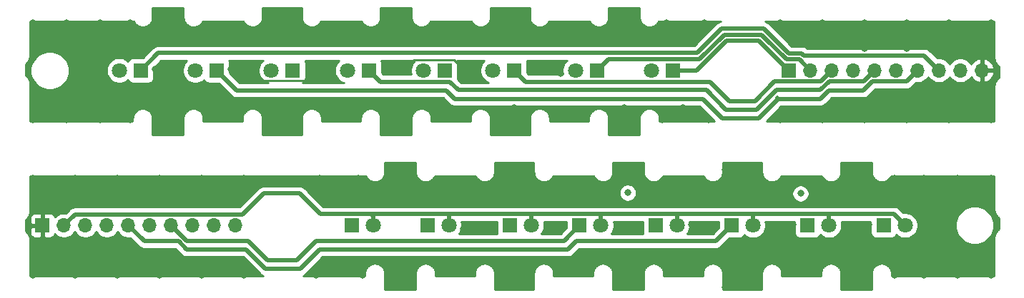
<source format=gbl>
G04 #@! TF.GenerationSoftware,KiCad,Pcbnew,(5.1.6-0-10_14)*
G04 #@! TF.CreationDate,2021-06-29T11:03:13+09:00*
G04 #@! TF.ProjectId,qPCR-panel_led_20210629,71504352-2d70-4616-9e65-6c5f6c65645f,rev?*
G04 #@! TF.SameCoordinates,Original*
G04 #@! TF.FileFunction,Copper,L2,Bot*
G04 #@! TF.FilePolarity,Positive*
%FSLAX46Y46*%
G04 Gerber Fmt 4.6, Leading zero omitted, Abs format (unit mm)*
G04 Created by KiCad (PCBNEW (5.1.6-0-10_14)) date 2021-06-29 11:03:13*
%MOMM*%
%LPD*%
G01*
G04 APERTURE LIST*
G04 #@! TA.AperFunction,ComponentPad*
%ADD10R,1.800000X1.800000*%
G04 #@! TD*
G04 #@! TA.AperFunction,ComponentPad*
%ADD11C,1.800000*%
G04 #@! TD*
G04 #@! TA.AperFunction,ComponentPad*
%ADD12R,1.700000X1.700000*%
G04 #@! TD*
G04 #@! TA.AperFunction,ComponentPad*
%ADD13O,1.700000X1.700000*%
G04 #@! TD*
G04 #@! TA.AperFunction,ViaPad*
%ADD14C,0.800000*%
G04 #@! TD*
G04 #@! TA.AperFunction,Conductor*
%ADD15C,0.250000*%
G04 #@! TD*
G04 #@! TA.AperFunction,Conductor*
%ADD16C,0.508000*%
G04 #@! TD*
G04 #@! TA.AperFunction,Conductor*
%ADD17C,0.254000*%
G04 #@! TD*
G04 APERTURE END LIST*
D10*
X182230000Y-71122000D03*
D11*
X184770000Y-71122000D03*
X175770000Y-71122000D03*
D10*
X173230000Y-71122000D03*
X164230000Y-71122000D03*
D11*
X166770000Y-71122000D03*
X157770000Y-71122000D03*
D10*
X155230000Y-71122000D03*
X146230000Y-71122000D03*
D11*
X148770000Y-71122000D03*
X140540000Y-71122000D03*
D10*
X138000000Y-71122000D03*
X128230000Y-71122000D03*
D11*
X130770000Y-71122000D03*
X121770000Y-71122000D03*
D10*
X119230000Y-71122000D03*
D12*
X82634254Y-71122000D03*
D13*
X85174254Y-71122000D03*
X87714254Y-71122000D03*
X90254254Y-71122000D03*
X92794254Y-71122000D03*
X95334254Y-71122000D03*
X97874254Y-71122000D03*
X100414254Y-71122000D03*
X102954254Y-71122000D03*
X105494254Y-71122000D03*
D10*
X94270000Y-52722000D03*
D11*
X91730000Y-52722000D03*
X100730000Y-52722000D03*
D10*
X103270000Y-52722000D03*
X112270000Y-52722000D03*
D11*
X109730000Y-52722000D03*
X118730000Y-52722000D03*
D10*
X121270000Y-52722000D03*
X130270000Y-52722000D03*
D11*
X127730000Y-52722000D03*
X135960000Y-52722000D03*
D10*
X138500000Y-52722000D03*
X148270000Y-52722000D03*
D11*
X145730000Y-52722000D03*
X154730000Y-52722000D03*
D10*
X157270000Y-52722000D03*
D12*
X171005746Y-52722000D03*
D13*
X173545746Y-52722000D03*
X176085746Y-52722000D03*
X178625746Y-52722000D03*
X181165746Y-52722000D03*
X183705746Y-52722000D03*
X186245746Y-52722000D03*
X188785746Y-52722000D03*
X191325746Y-52722000D03*
X193865746Y-52722000D03*
D14*
X151930000Y-67240000D03*
X172400000Y-67340000D03*
X81500000Y-65500000D03*
X86500000Y-65500000D03*
X91500000Y-65500000D03*
X96500000Y-65500000D03*
X101500000Y-65500000D03*
X106500000Y-65500000D03*
X104000000Y-67500000D03*
X99000000Y-67000000D03*
X94000000Y-67000000D03*
X89000000Y-67000000D03*
X86500000Y-68500000D03*
X91500000Y-68500000D03*
X96500000Y-68500000D03*
X101500000Y-68000000D03*
X81500000Y-68500000D03*
X81500000Y-73000000D03*
X81500000Y-77000000D03*
X86500000Y-73000000D03*
X86500000Y-77000000D03*
X91500000Y-77000000D03*
X96500000Y-77000000D03*
X101500000Y-77000000D03*
X106500000Y-77000000D03*
X84000000Y-75000000D03*
X89000000Y-75000000D03*
X94000000Y-75000000D03*
X99000000Y-76000000D03*
X104000000Y-76000000D03*
X90000000Y-73500000D03*
X115000000Y-77000000D03*
X120500000Y-77000000D03*
X118000000Y-75500000D03*
X126500000Y-78500000D03*
X123500000Y-78500000D03*
X125000000Y-75500000D03*
X129500000Y-76000000D03*
X133500000Y-76000000D03*
X136500000Y-78500000D03*
X140500000Y-78500000D03*
X138000000Y-75500000D03*
X143500000Y-76000000D03*
X147500000Y-76000000D03*
X150500000Y-78500000D03*
X153500000Y-78500000D03*
X152000000Y-75500000D03*
X156500000Y-76000000D03*
X160500000Y-76000000D03*
X163500000Y-78500000D03*
X167500000Y-78500000D03*
X165500000Y-75500000D03*
X170500000Y-76000000D03*
X174500000Y-76000000D03*
X177500000Y-78500000D03*
X180500000Y-78500000D03*
X179000000Y-75500000D03*
X183500000Y-77000000D03*
X195000000Y-77000000D03*
X191000000Y-77000000D03*
X187000000Y-77000000D03*
X185000000Y-74500000D03*
X189000000Y-74500000D03*
X193000000Y-74500000D03*
X187000000Y-72000000D03*
X190500000Y-72000000D03*
X189000000Y-69500000D03*
X195000000Y-65500000D03*
X191000000Y-65500000D03*
X187000000Y-65500000D03*
X183500000Y-65500000D03*
X193000000Y-68000000D03*
X185000000Y-68000000D03*
X180500000Y-64500000D03*
X177500000Y-64500000D03*
X167500000Y-64500000D03*
X163500000Y-64500000D03*
X153500000Y-64500000D03*
X150500000Y-64500000D03*
X140500000Y-64500000D03*
X136500000Y-64500000D03*
X126500000Y-64500000D03*
X123500000Y-64500000D03*
X115500000Y-65500000D03*
X120000000Y-65500000D03*
X118000000Y-67500000D03*
X125000000Y-67500000D03*
X129000000Y-66000000D03*
X134000000Y-66000000D03*
X137480000Y-67820000D03*
X143000000Y-66000000D03*
X148000000Y-66000000D03*
X156500000Y-66000000D03*
X161000000Y-66000000D03*
X170000000Y-66000000D03*
X175000000Y-66000000D03*
X178980000Y-67700000D03*
X169500000Y-71500000D03*
X174500000Y-73000000D03*
X159500000Y-71000000D03*
X162000000Y-71000000D03*
X180500000Y-71000000D03*
X178000000Y-72500000D03*
X171500000Y-71000000D03*
X153000000Y-71000000D03*
X151000000Y-71000000D03*
X144000000Y-71000000D03*
X142500000Y-71500000D03*
X136000000Y-71000000D03*
X132500000Y-71500000D03*
X124570000Y-48840000D03*
X104100000Y-48940000D03*
X195000000Y-47100000D03*
X190000000Y-47100000D03*
X185000000Y-47100000D03*
X180000000Y-47100000D03*
X175000000Y-47100000D03*
X170000000Y-47100000D03*
X172500000Y-49100000D03*
X177500000Y-48600000D03*
X182500000Y-48600000D03*
X187500000Y-48600000D03*
X190000000Y-50100000D03*
X185000000Y-50100000D03*
X180000000Y-50100000D03*
X175000000Y-49600000D03*
X195000000Y-50100000D03*
X195000000Y-54600000D03*
X195000000Y-58600000D03*
X190000000Y-54600000D03*
X190000000Y-58600000D03*
X185000000Y-58600000D03*
X180000000Y-58600000D03*
X175000000Y-58600000D03*
X170000000Y-58600000D03*
X192500000Y-56600000D03*
X187500000Y-56600000D03*
X182500000Y-56600000D03*
X177500000Y-57600000D03*
X172500000Y-57600000D03*
X186500000Y-55100000D03*
X161500000Y-58600000D03*
X156000000Y-58600000D03*
X158500000Y-57100000D03*
X150000000Y-60100000D03*
X153000000Y-60100000D03*
X151500000Y-57100000D03*
X147000000Y-57600000D03*
X143000000Y-57600000D03*
X140000000Y-60100000D03*
X136000000Y-60100000D03*
X138500000Y-57100000D03*
X133000000Y-57600000D03*
X129000000Y-57600000D03*
X126000000Y-60100000D03*
X123000000Y-60100000D03*
X124500000Y-57100000D03*
X120000000Y-57600000D03*
X116000000Y-57600000D03*
X113000000Y-60100000D03*
X109000000Y-60100000D03*
X111000000Y-57100000D03*
X106000000Y-57600000D03*
X102000000Y-57600000D03*
X99000000Y-60100000D03*
X96000000Y-60100000D03*
X97500000Y-57100000D03*
X93000000Y-58600000D03*
X81500000Y-58600000D03*
X85500000Y-58600000D03*
X89500000Y-58600000D03*
X91500000Y-56100000D03*
X87500000Y-56100000D03*
X83500000Y-56100000D03*
X89500000Y-53600000D03*
X86000000Y-53600000D03*
X87500000Y-51100000D03*
X81500000Y-47100000D03*
X85500000Y-47100000D03*
X89500000Y-47100000D03*
X93000000Y-47100000D03*
X83500000Y-49600000D03*
X91500000Y-49600000D03*
X96000000Y-46100000D03*
X99000000Y-46100000D03*
X109000000Y-46100000D03*
X113000000Y-46100000D03*
X123000000Y-46100000D03*
X126000000Y-46100000D03*
X136000000Y-46100000D03*
X140000000Y-46100000D03*
X150000000Y-46100000D03*
X153000000Y-46100000D03*
X161000000Y-47100000D03*
X156500000Y-47100000D03*
X158500000Y-49100000D03*
X151500000Y-49100000D03*
X147500000Y-47600000D03*
X142500000Y-47600000D03*
X139020000Y-49420000D03*
X133500000Y-47600000D03*
X128500000Y-47600000D03*
X120000000Y-47600000D03*
X115500000Y-47600000D03*
X106500000Y-47600000D03*
X101500000Y-47600000D03*
X97520000Y-49300000D03*
X107000000Y-53100000D03*
X102000000Y-54600000D03*
X117000000Y-52600000D03*
X114500000Y-52600000D03*
X96000000Y-52600000D03*
X98500000Y-54100000D03*
X105000000Y-52600000D03*
X123500000Y-52600000D03*
X125500000Y-52600000D03*
X132500000Y-52600000D03*
X134000000Y-53100000D03*
X140500000Y-52600000D03*
X144000000Y-53100000D03*
D15*
X107847001Y-53947001D02*
X107000000Y-53100000D01*
X113718684Y-53947001D02*
X107847001Y-53947001D01*
X114500000Y-53165685D02*
X113718684Y-53947001D01*
X114500000Y-52600000D02*
X114500000Y-53165685D01*
X126603001Y-51496999D02*
X125500000Y-52600000D01*
X131396999Y-51496999D02*
X126603001Y-51496999D01*
X132500000Y-52600000D02*
X131396999Y-51496999D01*
D16*
X183415999Y-69767999D02*
X184770000Y-71122000D01*
X106344001Y-69817999D02*
X108830000Y-67332000D01*
X86478255Y-69817999D02*
X106344001Y-69817999D01*
X113080000Y-67332000D02*
X115515999Y-69767999D01*
X108830000Y-67332000D02*
X113080000Y-67332000D01*
X85174254Y-71122000D02*
X86478255Y-69817999D01*
X175770000Y-69952000D02*
X175585999Y-69767999D01*
X175770000Y-71122000D02*
X175770000Y-69952000D01*
X175585999Y-69767999D02*
X183415999Y-69767999D01*
X166770000Y-69773998D02*
X166775999Y-69767999D01*
X166770000Y-71122000D02*
X166770000Y-69773998D01*
X166775999Y-69767999D02*
X175585999Y-69767999D01*
X157770000Y-69933998D02*
X157935999Y-69767999D01*
X157770000Y-71122000D02*
X157770000Y-69933998D01*
X157935999Y-69767999D02*
X166775999Y-69767999D01*
X140540000Y-69922000D02*
X140694001Y-69767999D01*
X140540000Y-71122000D02*
X140540000Y-69922000D01*
X130770000Y-69873998D02*
X130875999Y-69767999D01*
X130770000Y-71122000D02*
X130770000Y-69873998D01*
X130875999Y-69767999D02*
X140694001Y-69767999D01*
X121770000Y-69992000D02*
X121545999Y-69767999D01*
X121770000Y-71122000D02*
X121770000Y-69992000D01*
X121545999Y-69767999D02*
X130875999Y-69767999D01*
X115515999Y-69767999D02*
X121545999Y-69767999D01*
X148770000Y-69770000D02*
X148767999Y-69767999D01*
X148767999Y-69767999D02*
X157935999Y-69767999D01*
X148770000Y-71122000D02*
X148770000Y-69770000D01*
X140694001Y-69767999D02*
X148767999Y-69767999D01*
X144830000Y-73980000D02*
X145820000Y-72990000D01*
X109060000Y-76280000D02*
X113170000Y-76280000D01*
X99730978Y-73980000D02*
X106760000Y-73980000D01*
X113170000Y-76280000D02*
X115470000Y-73980000D01*
X98760489Y-73009511D02*
X99730978Y-73980000D01*
X115470000Y-73980000D02*
X144830000Y-73980000D01*
X106760000Y-73980000D02*
X109060000Y-76280000D01*
X162362000Y-72990000D02*
X164230000Y-71122000D01*
X94681765Y-73009511D02*
X98760489Y-73009511D01*
X145820000Y-72990000D02*
X162362000Y-72990000D01*
X92794254Y-71122000D02*
X94681765Y-73009511D01*
X144372000Y-72980000D02*
X146230000Y-71122000D01*
X115000000Y-72980000D02*
X144372000Y-72980000D01*
X112720000Y-75260000D02*
X115000000Y-72980000D01*
X106960000Y-72960000D02*
X109260000Y-75260000D01*
X99712254Y-72960000D02*
X106960000Y-72960000D01*
X109260000Y-75260000D02*
X112720000Y-75260000D01*
X97874254Y-71122000D02*
X99712254Y-72960000D01*
X160159457Y-50659989D02*
X96332011Y-50659989D01*
X163053466Y-47765980D02*
X160159457Y-50659989D01*
X168052280Y-47765980D02*
X163053466Y-47765980D01*
X172535012Y-50709989D02*
X170996287Y-50709989D01*
X170996287Y-50709989D02*
X168052280Y-47765980D01*
X96332011Y-50659989D02*
X94270000Y-52722000D01*
X172795023Y-50970000D02*
X172535012Y-50709989D01*
X187033746Y-50970000D02*
X172795023Y-50970000D01*
X188785746Y-52722000D02*
X187033746Y-50970000D01*
X169620000Y-55964555D02*
X169620000Y-55964552D01*
X160820000Y-56100000D02*
X131470000Y-56100000D01*
X175720298Y-55090000D02*
X174720298Y-56090000D01*
X169730000Y-56090000D02*
X167430000Y-58390000D01*
X105648000Y-55100000D02*
X103270000Y-52722000D01*
X163110000Y-58390000D02*
X160820000Y-56100000D01*
X174720298Y-56090000D02*
X169730000Y-56090000D01*
X180863021Y-54026001D02*
X179799022Y-55090000D01*
X130470000Y-55100000D02*
X105648000Y-55100000D01*
X131470000Y-56100000D02*
X130470000Y-55100000D01*
X179799022Y-55090000D02*
X175720298Y-55090000D01*
X186245746Y-52722000D02*
X184941745Y-54026001D01*
X184941745Y-54026001D02*
X180863021Y-54026001D01*
X167430000Y-58390000D02*
X163110000Y-58390000D01*
X122624001Y-54076001D02*
X121270000Y-52722000D01*
X131870000Y-55060000D02*
X130886001Y-54076001D01*
X167213275Y-57370000D02*
X163540000Y-57370000D01*
X130886001Y-54076001D02*
X122624001Y-54076001D01*
X175783021Y-54026001D02*
X174749022Y-55060000D01*
X163540000Y-57370000D02*
X161230000Y-55060000D01*
X169523275Y-55060000D02*
X167213275Y-57370000D01*
X179861745Y-54026001D02*
X175783021Y-54026001D01*
X161230000Y-55060000D02*
X131870000Y-55060000D01*
X174749022Y-55060000D02*
X169523275Y-55060000D01*
X181165746Y-52722000D02*
X179861745Y-54026001D01*
X138500000Y-52722000D02*
X138550000Y-52722000D01*
X161712079Y-54076001D02*
X139854001Y-54076001D01*
X163986078Y-56350000D02*
X161712079Y-54076001D01*
X167013922Y-56350000D02*
X163986078Y-56350000D01*
X169337921Y-54026001D02*
X167013922Y-56350000D01*
X174781745Y-54026001D02*
X169337921Y-54026001D01*
X139854001Y-54076001D02*
X138500000Y-52722000D01*
X176085746Y-52722000D02*
X174781745Y-54026001D01*
X170703021Y-51417999D02*
X172241745Y-51417999D01*
X172241745Y-51417999D02*
X173545746Y-52722000D01*
X148270000Y-52722000D02*
X149624001Y-51367999D01*
X160452725Y-51367999D02*
X163346733Y-48473990D01*
X167759013Y-48473990D02*
X168173756Y-48888734D01*
X168173756Y-48888734D02*
X170703021Y-51417999D01*
X163346733Y-48473990D02*
X167759013Y-48473990D01*
X149624001Y-51367999D02*
X160452725Y-51367999D01*
X157270000Y-52722000D02*
X160100000Y-52722000D01*
X160100000Y-52722000D02*
X163640000Y-49182000D01*
X167465746Y-49182000D02*
X171005746Y-52722000D01*
X163640000Y-49182000D02*
X167465746Y-49182000D01*
D17*
G36*
X126815001Y-64834287D02*
G01*
X126816699Y-64851529D01*
X126818438Y-64885850D01*
X126823252Y-64918058D01*
X126824913Y-64934923D01*
X126825813Y-64937889D01*
X126829257Y-64977232D01*
X126831082Y-64986620D01*
X126850375Y-65082277D01*
X126868530Y-65141646D01*
X126885851Y-65201258D01*
X126889465Y-65210113D01*
X126926969Y-65300201D01*
X126956302Y-65354900D01*
X126984888Y-65410042D01*
X126990153Y-65418027D01*
X127044442Y-65499114D01*
X127083863Y-65547101D01*
X127122581Y-65595598D01*
X127129296Y-65602408D01*
X127198301Y-65671407D01*
X127246275Y-65710810D01*
X127293704Y-65750887D01*
X127301614Y-65756263D01*
X127382706Y-65810543D01*
X127437425Y-65839880D01*
X127491725Y-65869976D01*
X127500529Y-65873713D01*
X127590621Y-65911210D01*
X127649996Y-65929360D01*
X127709105Y-65948335D01*
X127718466Y-65950290D01*
X127718470Y-65950291D01*
X127718474Y-65950291D01*
X127814125Y-65969574D01*
X127875888Y-65975845D01*
X127937571Y-65982979D01*
X127947130Y-65983079D01*
X127947134Y-65983079D01*
X128044718Y-65983415D01*
X128106546Y-65977567D01*
X128168403Y-65972588D01*
X128177804Y-65970829D01*
X128273593Y-65952206D01*
X128333093Y-65934466D01*
X128392834Y-65917558D01*
X128401714Y-65914006D01*
X128492062Y-65877131D01*
X128546969Y-65848179D01*
X128602298Y-65819984D01*
X128610315Y-65814777D01*
X128610318Y-65814775D01*
X128610320Y-65814773D01*
X128691782Y-65761054D01*
X128740021Y-65721987D01*
X128788814Y-65683587D01*
X128795671Y-65676919D01*
X128865150Y-65608398D01*
X128904887Y-65560700D01*
X128945294Y-65513551D01*
X128950725Y-65505678D01*
X129005571Y-65424966D01*
X129035280Y-65370468D01*
X129065760Y-65316370D01*
X129069559Y-65307592D01*
X129079300Y-65284640D01*
X133921369Y-65284640D01*
X133935613Y-65319198D01*
X133940161Y-65327611D01*
X133987172Y-65413124D01*
X134022240Y-65464339D01*
X134056608Y-65516067D01*
X134062700Y-65523429D01*
X134062702Y-65523433D01*
X134062705Y-65523436D01*
X134125430Y-65598188D01*
X134169787Y-65641625D01*
X134213532Y-65685677D01*
X134220943Y-65691722D01*
X134296993Y-65752868D01*
X134348963Y-65786876D01*
X134400416Y-65821581D01*
X134408861Y-65826072D01*
X134495340Y-65871282D01*
X134552892Y-65894534D01*
X134610134Y-65918597D01*
X134619290Y-65921361D01*
X134712902Y-65948913D01*
X134773893Y-65960548D01*
X134834709Y-65973031D01*
X134844227Y-65973965D01*
X134941410Y-65982809D01*
X135003492Y-65982375D01*
X135065573Y-65982809D01*
X135075092Y-65981876D01*
X135172140Y-65971676D01*
X135232990Y-65959185D01*
X135293942Y-65947558D01*
X135303096Y-65944795D01*
X135303102Y-65944793D01*
X135396317Y-65915938D01*
X135453533Y-65891886D01*
X135511119Y-65868620D01*
X135519564Y-65864130D01*
X135605401Y-65817717D01*
X135656867Y-65783002D01*
X135708821Y-65749004D01*
X135716232Y-65742960D01*
X135791421Y-65680758D01*
X135835162Y-65636710D01*
X135879522Y-65593271D01*
X135885618Y-65585901D01*
X135885623Y-65585896D01*
X135885627Y-65585890D01*
X135947294Y-65510280D01*
X135981632Y-65458599D01*
X136016733Y-65407334D01*
X136021282Y-65398921D01*
X136067094Y-65312760D01*
X136090758Y-65255344D01*
X136115208Y-65198301D01*
X136118036Y-65189165D01*
X136146241Y-65095747D01*
X136158303Y-65034827D01*
X136171209Y-64974110D01*
X136172209Y-64964598D01*
X136181731Y-64867481D01*
X136181731Y-64867477D01*
X136185000Y-64834287D01*
X136185000Y-63685000D01*
X140815000Y-63685000D01*
X140815001Y-64834287D01*
X140816699Y-64851529D01*
X140818438Y-64885850D01*
X140823252Y-64918058D01*
X140824913Y-64934923D01*
X140825813Y-64937889D01*
X140829257Y-64977232D01*
X140831082Y-64986620D01*
X140850375Y-65082277D01*
X140868530Y-65141646D01*
X140885851Y-65201258D01*
X140889465Y-65210113D01*
X140926969Y-65300201D01*
X140956302Y-65354900D01*
X140984888Y-65410042D01*
X140990153Y-65418027D01*
X141044442Y-65499114D01*
X141083863Y-65547101D01*
X141122581Y-65595598D01*
X141129296Y-65602408D01*
X141198301Y-65671407D01*
X141246275Y-65710810D01*
X141293704Y-65750887D01*
X141301614Y-65756263D01*
X141382706Y-65810543D01*
X141437425Y-65839880D01*
X141491725Y-65869976D01*
X141500529Y-65873713D01*
X141590621Y-65911210D01*
X141649996Y-65929360D01*
X141709105Y-65948335D01*
X141718466Y-65950290D01*
X141718470Y-65950291D01*
X141718474Y-65950291D01*
X141814125Y-65969574D01*
X141875888Y-65975845D01*
X141937571Y-65982979D01*
X141947130Y-65983079D01*
X141947134Y-65983079D01*
X142044718Y-65983415D01*
X142106546Y-65977567D01*
X142168403Y-65972588D01*
X142177804Y-65970829D01*
X142273593Y-65952206D01*
X142333093Y-65934466D01*
X142392834Y-65917558D01*
X142401714Y-65914006D01*
X142492062Y-65877131D01*
X142546969Y-65848179D01*
X142602298Y-65819984D01*
X142610315Y-65814777D01*
X142610318Y-65814775D01*
X142610320Y-65814773D01*
X142691782Y-65761054D01*
X142740021Y-65721987D01*
X142788814Y-65683587D01*
X142795671Y-65676919D01*
X142865150Y-65608398D01*
X142904887Y-65560700D01*
X142945294Y-65513551D01*
X142950725Y-65505678D01*
X143005571Y-65424966D01*
X143035280Y-65370468D01*
X143065760Y-65316370D01*
X143069559Y-65307592D01*
X143079300Y-65284640D01*
X147921369Y-65284640D01*
X147935613Y-65319198D01*
X147940161Y-65327611D01*
X147987172Y-65413124D01*
X148022240Y-65464339D01*
X148056608Y-65516067D01*
X148062700Y-65523429D01*
X148062702Y-65523433D01*
X148062705Y-65523436D01*
X148125430Y-65598188D01*
X148169787Y-65641625D01*
X148213532Y-65685677D01*
X148220943Y-65691722D01*
X148296993Y-65752868D01*
X148348963Y-65786876D01*
X148400416Y-65821581D01*
X148408861Y-65826072D01*
X148495340Y-65871282D01*
X148552892Y-65894534D01*
X148610134Y-65918597D01*
X148619290Y-65921361D01*
X148712902Y-65948913D01*
X148773893Y-65960548D01*
X148834709Y-65973031D01*
X148844227Y-65973965D01*
X148941410Y-65982809D01*
X149003492Y-65982375D01*
X149065573Y-65982809D01*
X149075092Y-65981876D01*
X149172140Y-65971676D01*
X149232990Y-65959185D01*
X149293942Y-65947558D01*
X149303096Y-65944795D01*
X149303102Y-65944793D01*
X149396317Y-65915938D01*
X149453533Y-65891886D01*
X149511119Y-65868620D01*
X149519564Y-65864130D01*
X149605401Y-65817717D01*
X149656867Y-65783002D01*
X149708821Y-65749004D01*
X149716232Y-65742960D01*
X149791421Y-65680758D01*
X149835162Y-65636710D01*
X149879522Y-65593271D01*
X149885618Y-65585901D01*
X149885623Y-65585896D01*
X149885627Y-65585890D01*
X149947294Y-65510280D01*
X149981632Y-65458599D01*
X150016733Y-65407334D01*
X150021282Y-65398921D01*
X150067094Y-65312760D01*
X150090758Y-65255344D01*
X150115208Y-65198301D01*
X150118036Y-65189165D01*
X150146241Y-65095747D01*
X150158303Y-65034827D01*
X150171209Y-64974110D01*
X150172209Y-64964598D01*
X150181731Y-64867481D01*
X150181731Y-64867477D01*
X150185000Y-64834287D01*
X150185000Y-63685000D01*
X153815000Y-63685000D01*
X153815001Y-64834287D01*
X153816699Y-64851529D01*
X153818438Y-64885850D01*
X153823252Y-64918058D01*
X153824913Y-64934923D01*
X153825813Y-64937889D01*
X153829257Y-64977232D01*
X153831082Y-64986620D01*
X153850375Y-65082277D01*
X153868530Y-65141646D01*
X153885851Y-65201258D01*
X153889465Y-65210113D01*
X153926969Y-65300201D01*
X153956302Y-65354900D01*
X153984888Y-65410042D01*
X153990153Y-65418027D01*
X154044442Y-65499114D01*
X154083863Y-65547101D01*
X154122581Y-65595598D01*
X154129296Y-65602408D01*
X154198301Y-65671407D01*
X154246275Y-65710810D01*
X154293704Y-65750887D01*
X154301614Y-65756263D01*
X154382706Y-65810543D01*
X154437425Y-65839880D01*
X154491725Y-65869976D01*
X154500529Y-65873713D01*
X154590621Y-65911210D01*
X154649996Y-65929360D01*
X154709105Y-65948335D01*
X154718466Y-65950290D01*
X154718470Y-65950291D01*
X154718474Y-65950291D01*
X154814125Y-65969574D01*
X154875888Y-65975845D01*
X154937571Y-65982979D01*
X154947130Y-65983079D01*
X154947134Y-65983079D01*
X155044718Y-65983415D01*
X155106546Y-65977567D01*
X155168403Y-65972588D01*
X155177804Y-65970829D01*
X155273593Y-65952206D01*
X155333093Y-65934466D01*
X155392834Y-65917558D01*
X155401714Y-65914006D01*
X155492062Y-65877131D01*
X155546969Y-65848179D01*
X155602298Y-65819984D01*
X155610315Y-65814777D01*
X155610318Y-65814775D01*
X155610320Y-65814773D01*
X155691782Y-65761054D01*
X155740021Y-65721987D01*
X155788814Y-65683587D01*
X155795671Y-65676919D01*
X155865150Y-65608398D01*
X155904887Y-65560700D01*
X155945294Y-65513551D01*
X155950725Y-65505678D01*
X156005571Y-65424966D01*
X156035280Y-65370468D01*
X156065760Y-65316370D01*
X156069559Y-65307592D01*
X156079300Y-65284640D01*
X160921369Y-65284640D01*
X160935613Y-65319198D01*
X160940161Y-65327611D01*
X160987172Y-65413124D01*
X161022240Y-65464339D01*
X161056608Y-65516067D01*
X161062700Y-65523429D01*
X161062702Y-65523433D01*
X161062705Y-65523436D01*
X161125430Y-65598188D01*
X161169787Y-65641625D01*
X161213532Y-65685677D01*
X161220943Y-65691722D01*
X161296993Y-65752868D01*
X161348963Y-65786876D01*
X161400416Y-65821581D01*
X161408861Y-65826072D01*
X161495340Y-65871282D01*
X161552892Y-65894534D01*
X161610134Y-65918597D01*
X161619290Y-65921361D01*
X161712902Y-65948913D01*
X161773893Y-65960548D01*
X161834709Y-65973031D01*
X161844227Y-65973965D01*
X161941410Y-65982809D01*
X162003492Y-65982375D01*
X162065573Y-65982809D01*
X162075092Y-65981876D01*
X162172140Y-65971676D01*
X162232990Y-65959185D01*
X162293942Y-65947558D01*
X162303096Y-65944795D01*
X162303102Y-65944793D01*
X162396317Y-65915938D01*
X162453533Y-65891886D01*
X162511119Y-65868620D01*
X162519564Y-65864130D01*
X162605401Y-65817717D01*
X162656867Y-65783002D01*
X162708821Y-65749004D01*
X162716232Y-65742960D01*
X162791421Y-65680758D01*
X162835162Y-65636710D01*
X162879522Y-65593271D01*
X162885618Y-65585901D01*
X162885623Y-65585896D01*
X162885627Y-65585890D01*
X162947294Y-65510280D01*
X162981632Y-65458599D01*
X163016733Y-65407334D01*
X163021282Y-65398921D01*
X163067094Y-65312760D01*
X163090758Y-65255344D01*
X163115208Y-65198301D01*
X163118036Y-65189165D01*
X163146241Y-65095747D01*
X163158303Y-65034827D01*
X163171209Y-64974110D01*
X163172209Y-64964598D01*
X163181731Y-64867481D01*
X163181731Y-64867477D01*
X163185000Y-64834287D01*
X163185000Y-63685000D01*
X167815000Y-63685000D01*
X167815001Y-64834287D01*
X167816699Y-64851529D01*
X167818438Y-64885850D01*
X167823252Y-64918058D01*
X167824913Y-64934923D01*
X167825813Y-64937889D01*
X167829257Y-64977232D01*
X167831082Y-64986620D01*
X167850375Y-65082277D01*
X167868530Y-65141646D01*
X167885851Y-65201258D01*
X167889465Y-65210113D01*
X167926969Y-65300201D01*
X167956302Y-65354900D01*
X167984888Y-65410042D01*
X167990153Y-65418027D01*
X168044442Y-65499114D01*
X168083863Y-65547101D01*
X168122581Y-65595598D01*
X168129296Y-65602408D01*
X168198301Y-65671407D01*
X168246275Y-65710810D01*
X168293704Y-65750887D01*
X168301614Y-65756263D01*
X168382706Y-65810543D01*
X168437425Y-65839880D01*
X168491725Y-65869976D01*
X168500529Y-65873713D01*
X168590621Y-65911210D01*
X168649996Y-65929360D01*
X168709105Y-65948335D01*
X168718466Y-65950290D01*
X168718470Y-65950291D01*
X168718474Y-65950291D01*
X168814125Y-65969574D01*
X168875888Y-65975845D01*
X168937571Y-65982979D01*
X168947130Y-65983079D01*
X168947134Y-65983079D01*
X169044718Y-65983415D01*
X169106546Y-65977567D01*
X169168403Y-65972588D01*
X169177804Y-65970829D01*
X169273593Y-65952206D01*
X169333093Y-65934466D01*
X169392834Y-65917558D01*
X169401714Y-65914006D01*
X169492062Y-65877131D01*
X169546969Y-65848179D01*
X169602298Y-65819984D01*
X169610315Y-65814777D01*
X169610318Y-65814775D01*
X169610320Y-65814773D01*
X169691782Y-65761054D01*
X169740021Y-65721987D01*
X169788814Y-65683587D01*
X169795671Y-65676919D01*
X169865150Y-65608398D01*
X169904887Y-65560700D01*
X169945294Y-65513551D01*
X169950725Y-65505678D01*
X170005571Y-65424966D01*
X170035280Y-65370468D01*
X170065760Y-65316370D01*
X170069559Y-65307592D01*
X170079300Y-65284640D01*
X174921369Y-65284640D01*
X174935613Y-65319198D01*
X174940161Y-65327611D01*
X174987172Y-65413124D01*
X175022240Y-65464339D01*
X175056608Y-65516067D01*
X175062700Y-65523429D01*
X175062702Y-65523433D01*
X175062705Y-65523436D01*
X175125430Y-65598188D01*
X175169787Y-65641625D01*
X175213532Y-65685677D01*
X175220943Y-65691722D01*
X175296993Y-65752868D01*
X175348963Y-65786876D01*
X175400416Y-65821581D01*
X175408861Y-65826072D01*
X175495340Y-65871282D01*
X175552892Y-65894534D01*
X175610134Y-65918597D01*
X175619290Y-65921361D01*
X175712902Y-65948913D01*
X175773893Y-65960548D01*
X175834709Y-65973031D01*
X175844227Y-65973965D01*
X175941410Y-65982809D01*
X176003492Y-65982375D01*
X176065573Y-65982809D01*
X176075092Y-65981876D01*
X176172140Y-65971676D01*
X176232990Y-65959185D01*
X176293942Y-65947558D01*
X176303096Y-65944795D01*
X176303102Y-65944793D01*
X176396317Y-65915938D01*
X176453533Y-65891886D01*
X176511119Y-65868620D01*
X176519564Y-65864130D01*
X176605401Y-65817717D01*
X176656867Y-65783002D01*
X176708821Y-65749004D01*
X176716232Y-65742960D01*
X176791421Y-65680758D01*
X176835162Y-65636710D01*
X176879522Y-65593271D01*
X176885618Y-65585901D01*
X176885623Y-65585896D01*
X176885627Y-65585890D01*
X176947294Y-65510280D01*
X176981632Y-65458599D01*
X177016733Y-65407334D01*
X177021282Y-65398921D01*
X177067094Y-65312760D01*
X177090758Y-65255344D01*
X177115208Y-65198301D01*
X177118036Y-65189165D01*
X177146241Y-65095747D01*
X177158303Y-65034827D01*
X177171209Y-64974110D01*
X177172209Y-64964598D01*
X177181731Y-64867481D01*
X177181731Y-64867477D01*
X177185000Y-64834287D01*
X177185000Y-63685000D01*
X180815000Y-63685000D01*
X180815001Y-64834287D01*
X180816699Y-64851529D01*
X180818438Y-64885850D01*
X180823252Y-64918058D01*
X180824913Y-64934923D01*
X180825813Y-64937889D01*
X180829257Y-64977232D01*
X180831082Y-64986620D01*
X180850375Y-65082277D01*
X180868530Y-65141646D01*
X180885851Y-65201258D01*
X180889465Y-65210113D01*
X180926969Y-65300201D01*
X180956302Y-65354900D01*
X180984888Y-65410042D01*
X180990153Y-65418027D01*
X181044442Y-65499114D01*
X181083863Y-65547101D01*
X181122581Y-65595598D01*
X181129296Y-65602408D01*
X181198301Y-65671407D01*
X181246275Y-65710810D01*
X181293704Y-65750887D01*
X181301614Y-65756263D01*
X181382706Y-65810543D01*
X181437425Y-65839880D01*
X181491725Y-65869976D01*
X181500529Y-65873713D01*
X181590621Y-65911210D01*
X181649996Y-65929360D01*
X181709105Y-65948335D01*
X181718466Y-65950290D01*
X181718470Y-65950291D01*
X181718474Y-65950291D01*
X181814125Y-65969574D01*
X181875888Y-65975845D01*
X181937571Y-65982979D01*
X181947130Y-65983079D01*
X181947134Y-65983079D01*
X182044718Y-65983415D01*
X182106546Y-65977567D01*
X182168403Y-65972588D01*
X182177804Y-65970829D01*
X182273593Y-65952206D01*
X182333093Y-65934466D01*
X182392834Y-65917558D01*
X182401714Y-65914006D01*
X182492062Y-65877131D01*
X182546969Y-65848179D01*
X182602298Y-65819984D01*
X182610315Y-65814777D01*
X182610318Y-65814775D01*
X182610320Y-65814773D01*
X182691782Y-65761054D01*
X182740021Y-65721987D01*
X182788814Y-65683587D01*
X182795671Y-65676919D01*
X182865150Y-65608398D01*
X182904887Y-65560700D01*
X182945294Y-65513551D01*
X182950725Y-65505678D01*
X183005571Y-65424966D01*
X183035280Y-65370468D01*
X183065760Y-65316370D01*
X183069559Y-65307592D01*
X183079300Y-65284640D01*
X195315000Y-65284640D01*
X195315001Y-69133647D01*
X195318348Y-69167628D01*
X195318348Y-69178015D01*
X195319347Y-69187527D01*
X195336751Y-69342686D01*
X195349656Y-69403397D01*
X195361718Y-69464316D01*
X195364546Y-69473452D01*
X195411756Y-69622277D01*
X195436216Y-69679345D01*
X195459872Y-69736741D01*
X195464421Y-69745154D01*
X195539638Y-69881974D01*
X195574706Y-69933190D01*
X195609073Y-69984915D01*
X195615169Y-69992284D01*
X195715529Y-70111888D01*
X195759870Y-70155310D01*
X195803634Y-70199380D01*
X195811046Y-70205425D01*
X195873000Y-70255237D01*
X195873000Y-71544550D01*
X195795708Y-71608491D01*
X195751941Y-71652565D01*
X195707602Y-71695985D01*
X195701505Y-71703354D01*
X195602825Y-71824348D01*
X195568466Y-71876063D01*
X195533393Y-71927285D01*
X195528844Y-71935698D01*
X195455544Y-72073556D01*
X195431879Y-72130971D01*
X195407427Y-72188022D01*
X195404600Y-72197154D01*
X195404600Y-72197156D01*
X195404599Y-72197158D01*
X195359472Y-72346628D01*
X195347414Y-72407524D01*
X195334505Y-72468256D01*
X195333505Y-72477768D01*
X195318269Y-72633155D01*
X195318269Y-72633164D01*
X195315000Y-72666354D01*
X195315001Y-77115360D01*
X183185000Y-77115360D01*
X183185000Y-76766713D01*
X183181682Y-76733025D01*
X183181682Y-76726538D01*
X183180682Y-76717026D01*
X183175957Y-76674899D01*
X183175088Y-76666077D01*
X183174897Y-76665446D01*
X183169805Y-76620051D01*
X183156902Y-76559348D01*
X183144838Y-76498418D01*
X183142010Y-76489281D01*
X183112504Y-76396266D01*
X183088035Y-76339177D01*
X183064387Y-76281802D01*
X183059838Y-76273388D01*
X183012828Y-76187876D01*
X182977742Y-76136634D01*
X182943391Y-76084933D01*
X182937300Y-76077571D01*
X182937298Y-76077567D01*
X182937295Y-76077564D01*
X182874570Y-76002812D01*
X182830229Y-75959391D01*
X182786468Y-75915323D01*
X182779057Y-75909278D01*
X182703007Y-75848132D01*
X182651053Y-75814134D01*
X182599584Y-75779419D01*
X182591139Y-75774928D01*
X182504660Y-75729718D01*
X182447125Y-75706473D01*
X182389866Y-75682403D01*
X182380710Y-75679639D01*
X182287098Y-75652087D01*
X182226115Y-75640454D01*
X182165292Y-75627969D01*
X182155773Y-75627035D01*
X182058591Y-75618191D01*
X181996509Y-75618625D01*
X181934427Y-75618191D01*
X181924909Y-75619124D01*
X181827860Y-75629324D01*
X181767017Y-75641813D01*
X181706058Y-75653442D01*
X181696902Y-75656206D01*
X181603683Y-75685062D01*
X181546434Y-75709128D01*
X181488881Y-75732381D01*
X181480436Y-75736871D01*
X181394598Y-75783283D01*
X181343115Y-75818010D01*
X181291179Y-75851996D01*
X181283767Y-75858040D01*
X181208579Y-75920242D01*
X181164818Y-75964309D01*
X181120478Y-76007730D01*
X181114381Y-76015099D01*
X181052706Y-76090720D01*
X181018368Y-76142401D01*
X180983267Y-76193666D01*
X180978718Y-76202079D01*
X180932906Y-76288240D01*
X180909242Y-76345656D01*
X180884792Y-76402699D01*
X180881964Y-76411835D01*
X180853759Y-76505253D01*
X180841698Y-76566165D01*
X180828791Y-76626889D01*
X180827791Y-76636401D01*
X180818269Y-76733519D01*
X180815000Y-76766714D01*
X180815001Y-78715000D01*
X177185000Y-78715000D01*
X177185000Y-76766713D01*
X177181682Y-76733025D01*
X177181682Y-76726538D01*
X177180682Y-76717026D01*
X177175957Y-76674899D01*
X177175088Y-76666077D01*
X177174897Y-76665446D01*
X177169805Y-76620051D01*
X177156902Y-76559348D01*
X177144838Y-76498418D01*
X177142010Y-76489281D01*
X177112504Y-76396266D01*
X177088035Y-76339177D01*
X177064387Y-76281802D01*
X177059838Y-76273388D01*
X177012828Y-76187876D01*
X176977742Y-76136634D01*
X176943391Y-76084933D01*
X176937300Y-76077571D01*
X176937298Y-76077567D01*
X176937295Y-76077564D01*
X176874570Y-76002812D01*
X176830229Y-75959391D01*
X176786468Y-75915323D01*
X176779057Y-75909278D01*
X176703007Y-75848132D01*
X176651053Y-75814134D01*
X176599584Y-75779419D01*
X176591139Y-75774928D01*
X176504660Y-75729718D01*
X176447125Y-75706473D01*
X176389866Y-75682403D01*
X176380710Y-75679639D01*
X176287098Y-75652087D01*
X176226115Y-75640454D01*
X176165292Y-75627969D01*
X176155773Y-75627035D01*
X176058591Y-75618191D01*
X175996509Y-75618625D01*
X175934427Y-75618191D01*
X175924909Y-75619124D01*
X175827860Y-75629324D01*
X175767017Y-75641813D01*
X175706058Y-75653442D01*
X175696902Y-75656206D01*
X175603683Y-75685062D01*
X175546434Y-75709128D01*
X175488881Y-75732381D01*
X175480436Y-75736871D01*
X175394598Y-75783283D01*
X175343115Y-75818010D01*
X175291179Y-75851996D01*
X175283767Y-75858040D01*
X175208579Y-75920242D01*
X175164818Y-75964309D01*
X175120478Y-76007730D01*
X175114381Y-76015099D01*
X175052706Y-76090720D01*
X175018368Y-76142401D01*
X174983267Y-76193666D01*
X174978718Y-76202079D01*
X174932906Y-76288240D01*
X174909242Y-76345656D01*
X174884792Y-76402699D01*
X174881964Y-76411835D01*
X174853759Y-76505253D01*
X174841698Y-76566165D01*
X174828791Y-76626889D01*
X174827791Y-76636401D01*
X174818269Y-76733519D01*
X174815000Y-76766714D01*
X174815000Y-77115360D01*
X170185000Y-77115360D01*
X170185000Y-76766713D01*
X170181682Y-76733025D01*
X170181682Y-76726538D01*
X170180682Y-76717026D01*
X170175957Y-76674899D01*
X170175088Y-76666077D01*
X170174897Y-76665446D01*
X170169805Y-76620051D01*
X170156902Y-76559348D01*
X170144838Y-76498418D01*
X170142010Y-76489281D01*
X170112504Y-76396266D01*
X170088035Y-76339177D01*
X170064387Y-76281802D01*
X170059838Y-76273388D01*
X170012828Y-76187876D01*
X169977742Y-76136634D01*
X169943391Y-76084933D01*
X169937300Y-76077571D01*
X169937298Y-76077567D01*
X169937295Y-76077564D01*
X169874570Y-76002812D01*
X169830229Y-75959391D01*
X169786468Y-75915323D01*
X169779057Y-75909278D01*
X169703007Y-75848132D01*
X169651053Y-75814134D01*
X169599584Y-75779419D01*
X169591139Y-75774928D01*
X169504660Y-75729718D01*
X169447125Y-75706473D01*
X169389866Y-75682403D01*
X169380710Y-75679639D01*
X169287098Y-75652087D01*
X169226115Y-75640454D01*
X169165292Y-75627969D01*
X169155773Y-75627035D01*
X169058591Y-75618191D01*
X168996509Y-75618625D01*
X168934427Y-75618191D01*
X168924909Y-75619124D01*
X168827860Y-75629324D01*
X168767017Y-75641813D01*
X168706058Y-75653442D01*
X168696902Y-75656206D01*
X168603683Y-75685062D01*
X168546434Y-75709128D01*
X168488881Y-75732381D01*
X168480436Y-75736871D01*
X168394598Y-75783283D01*
X168343115Y-75818010D01*
X168291179Y-75851996D01*
X168283767Y-75858040D01*
X168208579Y-75920242D01*
X168164818Y-75964309D01*
X168120478Y-76007730D01*
X168114381Y-76015099D01*
X168052706Y-76090720D01*
X168018368Y-76142401D01*
X167983267Y-76193666D01*
X167978718Y-76202079D01*
X167932906Y-76288240D01*
X167909242Y-76345656D01*
X167884792Y-76402699D01*
X167881964Y-76411835D01*
X167853759Y-76505253D01*
X167841698Y-76566165D01*
X167828791Y-76626889D01*
X167827791Y-76636401D01*
X167818269Y-76733519D01*
X167815000Y-76766714D01*
X167815001Y-78715364D01*
X163185000Y-78715364D01*
X163185000Y-76766713D01*
X163181682Y-76733025D01*
X163181682Y-76726538D01*
X163180682Y-76717026D01*
X163175957Y-76674899D01*
X163175088Y-76666077D01*
X163174897Y-76665446D01*
X163169805Y-76620051D01*
X163156900Y-76559338D01*
X163144836Y-76498411D01*
X163142008Y-76489275D01*
X163112501Y-76396260D01*
X163088038Y-76339185D01*
X163064385Y-76281799D01*
X163059836Y-76273385D01*
X163012825Y-76187874D01*
X162977751Y-76136650D01*
X162943393Y-76084938D01*
X162937297Y-76077568D01*
X162874572Y-76002815D01*
X162830214Y-75959377D01*
X162786467Y-75915323D01*
X162779056Y-75909278D01*
X162703006Y-75848132D01*
X162651049Y-75814133D01*
X162599577Y-75779415D01*
X162591132Y-75774925D01*
X162504654Y-75729716D01*
X162447104Y-75706465D01*
X162389865Y-75682404D01*
X162380709Y-75679640D01*
X162287097Y-75652088D01*
X162226114Y-75640455D01*
X162165291Y-75627970D01*
X162155772Y-75627036D01*
X162058590Y-75618192D01*
X161996499Y-75618626D01*
X161934419Y-75618193D01*
X161924900Y-75619126D01*
X161827852Y-75629327D01*
X161767017Y-75641815D01*
X161706057Y-75653444D01*
X161696901Y-75656208D01*
X161696896Y-75656210D01*
X161696894Y-75656210D01*
X161696892Y-75656211D01*
X161603682Y-75685064D01*
X161546433Y-75709130D01*
X161488880Y-75732383D01*
X161480435Y-75736873D01*
X161394597Y-75783285D01*
X161343114Y-75818012D01*
X161291178Y-75851998D01*
X161283766Y-75858042D01*
X161208578Y-75920244D01*
X161164831Y-75964297D01*
X161120473Y-76007736D01*
X161114377Y-76015105D01*
X161052702Y-76090726D01*
X161018354Y-76142424D01*
X160983267Y-76193668D01*
X160978718Y-76202081D01*
X160932906Y-76288242D01*
X160909242Y-76345658D01*
X160884792Y-76402701D01*
X160881964Y-76411837D01*
X160853759Y-76505255D01*
X160841698Y-76566167D01*
X160828791Y-76626891D01*
X160827791Y-76636403D01*
X160818269Y-76733519D01*
X160815000Y-76766714D01*
X160815000Y-77115360D01*
X156185000Y-77115360D01*
X156185000Y-76766713D01*
X156181682Y-76733025D01*
X156181682Y-76726538D01*
X156180682Y-76717026D01*
X156175957Y-76674899D01*
X156175088Y-76666077D01*
X156174897Y-76665446D01*
X156169805Y-76620051D01*
X156156902Y-76559348D01*
X156144838Y-76498418D01*
X156142010Y-76489281D01*
X156112504Y-76396266D01*
X156088035Y-76339177D01*
X156064387Y-76281802D01*
X156059838Y-76273388D01*
X156012828Y-76187876D01*
X155977742Y-76136634D01*
X155943391Y-76084933D01*
X155937300Y-76077571D01*
X155937298Y-76077567D01*
X155937295Y-76077564D01*
X155874570Y-76002812D01*
X155830229Y-75959391D01*
X155786468Y-75915323D01*
X155779057Y-75909278D01*
X155703007Y-75848132D01*
X155651053Y-75814134D01*
X155599584Y-75779419D01*
X155591139Y-75774928D01*
X155504660Y-75729718D01*
X155447125Y-75706473D01*
X155389866Y-75682403D01*
X155380710Y-75679639D01*
X155287098Y-75652087D01*
X155226115Y-75640454D01*
X155165292Y-75627969D01*
X155155773Y-75627035D01*
X155058591Y-75618191D01*
X154996509Y-75618625D01*
X154934427Y-75618191D01*
X154924909Y-75619124D01*
X154827860Y-75629324D01*
X154767017Y-75641813D01*
X154706058Y-75653442D01*
X154696902Y-75656206D01*
X154603683Y-75685062D01*
X154546434Y-75709128D01*
X154488881Y-75732381D01*
X154480436Y-75736871D01*
X154394598Y-75783283D01*
X154343115Y-75818010D01*
X154291179Y-75851996D01*
X154283767Y-75858040D01*
X154208579Y-75920242D01*
X154164818Y-75964309D01*
X154120478Y-76007730D01*
X154114381Y-76015099D01*
X154052706Y-76090720D01*
X154018368Y-76142401D01*
X153983267Y-76193666D01*
X153978718Y-76202079D01*
X153932906Y-76288240D01*
X153909242Y-76345656D01*
X153884792Y-76402699D01*
X153881964Y-76411835D01*
X153853759Y-76505253D01*
X153841698Y-76566165D01*
X153828791Y-76626889D01*
X153827791Y-76636401D01*
X153818269Y-76733519D01*
X153815000Y-76766714D01*
X153815001Y-78715000D01*
X150185000Y-78715000D01*
X150185000Y-76766713D01*
X150181682Y-76733025D01*
X150181682Y-76726538D01*
X150180682Y-76717026D01*
X150175957Y-76674899D01*
X150175088Y-76666077D01*
X150174897Y-76665446D01*
X150169805Y-76620051D01*
X150156902Y-76559348D01*
X150144838Y-76498418D01*
X150142010Y-76489281D01*
X150112504Y-76396266D01*
X150088035Y-76339177D01*
X150064387Y-76281802D01*
X150059838Y-76273388D01*
X150012828Y-76187876D01*
X149977742Y-76136634D01*
X149943391Y-76084933D01*
X149937300Y-76077571D01*
X149937298Y-76077567D01*
X149937295Y-76077564D01*
X149874570Y-76002812D01*
X149830229Y-75959391D01*
X149786468Y-75915323D01*
X149779057Y-75909278D01*
X149703007Y-75848132D01*
X149651053Y-75814134D01*
X149599584Y-75779419D01*
X149591139Y-75774928D01*
X149504660Y-75729718D01*
X149447125Y-75706473D01*
X149389866Y-75682403D01*
X149380710Y-75679639D01*
X149287098Y-75652087D01*
X149226115Y-75640454D01*
X149165292Y-75627969D01*
X149155773Y-75627035D01*
X149058591Y-75618191D01*
X148996509Y-75618625D01*
X148934427Y-75618191D01*
X148924909Y-75619124D01*
X148827860Y-75629324D01*
X148767017Y-75641813D01*
X148706058Y-75653442D01*
X148696902Y-75656206D01*
X148603683Y-75685062D01*
X148546434Y-75709128D01*
X148488881Y-75732381D01*
X148480436Y-75736871D01*
X148394598Y-75783283D01*
X148343115Y-75818010D01*
X148291179Y-75851996D01*
X148283767Y-75858040D01*
X148208579Y-75920242D01*
X148164818Y-75964309D01*
X148120478Y-76007730D01*
X148114381Y-76015099D01*
X148052706Y-76090720D01*
X148018368Y-76142401D01*
X147983267Y-76193666D01*
X147978718Y-76202079D01*
X147932906Y-76288240D01*
X147909242Y-76345656D01*
X147884792Y-76402699D01*
X147881964Y-76411835D01*
X147853759Y-76505253D01*
X147841698Y-76566165D01*
X147828791Y-76626889D01*
X147827791Y-76636401D01*
X147818269Y-76733519D01*
X147815000Y-76766714D01*
X147815000Y-77115360D01*
X143185000Y-77115360D01*
X143185000Y-76766713D01*
X143181682Y-76733025D01*
X143181682Y-76726538D01*
X143180682Y-76717026D01*
X143175957Y-76674899D01*
X143175088Y-76666077D01*
X143174897Y-76665446D01*
X143169805Y-76620051D01*
X143156902Y-76559348D01*
X143144838Y-76498418D01*
X143142010Y-76489281D01*
X143112504Y-76396266D01*
X143088035Y-76339177D01*
X143064387Y-76281802D01*
X143059838Y-76273388D01*
X143012828Y-76187876D01*
X142977742Y-76136634D01*
X142943391Y-76084933D01*
X142937300Y-76077571D01*
X142937298Y-76077567D01*
X142937295Y-76077564D01*
X142874570Y-76002812D01*
X142830229Y-75959391D01*
X142786468Y-75915323D01*
X142779057Y-75909278D01*
X142703007Y-75848132D01*
X142651053Y-75814134D01*
X142599584Y-75779419D01*
X142591139Y-75774928D01*
X142504660Y-75729718D01*
X142447125Y-75706473D01*
X142389866Y-75682403D01*
X142380710Y-75679639D01*
X142287098Y-75652087D01*
X142226115Y-75640454D01*
X142165292Y-75627969D01*
X142155773Y-75627035D01*
X142058591Y-75618191D01*
X141996509Y-75618625D01*
X141934427Y-75618191D01*
X141924909Y-75619124D01*
X141827860Y-75629324D01*
X141767017Y-75641813D01*
X141706058Y-75653442D01*
X141696902Y-75656206D01*
X141603683Y-75685062D01*
X141546434Y-75709128D01*
X141488881Y-75732381D01*
X141480436Y-75736871D01*
X141394598Y-75783283D01*
X141343115Y-75818010D01*
X141291179Y-75851996D01*
X141283767Y-75858040D01*
X141208579Y-75920242D01*
X141164818Y-75964309D01*
X141120478Y-76007730D01*
X141114381Y-76015099D01*
X141052706Y-76090720D01*
X141018368Y-76142401D01*
X140983267Y-76193666D01*
X140978718Y-76202079D01*
X140932906Y-76288240D01*
X140909242Y-76345656D01*
X140884792Y-76402699D01*
X140881964Y-76411835D01*
X140853759Y-76505253D01*
X140841698Y-76566165D01*
X140828791Y-76626889D01*
X140827791Y-76636401D01*
X140818269Y-76733519D01*
X140815000Y-76766714D01*
X140815001Y-78715359D01*
X136185000Y-78715359D01*
X136185000Y-76766713D01*
X136181682Y-76733025D01*
X136181682Y-76726538D01*
X136180682Y-76717026D01*
X136175957Y-76674899D01*
X136175088Y-76666077D01*
X136174897Y-76665446D01*
X136169805Y-76620051D01*
X136156902Y-76559348D01*
X136144838Y-76498418D01*
X136142010Y-76489281D01*
X136112504Y-76396266D01*
X136088035Y-76339177D01*
X136064387Y-76281802D01*
X136059838Y-76273388D01*
X136012828Y-76187876D01*
X135977742Y-76136634D01*
X135943391Y-76084933D01*
X135937300Y-76077571D01*
X135937298Y-76077567D01*
X135937295Y-76077564D01*
X135874570Y-76002812D01*
X135830229Y-75959391D01*
X135786468Y-75915323D01*
X135779057Y-75909278D01*
X135703007Y-75848132D01*
X135651053Y-75814134D01*
X135599584Y-75779419D01*
X135591139Y-75774928D01*
X135504660Y-75729718D01*
X135447125Y-75706473D01*
X135389866Y-75682403D01*
X135380710Y-75679639D01*
X135287098Y-75652087D01*
X135226115Y-75640454D01*
X135165292Y-75627969D01*
X135155773Y-75627035D01*
X135058591Y-75618191D01*
X134996509Y-75618625D01*
X134934427Y-75618191D01*
X134924909Y-75619124D01*
X134827860Y-75629324D01*
X134767017Y-75641813D01*
X134706058Y-75653442D01*
X134696902Y-75656206D01*
X134603683Y-75685062D01*
X134546434Y-75709128D01*
X134488881Y-75732381D01*
X134480436Y-75736871D01*
X134394598Y-75783283D01*
X134343115Y-75818010D01*
X134291179Y-75851996D01*
X134283767Y-75858040D01*
X134208579Y-75920242D01*
X134164818Y-75964309D01*
X134120478Y-76007730D01*
X134114381Y-76015099D01*
X134052706Y-76090720D01*
X134018368Y-76142401D01*
X133983267Y-76193666D01*
X133978718Y-76202079D01*
X133932906Y-76288240D01*
X133909242Y-76345656D01*
X133884792Y-76402699D01*
X133881964Y-76411835D01*
X133853759Y-76505253D01*
X133841698Y-76566165D01*
X133828791Y-76626889D01*
X133827791Y-76636401D01*
X133818269Y-76733519D01*
X133815000Y-76766714D01*
X133815000Y-77115360D01*
X129185000Y-77115360D01*
X129185000Y-76766713D01*
X129181682Y-76733025D01*
X129181682Y-76726538D01*
X129180682Y-76717026D01*
X129175957Y-76674899D01*
X129175088Y-76666077D01*
X129174897Y-76665446D01*
X129169805Y-76620051D01*
X129156902Y-76559348D01*
X129144838Y-76498418D01*
X129142010Y-76489281D01*
X129112504Y-76396266D01*
X129088035Y-76339177D01*
X129064387Y-76281802D01*
X129059838Y-76273388D01*
X129012828Y-76187876D01*
X128977742Y-76136634D01*
X128943391Y-76084933D01*
X128937300Y-76077571D01*
X128937298Y-76077567D01*
X128937295Y-76077564D01*
X128874570Y-76002812D01*
X128830229Y-75959391D01*
X128786468Y-75915323D01*
X128779057Y-75909278D01*
X128703007Y-75848132D01*
X128651053Y-75814134D01*
X128599584Y-75779419D01*
X128591139Y-75774928D01*
X128504660Y-75729718D01*
X128447125Y-75706473D01*
X128389866Y-75682403D01*
X128380710Y-75679639D01*
X128287098Y-75652087D01*
X128226115Y-75640454D01*
X128165292Y-75627969D01*
X128155773Y-75627035D01*
X128058591Y-75618191D01*
X127996509Y-75618625D01*
X127934427Y-75618191D01*
X127924909Y-75619124D01*
X127827860Y-75629324D01*
X127767017Y-75641813D01*
X127706058Y-75653442D01*
X127696902Y-75656206D01*
X127603683Y-75685062D01*
X127546434Y-75709128D01*
X127488881Y-75732381D01*
X127480436Y-75736871D01*
X127394598Y-75783283D01*
X127343115Y-75818010D01*
X127291179Y-75851996D01*
X127283767Y-75858040D01*
X127208579Y-75920242D01*
X127164818Y-75964309D01*
X127120478Y-76007730D01*
X127114381Y-76015099D01*
X127052706Y-76090720D01*
X127018368Y-76142401D01*
X126983267Y-76193666D01*
X126978718Y-76202079D01*
X126932906Y-76288240D01*
X126909242Y-76345656D01*
X126884792Y-76402699D01*
X126881964Y-76411835D01*
X126853759Y-76505253D01*
X126841698Y-76566165D01*
X126828791Y-76626889D01*
X126827791Y-76636401D01*
X126818269Y-76733519D01*
X126815000Y-76766714D01*
X126815001Y-78715000D01*
X123185000Y-78715000D01*
X123185000Y-76766713D01*
X123181682Y-76733025D01*
X123181682Y-76726538D01*
X123180682Y-76717026D01*
X123175957Y-76674899D01*
X123175088Y-76666077D01*
X123174897Y-76665446D01*
X123169805Y-76620051D01*
X123156902Y-76559348D01*
X123144838Y-76498418D01*
X123142010Y-76489281D01*
X123112504Y-76396266D01*
X123088035Y-76339177D01*
X123064387Y-76281802D01*
X123059838Y-76273388D01*
X123012828Y-76187876D01*
X122977742Y-76136634D01*
X122943391Y-76084933D01*
X122937300Y-76077571D01*
X122937298Y-76077567D01*
X122937295Y-76077564D01*
X122874570Y-76002812D01*
X122830229Y-75959391D01*
X122786468Y-75915323D01*
X122779057Y-75909278D01*
X122703007Y-75848132D01*
X122651053Y-75814134D01*
X122599584Y-75779419D01*
X122591139Y-75774928D01*
X122504660Y-75729718D01*
X122447125Y-75706473D01*
X122389866Y-75682403D01*
X122380710Y-75679639D01*
X122287098Y-75652087D01*
X122226115Y-75640454D01*
X122165292Y-75627969D01*
X122155773Y-75627035D01*
X122058591Y-75618191D01*
X121996509Y-75618625D01*
X121934427Y-75618191D01*
X121924909Y-75619124D01*
X121827860Y-75629324D01*
X121767017Y-75641813D01*
X121706058Y-75653442D01*
X121696902Y-75656206D01*
X121603683Y-75685062D01*
X121546434Y-75709128D01*
X121488881Y-75732381D01*
X121480436Y-75736871D01*
X121394598Y-75783283D01*
X121343115Y-75818010D01*
X121291179Y-75851996D01*
X121283767Y-75858040D01*
X121208579Y-75920242D01*
X121164818Y-75964309D01*
X121120478Y-76007730D01*
X121114381Y-76015099D01*
X121052706Y-76090720D01*
X121018368Y-76142401D01*
X120983267Y-76193666D01*
X120978718Y-76202079D01*
X120932906Y-76288240D01*
X120909242Y-76345656D01*
X120884792Y-76402699D01*
X120881964Y-76411835D01*
X120853759Y-76505253D01*
X120841698Y-76566165D01*
X120828791Y-76626889D01*
X120827791Y-76636401D01*
X120818269Y-76733519D01*
X120815000Y-76766714D01*
X120815000Y-77115360D01*
X113478697Y-77115360D01*
X113511851Y-77105303D01*
X113666291Y-77022753D01*
X113801659Y-76911659D01*
X113829499Y-76877736D01*
X115838236Y-74869000D01*
X144786340Y-74869000D01*
X144830000Y-74873300D01*
X144873660Y-74869000D01*
X144873667Y-74869000D01*
X145004274Y-74856136D01*
X145171851Y-74805303D01*
X145326291Y-74722753D01*
X145461659Y-74611659D01*
X145489499Y-74577736D01*
X146188235Y-73879000D01*
X162318340Y-73879000D01*
X162362000Y-73883300D01*
X162405660Y-73879000D01*
X162405667Y-73879000D01*
X162536274Y-73866136D01*
X162703851Y-73815303D01*
X162858291Y-73732753D01*
X162993659Y-73621659D01*
X163021499Y-73587736D01*
X163949164Y-72660072D01*
X165130000Y-72660072D01*
X165254482Y-72647812D01*
X165374180Y-72611502D01*
X165484494Y-72552537D01*
X165581185Y-72473185D01*
X165660537Y-72376494D01*
X165719502Y-72266180D01*
X165725056Y-72247873D01*
X165791495Y-72314312D01*
X166042905Y-72482299D01*
X166322257Y-72598011D01*
X166618816Y-72657000D01*
X166921184Y-72657000D01*
X167217743Y-72598011D01*
X167497095Y-72482299D01*
X167748505Y-72314312D01*
X167962312Y-72100505D01*
X168130299Y-71849095D01*
X168246011Y-71569743D01*
X168305000Y-71273184D01*
X168305000Y-70970816D01*
X168246011Y-70674257D01*
X168238862Y-70656999D01*
X171691928Y-70656999D01*
X171691928Y-72022000D01*
X171704188Y-72146482D01*
X171740498Y-72266180D01*
X171799463Y-72376494D01*
X171878815Y-72473185D01*
X171975506Y-72552537D01*
X172085820Y-72611502D01*
X172205518Y-72647812D01*
X172330000Y-72660072D01*
X174130000Y-72660072D01*
X174254482Y-72647812D01*
X174374180Y-72611502D01*
X174484494Y-72552537D01*
X174581185Y-72473185D01*
X174660537Y-72376494D01*
X174719502Y-72266180D01*
X174725056Y-72247873D01*
X174791495Y-72314312D01*
X175042905Y-72482299D01*
X175322257Y-72598011D01*
X175618816Y-72657000D01*
X175921184Y-72657000D01*
X176217743Y-72598011D01*
X176497095Y-72482299D01*
X176748505Y-72314312D01*
X176962312Y-72100505D01*
X177130299Y-71849095D01*
X177246011Y-71569743D01*
X177305000Y-71273184D01*
X177305000Y-70970816D01*
X177246011Y-70674257D01*
X177238862Y-70656999D01*
X180691928Y-70656999D01*
X180691928Y-72022000D01*
X180704188Y-72146482D01*
X180740498Y-72266180D01*
X180799463Y-72376494D01*
X180878815Y-72473185D01*
X180975506Y-72552537D01*
X181085820Y-72611502D01*
X181205518Y-72647812D01*
X181330000Y-72660072D01*
X183130000Y-72660072D01*
X183254482Y-72647812D01*
X183374180Y-72611502D01*
X183484494Y-72552537D01*
X183581185Y-72473185D01*
X183660537Y-72376494D01*
X183719502Y-72266180D01*
X183725056Y-72247873D01*
X183791495Y-72314312D01*
X184042905Y-72482299D01*
X184322257Y-72598011D01*
X184618816Y-72657000D01*
X184921184Y-72657000D01*
X185217743Y-72598011D01*
X185497095Y-72482299D01*
X185748505Y-72314312D01*
X185962312Y-72100505D01*
X186130299Y-71849095D01*
X186246011Y-71569743D01*
X186305000Y-71273184D01*
X186305000Y-70970816D01*
X186290133Y-70896070D01*
X190706099Y-70896070D01*
X190706099Y-71347930D01*
X190794253Y-71791106D01*
X190967171Y-72208569D01*
X191218211Y-72584277D01*
X191537723Y-72903789D01*
X191913431Y-73154829D01*
X192330894Y-73327747D01*
X192774070Y-73415901D01*
X193225930Y-73415901D01*
X193669106Y-73327747D01*
X194086569Y-73154829D01*
X194462277Y-72903789D01*
X194781789Y-72584277D01*
X195032829Y-72208569D01*
X195205747Y-71791106D01*
X195293901Y-71347930D01*
X195293901Y-70896070D01*
X195205747Y-70452894D01*
X195032829Y-70035431D01*
X194781789Y-69659723D01*
X194462277Y-69340211D01*
X194086569Y-69089171D01*
X193669106Y-68916253D01*
X193225930Y-68828099D01*
X192774070Y-68828099D01*
X192330894Y-68916253D01*
X191913431Y-69089171D01*
X191537723Y-69340211D01*
X191218211Y-69659723D01*
X190967171Y-70035431D01*
X190794253Y-70452894D01*
X190706099Y-70896070D01*
X186290133Y-70896070D01*
X186246011Y-70674257D01*
X186130299Y-70394905D01*
X185962312Y-70143495D01*
X185748505Y-69929688D01*
X185497095Y-69761701D01*
X185217743Y-69645989D01*
X184921184Y-69587000D01*
X184618816Y-69587000D01*
X184513236Y-69608001D01*
X184075498Y-69170263D01*
X184047658Y-69136340D01*
X183912290Y-69025246D01*
X183757850Y-68942696D01*
X183590273Y-68891863D01*
X183459666Y-68878999D01*
X183459659Y-68878999D01*
X183415999Y-68874699D01*
X183372339Y-68878999D01*
X175629659Y-68878999D01*
X175585999Y-68874699D01*
X175542339Y-68878999D01*
X166819659Y-68878999D01*
X166775999Y-68874699D01*
X166732339Y-68878999D01*
X157979658Y-68878999D01*
X157935998Y-68874699D01*
X157892338Y-68878999D01*
X148811659Y-68878999D01*
X148767999Y-68874699D01*
X148724339Y-68878999D01*
X140737660Y-68878999D01*
X140694000Y-68874699D01*
X140650340Y-68878999D01*
X130919658Y-68878999D01*
X130875998Y-68874699D01*
X130832338Y-68878999D01*
X121589659Y-68878999D01*
X121545999Y-68874699D01*
X121502339Y-68878999D01*
X115884235Y-68878999D01*
X114143297Y-67138061D01*
X150895000Y-67138061D01*
X150895000Y-67341939D01*
X150934774Y-67541898D01*
X151012795Y-67730256D01*
X151126063Y-67899774D01*
X151270226Y-68043937D01*
X151439744Y-68157205D01*
X151628102Y-68235226D01*
X151828061Y-68275000D01*
X152031939Y-68275000D01*
X152231898Y-68235226D01*
X152420256Y-68157205D01*
X152589774Y-68043937D01*
X152733937Y-67899774D01*
X152847205Y-67730256D01*
X152925226Y-67541898D01*
X152965000Y-67341939D01*
X152965000Y-67238061D01*
X171365000Y-67238061D01*
X171365000Y-67441939D01*
X171404774Y-67641898D01*
X171482795Y-67830256D01*
X171596063Y-67999774D01*
X171740226Y-68143937D01*
X171909744Y-68257205D01*
X172098102Y-68335226D01*
X172298061Y-68375000D01*
X172501939Y-68375000D01*
X172701898Y-68335226D01*
X172890256Y-68257205D01*
X173059774Y-68143937D01*
X173203937Y-67999774D01*
X173317205Y-67830256D01*
X173395226Y-67641898D01*
X173435000Y-67441939D01*
X173435000Y-67238061D01*
X173395226Y-67038102D01*
X173317205Y-66849744D01*
X173203937Y-66680226D01*
X173059774Y-66536063D01*
X172890256Y-66422795D01*
X172701898Y-66344774D01*
X172501939Y-66305000D01*
X172298061Y-66305000D01*
X172098102Y-66344774D01*
X171909744Y-66422795D01*
X171740226Y-66536063D01*
X171596063Y-66680226D01*
X171482795Y-66849744D01*
X171404774Y-67038102D01*
X171365000Y-67238061D01*
X152965000Y-67238061D01*
X152965000Y-67138061D01*
X152925226Y-66938102D01*
X152847205Y-66749744D01*
X152733937Y-66580226D01*
X152589774Y-66436063D01*
X152420256Y-66322795D01*
X152231898Y-66244774D01*
X152031939Y-66205000D01*
X151828061Y-66205000D01*
X151628102Y-66244774D01*
X151439744Y-66322795D01*
X151270226Y-66436063D01*
X151126063Y-66580226D01*
X151012795Y-66749744D01*
X150934774Y-66938102D01*
X150895000Y-67138061D01*
X114143297Y-67138061D01*
X113739499Y-66734264D01*
X113711659Y-66700341D01*
X113576291Y-66589247D01*
X113421851Y-66506697D01*
X113254274Y-66455864D01*
X113123667Y-66443000D01*
X113123660Y-66443000D01*
X113080000Y-66438700D01*
X113036340Y-66443000D01*
X108873668Y-66443000D01*
X108830000Y-66438699D01*
X108655725Y-66455864D01*
X108604892Y-66471284D01*
X108488149Y-66506697D01*
X108333709Y-66589247D01*
X108198341Y-66700341D01*
X108170506Y-66734258D01*
X105975766Y-68928999D01*
X86521915Y-68928999D01*
X86478255Y-68924699D01*
X86434595Y-68928999D01*
X86434588Y-68928999D01*
X86320580Y-68940228D01*
X86303980Y-68941863D01*
X86250701Y-68958025D01*
X86136404Y-68992696D01*
X85981964Y-69075246D01*
X85939894Y-69109772D01*
X85883344Y-69156182D01*
X85846596Y-69186340D01*
X85818761Y-69220258D01*
X85388496Y-69650523D01*
X85320514Y-69637000D01*
X85027994Y-69637000D01*
X84741096Y-69694068D01*
X84470843Y-69806010D01*
X84227622Y-69968525D01*
X84095767Y-70100380D01*
X84073756Y-70027820D01*
X84014791Y-69917506D01*
X83935439Y-69820815D01*
X83838748Y-69741463D01*
X83728434Y-69682498D01*
X83608736Y-69646188D01*
X83484254Y-69633928D01*
X82920004Y-69637000D01*
X82761254Y-69795750D01*
X82761254Y-70995000D01*
X82781254Y-70995000D01*
X82781254Y-71249000D01*
X82761254Y-71249000D01*
X82761254Y-72448250D01*
X82920004Y-72607000D01*
X83484254Y-72610072D01*
X83608736Y-72597812D01*
X83728434Y-72561502D01*
X83838748Y-72502537D01*
X83935439Y-72423185D01*
X84014791Y-72326494D01*
X84073756Y-72216180D01*
X84095767Y-72143620D01*
X84227622Y-72275475D01*
X84470843Y-72437990D01*
X84741096Y-72549932D01*
X85027994Y-72607000D01*
X85320514Y-72607000D01*
X85607412Y-72549932D01*
X85877665Y-72437990D01*
X86120886Y-72275475D01*
X86327729Y-72068632D01*
X86444254Y-71894240D01*
X86560779Y-72068632D01*
X86767622Y-72275475D01*
X87010843Y-72437990D01*
X87281096Y-72549932D01*
X87567994Y-72607000D01*
X87860514Y-72607000D01*
X88147412Y-72549932D01*
X88417665Y-72437990D01*
X88660886Y-72275475D01*
X88867729Y-72068632D01*
X88984254Y-71894240D01*
X89100779Y-72068632D01*
X89307622Y-72275475D01*
X89550843Y-72437990D01*
X89821096Y-72549932D01*
X90107994Y-72607000D01*
X90400514Y-72607000D01*
X90687412Y-72549932D01*
X90957665Y-72437990D01*
X91200886Y-72275475D01*
X91407729Y-72068632D01*
X91524254Y-71894240D01*
X91640779Y-72068632D01*
X91847622Y-72275475D01*
X92090843Y-72437990D01*
X92361096Y-72549932D01*
X92647994Y-72607000D01*
X92940514Y-72607000D01*
X93008496Y-72593477D01*
X94022269Y-73607251D01*
X94050106Y-73641170D01*
X94185474Y-73752264D01*
X94339914Y-73834814D01*
X94443171Y-73866136D01*
X94507490Y-73885647D01*
X94524090Y-73887282D01*
X94638098Y-73898511D01*
X94638105Y-73898511D01*
X94681765Y-73902811D01*
X94725425Y-73898511D01*
X98392254Y-73898511D01*
X99071482Y-74577740D01*
X99099319Y-74611659D01*
X99234687Y-74722753D01*
X99389127Y-74805303D01*
X99505870Y-74840716D01*
X99556703Y-74856136D01*
X99573303Y-74857771D01*
X99687311Y-74869000D01*
X99687318Y-74869000D01*
X99730978Y-74873300D01*
X99774638Y-74869000D01*
X106391765Y-74869000D01*
X108400506Y-76877742D01*
X108428341Y-76911659D01*
X108563709Y-77022753D01*
X108695579Y-77093239D01*
X108717910Y-77105175D01*
X108718149Y-77105303D01*
X108751303Y-77115360D01*
X81185000Y-77115360D01*
X81185000Y-72866353D01*
X81181652Y-72832362D01*
X81181652Y-72821985D01*
X81180653Y-72812473D01*
X81163249Y-72657314D01*
X81150345Y-72596609D01*
X81138282Y-72535684D01*
X81135454Y-72526547D01*
X81088244Y-72377723D01*
X81063770Y-72320622D01*
X81040127Y-72263259D01*
X81035579Y-72254846D01*
X80960362Y-72118026D01*
X80925283Y-72066795D01*
X80890927Y-72015085D01*
X80884831Y-72007716D01*
X80854862Y-71972000D01*
X81146182Y-71972000D01*
X81158442Y-72096482D01*
X81194752Y-72216180D01*
X81253717Y-72326494D01*
X81333069Y-72423185D01*
X81429760Y-72502537D01*
X81540074Y-72561502D01*
X81659772Y-72597812D01*
X81784254Y-72610072D01*
X82348504Y-72607000D01*
X82507254Y-72448250D01*
X82507254Y-71249000D01*
X81308004Y-71249000D01*
X81149254Y-71407750D01*
X81146182Y-71972000D01*
X80854862Y-71972000D01*
X80784471Y-71888112D01*
X80740110Y-71844671D01*
X80696365Y-71800620D01*
X80688954Y-71794575D01*
X80627000Y-71744763D01*
X80627000Y-70455450D01*
X80704291Y-70391509D01*
X80748020Y-70347474D01*
X80792398Y-70304016D01*
X80798495Y-70296646D01*
X80818595Y-70272000D01*
X81146182Y-70272000D01*
X81149254Y-70836250D01*
X81308004Y-70995000D01*
X82507254Y-70995000D01*
X82507254Y-69795750D01*
X82348504Y-69637000D01*
X81784254Y-69633928D01*
X81659772Y-69646188D01*
X81540074Y-69682498D01*
X81429760Y-69741463D01*
X81333069Y-69820815D01*
X81253717Y-69917506D01*
X81194752Y-70027820D01*
X81158442Y-70147518D01*
X81146182Y-70272000D01*
X80818595Y-70272000D01*
X80897174Y-70175653D01*
X80931513Y-70123968D01*
X80966607Y-70072715D01*
X80971156Y-70064301D01*
X81044456Y-69926444D01*
X81068114Y-69869045D01*
X81092573Y-69811978D01*
X81095399Y-69802849D01*
X81095401Y-69802843D01*
X81095402Y-69802837D01*
X81140528Y-69653372D01*
X81152584Y-69592483D01*
X81165495Y-69531744D01*
X81166495Y-69522232D01*
X81181731Y-69366845D01*
X81181731Y-69366837D01*
X81185000Y-69333647D01*
X81185000Y-65284640D01*
X120921369Y-65284640D01*
X120935613Y-65319198D01*
X120940161Y-65327611D01*
X120987172Y-65413124D01*
X121022240Y-65464339D01*
X121056608Y-65516067D01*
X121062700Y-65523429D01*
X121062702Y-65523433D01*
X121062705Y-65523436D01*
X121125430Y-65598188D01*
X121169787Y-65641625D01*
X121213532Y-65685677D01*
X121220943Y-65691722D01*
X121296993Y-65752868D01*
X121348963Y-65786876D01*
X121400416Y-65821581D01*
X121408861Y-65826072D01*
X121495340Y-65871282D01*
X121552892Y-65894534D01*
X121610134Y-65918597D01*
X121619290Y-65921361D01*
X121712902Y-65948913D01*
X121773893Y-65960548D01*
X121834709Y-65973031D01*
X121844227Y-65973965D01*
X121941410Y-65982809D01*
X122003492Y-65982375D01*
X122065573Y-65982809D01*
X122075092Y-65981876D01*
X122172140Y-65971676D01*
X122232990Y-65959185D01*
X122293942Y-65947558D01*
X122303096Y-65944795D01*
X122303102Y-65944793D01*
X122396317Y-65915938D01*
X122453533Y-65891886D01*
X122511119Y-65868620D01*
X122519564Y-65864130D01*
X122605401Y-65817717D01*
X122656867Y-65783002D01*
X122708821Y-65749004D01*
X122716232Y-65742960D01*
X122791421Y-65680758D01*
X122835162Y-65636710D01*
X122879522Y-65593271D01*
X122885618Y-65585901D01*
X122885623Y-65585896D01*
X122885627Y-65585890D01*
X122947294Y-65510280D01*
X122981632Y-65458599D01*
X123016733Y-65407334D01*
X123021282Y-65398921D01*
X123067094Y-65312760D01*
X123090758Y-65255344D01*
X123115208Y-65198301D01*
X123118036Y-65189165D01*
X123146241Y-65095747D01*
X123158303Y-65034827D01*
X123171209Y-64974110D01*
X123172209Y-64964598D01*
X123181731Y-64867481D01*
X123181731Y-64867477D01*
X123185000Y-64834287D01*
X123185000Y-63685000D01*
X126815000Y-63685000D01*
X126815001Y-64834287D01*
G37*
X126815001Y-64834287D02*
X126816699Y-64851529D01*
X126818438Y-64885850D01*
X126823252Y-64918058D01*
X126824913Y-64934923D01*
X126825813Y-64937889D01*
X126829257Y-64977232D01*
X126831082Y-64986620D01*
X126850375Y-65082277D01*
X126868530Y-65141646D01*
X126885851Y-65201258D01*
X126889465Y-65210113D01*
X126926969Y-65300201D01*
X126956302Y-65354900D01*
X126984888Y-65410042D01*
X126990153Y-65418027D01*
X127044442Y-65499114D01*
X127083863Y-65547101D01*
X127122581Y-65595598D01*
X127129296Y-65602408D01*
X127198301Y-65671407D01*
X127246275Y-65710810D01*
X127293704Y-65750887D01*
X127301614Y-65756263D01*
X127382706Y-65810543D01*
X127437425Y-65839880D01*
X127491725Y-65869976D01*
X127500529Y-65873713D01*
X127590621Y-65911210D01*
X127649996Y-65929360D01*
X127709105Y-65948335D01*
X127718466Y-65950290D01*
X127718470Y-65950291D01*
X127718474Y-65950291D01*
X127814125Y-65969574D01*
X127875888Y-65975845D01*
X127937571Y-65982979D01*
X127947130Y-65983079D01*
X127947134Y-65983079D01*
X128044718Y-65983415D01*
X128106546Y-65977567D01*
X128168403Y-65972588D01*
X128177804Y-65970829D01*
X128273593Y-65952206D01*
X128333093Y-65934466D01*
X128392834Y-65917558D01*
X128401714Y-65914006D01*
X128492062Y-65877131D01*
X128546969Y-65848179D01*
X128602298Y-65819984D01*
X128610315Y-65814777D01*
X128610318Y-65814775D01*
X128610320Y-65814773D01*
X128691782Y-65761054D01*
X128740021Y-65721987D01*
X128788814Y-65683587D01*
X128795671Y-65676919D01*
X128865150Y-65608398D01*
X128904887Y-65560700D01*
X128945294Y-65513551D01*
X128950725Y-65505678D01*
X129005571Y-65424966D01*
X129035280Y-65370468D01*
X129065760Y-65316370D01*
X129069559Y-65307592D01*
X129079300Y-65284640D01*
X133921369Y-65284640D01*
X133935613Y-65319198D01*
X133940161Y-65327611D01*
X133987172Y-65413124D01*
X134022240Y-65464339D01*
X134056608Y-65516067D01*
X134062700Y-65523429D01*
X134062702Y-65523433D01*
X134062705Y-65523436D01*
X134125430Y-65598188D01*
X134169787Y-65641625D01*
X134213532Y-65685677D01*
X134220943Y-65691722D01*
X134296993Y-65752868D01*
X134348963Y-65786876D01*
X134400416Y-65821581D01*
X134408861Y-65826072D01*
X134495340Y-65871282D01*
X134552892Y-65894534D01*
X134610134Y-65918597D01*
X134619290Y-65921361D01*
X134712902Y-65948913D01*
X134773893Y-65960548D01*
X134834709Y-65973031D01*
X134844227Y-65973965D01*
X134941410Y-65982809D01*
X135003492Y-65982375D01*
X135065573Y-65982809D01*
X135075092Y-65981876D01*
X135172140Y-65971676D01*
X135232990Y-65959185D01*
X135293942Y-65947558D01*
X135303096Y-65944795D01*
X135303102Y-65944793D01*
X135396317Y-65915938D01*
X135453533Y-65891886D01*
X135511119Y-65868620D01*
X135519564Y-65864130D01*
X135605401Y-65817717D01*
X135656867Y-65783002D01*
X135708821Y-65749004D01*
X135716232Y-65742960D01*
X135791421Y-65680758D01*
X135835162Y-65636710D01*
X135879522Y-65593271D01*
X135885618Y-65585901D01*
X135885623Y-65585896D01*
X135885627Y-65585890D01*
X135947294Y-65510280D01*
X135981632Y-65458599D01*
X136016733Y-65407334D01*
X136021282Y-65398921D01*
X136067094Y-65312760D01*
X136090758Y-65255344D01*
X136115208Y-65198301D01*
X136118036Y-65189165D01*
X136146241Y-65095747D01*
X136158303Y-65034827D01*
X136171209Y-64974110D01*
X136172209Y-64964598D01*
X136181731Y-64867481D01*
X136181731Y-64867477D01*
X136185000Y-64834287D01*
X136185000Y-63685000D01*
X140815000Y-63685000D01*
X140815001Y-64834287D01*
X140816699Y-64851529D01*
X140818438Y-64885850D01*
X140823252Y-64918058D01*
X140824913Y-64934923D01*
X140825813Y-64937889D01*
X140829257Y-64977232D01*
X140831082Y-64986620D01*
X140850375Y-65082277D01*
X140868530Y-65141646D01*
X140885851Y-65201258D01*
X140889465Y-65210113D01*
X140926969Y-65300201D01*
X140956302Y-65354900D01*
X140984888Y-65410042D01*
X140990153Y-65418027D01*
X141044442Y-65499114D01*
X141083863Y-65547101D01*
X141122581Y-65595598D01*
X141129296Y-65602408D01*
X141198301Y-65671407D01*
X141246275Y-65710810D01*
X141293704Y-65750887D01*
X141301614Y-65756263D01*
X141382706Y-65810543D01*
X141437425Y-65839880D01*
X141491725Y-65869976D01*
X141500529Y-65873713D01*
X141590621Y-65911210D01*
X141649996Y-65929360D01*
X141709105Y-65948335D01*
X141718466Y-65950290D01*
X141718470Y-65950291D01*
X141718474Y-65950291D01*
X141814125Y-65969574D01*
X141875888Y-65975845D01*
X141937571Y-65982979D01*
X141947130Y-65983079D01*
X141947134Y-65983079D01*
X142044718Y-65983415D01*
X142106546Y-65977567D01*
X142168403Y-65972588D01*
X142177804Y-65970829D01*
X142273593Y-65952206D01*
X142333093Y-65934466D01*
X142392834Y-65917558D01*
X142401714Y-65914006D01*
X142492062Y-65877131D01*
X142546969Y-65848179D01*
X142602298Y-65819984D01*
X142610315Y-65814777D01*
X142610318Y-65814775D01*
X142610320Y-65814773D01*
X142691782Y-65761054D01*
X142740021Y-65721987D01*
X142788814Y-65683587D01*
X142795671Y-65676919D01*
X142865150Y-65608398D01*
X142904887Y-65560700D01*
X142945294Y-65513551D01*
X142950725Y-65505678D01*
X143005571Y-65424966D01*
X143035280Y-65370468D01*
X143065760Y-65316370D01*
X143069559Y-65307592D01*
X143079300Y-65284640D01*
X147921369Y-65284640D01*
X147935613Y-65319198D01*
X147940161Y-65327611D01*
X147987172Y-65413124D01*
X148022240Y-65464339D01*
X148056608Y-65516067D01*
X148062700Y-65523429D01*
X148062702Y-65523433D01*
X148062705Y-65523436D01*
X148125430Y-65598188D01*
X148169787Y-65641625D01*
X148213532Y-65685677D01*
X148220943Y-65691722D01*
X148296993Y-65752868D01*
X148348963Y-65786876D01*
X148400416Y-65821581D01*
X148408861Y-65826072D01*
X148495340Y-65871282D01*
X148552892Y-65894534D01*
X148610134Y-65918597D01*
X148619290Y-65921361D01*
X148712902Y-65948913D01*
X148773893Y-65960548D01*
X148834709Y-65973031D01*
X148844227Y-65973965D01*
X148941410Y-65982809D01*
X149003492Y-65982375D01*
X149065573Y-65982809D01*
X149075092Y-65981876D01*
X149172140Y-65971676D01*
X149232990Y-65959185D01*
X149293942Y-65947558D01*
X149303096Y-65944795D01*
X149303102Y-65944793D01*
X149396317Y-65915938D01*
X149453533Y-65891886D01*
X149511119Y-65868620D01*
X149519564Y-65864130D01*
X149605401Y-65817717D01*
X149656867Y-65783002D01*
X149708821Y-65749004D01*
X149716232Y-65742960D01*
X149791421Y-65680758D01*
X149835162Y-65636710D01*
X149879522Y-65593271D01*
X149885618Y-65585901D01*
X149885623Y-65585896D01*
X149885627Y-65585890D01*
X149947294Y-65510280D01*
X149981632Y-65458599D01*
X150016733Y-65407334D01*
X150021282Y-65398921D01*
X150067094Y-65312760D01*
X150090758Y-65255344D01*
X150115208Y-65198301D01*
X150118036Y-65189165D01*
X150146241Y-65095747D01*
X150158303Y-65034827D01*
X150171209Y-64974110D01*
X150172209Y-64964598D01*
X150181731Y-64867481D01*
X150181731Y-64867477D01*
X150185000Y-64834287D01*
X150185000Y-63685000D01*
X153815000Y-63685000D01*
X153815001Y-64834287D01*
X153816699Y-64851529D01*
X153818438Y-64885850D01*
X153823252Y-64918058D01*
X153824913Y-64934923D01*
X153825813Y-64937889D01*
X153829257Y-64977232D01*
X153831082Y-64986620D01*
X153850375Y-65082277D01*
X153868530Y-65141646D01*
X153885851Y-65201258D01*
X153889465Y-65210113D01*
X153926969Y-65300201D01*
X153956302Y-65354900D01*
X153984888Y-65410042D01*
X153990153Y-65418027D01*
X154044442Y-65499114D01*
X154083863Y-65547101D01*
X154122581Y-65595598D01*
X154129296Y-65602408D01*
X154198301Y-65671407D01*
X154246275Y-65710810D01*
X154293704Y-65750887D01*
X154301614Y-65756263D01*
X154382706Y-65810543D01*
X154437425Y-65839880D01*
X154491725Y-65869976D01*
X154500529Y-65873713D01*
X154590621Y-65911210D01*
X154649996Y-65929360D01*
X154709105Y-65948335D01*
X154718466Y-65950290D01*
X154718470Y-65950291D01*
X154718474Y-65950291D01*
X154814125Y-65969574D01*
X154875888Y-65975845D01*
X154937571Y-65982979D01*
X154947130Y-65983079D01*
X154947134Y-65983079D01*
X155044718Y-65983415D01*
X155106546Y-65977567D01*
X155168403Y-65972588D01*
X155177804Y-65970829D01*
X155273593Y-65952206D01*
X155333093Y-65934466D01*
X155392834Y-65917558D01*
X155401714Y-65914006D01*
X155492062Y-65877131D01*
X155546969Y-65848179D01*
X155602298Y-65819984D01*
X155610315Y-65814777D01*
X155610318Y-65814775D01*
X155610320Y-65814773D01*
X155691782Y-65761054D01*
X155740021Y-65721987D01*
X155788814Y-65683587D01*
X155795671Y-65676919D01*
X155865150Y-65608398D01*
X155904887Y-65560700D01*
X155945294Y-65513551D01*
X155950725Y-65505678D01*
X156005571Y-65424966D01*
X156035280Y-65370468D01*
X156065760Y-65316370D01*
X156069559Y-65307592D01*
X156079300Y-65284640D01*
X160921369Y-65284640D01*
X160935613Y-65319198D01*
X160940161Y-65327611D01*
X160987172Y-65413124D01*
X161022240Y-65464339D01*
X161056608Y-65516067D01*
X161062700Y-65523429D01*
X161062702Y-65523433D01*
X161062705Y-65523436D01*
X161125430Y-65598188D01*
X161169787Y-65641625D01*
X161213532Y-65685677D01*
X161220943Y-65691722D01*
X161296993Y-65752868D01*
X161348963Y-65786876D01*
X161400416Y-65821581D01*
X161408861Y-65826072D01*
X161495340Y-65871282D01*
X161552892Y-65894534D01*
X161610134Y-65918597D01*
X161619290Y-65921361D01*
X161712902Y-65948913D01*
X161773893Y-65960548D01*
X161834709Y-65973031D01*
X161844227Y-65973965D01*
X161941410Y-65982809D01*
X162003492Y-65982375D01*
X162065573Y-65982809D01*
X162075092Y-65981876D01*
X162172140Y-65971676D01*
X162232990Y-65959185D01*
X162293942Y-65947558D01*
X162303096Y-65944795D01*
X162303102Y-65944793D01*
X162396317Y-65915938D01*
X162453533Y-65891886D01*
X162511119Y-65868620D01*
X162519564Y-65864130D01*
X162605401Y-65817717D01*
X162656867Y-65783002D01*
X162708821Y-65749004D01*
X162716232Y-65742960D01*
X162791421Y-65680758D01*
X162835162Y-65636710D01*
X162879522Y-65593271D01*
X162885618Y-65585901D01*
X162885623Y-65585896D01*
X162885627Y-65585890D01*
X162947294Y-65510280D01*
X162981632Y-65458599D01*
X163016733Y-65407334D01*
X163021282Y-65398921D01*
X163067094Y-65312760D01*
X163090758Y-65255344D01*
X163115208Y-65198301D01*
X163118036Y-65189165D01*
X163146241Y-65095747D01*
X163158303Y-65034827D01*
X163171209Y-64974110D01*
X163172209Y-64964598D01*
X163181731Y-64867481D01*
X163181731Y-64867477D01*
X163185000Y-64834287D01*
X163185000Y-63685000D01*
X167815000Y-63685000D01*
X167815001Y-64834287D01*
X167816699Y-64851529D01*
X167818438Y-64885850D01*
X167823252Y-64918058D01*
X167824913Y-64934923D01*
X167825813Y-64937889D01*
X167829257Y-64977232D01*
X167831082Y-64986620D01*
X167850375Y-65082277D01*
X167868530Y-65141646D01*
X167885851Y-65201258D01*
X167889465Y-65210113D01*
X167926969Y-65300201D01*
X167956302Y-65354900D01*
X167984888Y-65410042D01*
X167990153Y-65418027D01*
X168044442Y-65499114D01*
X168083863Y-65547101D01*
X168122581Y-65595598D01*
X168129296Y-65602408D01*
X168198301Y-65671407D01*
X168246275Y-65710810D01*
X168293704Y-65750887D01*
X168301614Y-65756263D01*
X168382706Y-65810543D01*
X168437425Y-65839880D01*
X168491725Y-65869976D01*
X168500529Y-65873713D01*
X168590621Y-65911210D01*
X168649996Y-65929360D01*
X168709105Y-65948335D01*
X168718466Y-65950290D01*
X168718470Y-65950291D01*
X168718474Y-65950291D01*
X168814125Y-65969574D01*
X168875888Y-65975845D01*
X168937571Y-65982979D01*
X168947130Y-65983079D01*
X168947134Y-65983079D01*
X169044718Y-65983415D01*
X169106546Y-65977567D01*
X169168403Y-65972588D01*
X169177804Y-65970829D01*
X169273593Y-65952206D01*
X169333093Y-65934466D01*
X169392834Y-65917558D01*
X169401714Y-65914006D01*
X169492062Y-65877131D01*
X169546969Y-65848179D01*
X169602298Y-65819984D01*
X169610315Y-65814777D01*
X169610318Y-65814775D01*
X169610320Y-65814773D01*
X169691782Y-65761054D01*
X169740021Y-65721987D01*
X169788814Y-65683587D01*
X169795671Y-65676919D01*
X169865150Y-65608398D01*
X169904887Y-65560700D01*
X169945294Y-65513551D01*
X169950725Y-65505678D01*
X170005571Y-65424966D01*
X170035280Y-65370468D01*
X170065760Y-65316370D01*
X170069559Y-65307592D01*
X170079300Y-65284640D01*
X174921369Y-65284640D01*
X174935613Y-65319198D01*
X174940161Y-65327611D01*
X174987172Y-65413124D01*
X175022240Y-65464339D01*
X175056608Y-65516067D01*
X175062700Y-65523429D01*
X175062702Y-65523433D01*
X175062705Y-65523436D01*
X175125430Y-65598188D01*
X175169787Y-65641625D01*
X175213532Y-65685677D01*
X175220943Y-65691722D01*
X175296993Y-65752868D01*
X175348963Y-65786876D01*
X175400416Y-65821581D01*
X175408861Y-65826072D01*
X175495340Y-65871282D01*
X175552892Y-65894534D01*
X175610134Y-65918597D01*
X175619290Y-65921361D01*
X175712902Y-65948913D01*
X175773893Y-65960548D01*
X175834709Y-65973031D01*
X175844227Y-65973965D01*
X175941410Y-65982809D01*
X176003492Y-65982375D01*
X176065573Y-65982809D01*
X176075092Y-65981876D01*
X176172140Y-65971676D01*
X176232990Y-65959185D01*
X176293942Y-65947558D01*
X176303096Y-65944795D01*
X176303102Y-65944793D01*
X176396317Y-65915938D01*
X176453533Y-65891886D01*
X176511119Y-65868620D01*
X176519564Y-65864130D01*
X176605401Y-65817717D01*
X176656867Y-65783002D01*
X176708821Y-65749004D01*
X176716232Y-65742960D01*
X176791421Y-65680758D01*
X176835162Y-65636710D01*
X176879522Y-65593271D01*
X176885618Y-65585901D01*
X176885623Y-65585896D01*
X176885627Y-65585890D01*
X176947294Y-65510280D01*
X176981632Y-65458599D01*
X177016733Y-65407334D01*
X177021282Y-65398921D01*
X177067094Y-65312760D01*
X177090758Y-65255344D01*
X177115208Y-65198301D01*
X177118036Y-65189165D01*
X177146241Y-65095747D01*
X177158303Y-65034827D01*
X177171209Y-64974110D01*
X177172209Y-64964598D01*
X177181731Y-64867481D01*
X177181731Y-64867477D01*
X177185000Y-64834287D01*
X177185000Y-63685000D01*
X180815000Y-63685000D01*
X180815001Y-64834287D01*
X180816699Y-64851529D01*
X180818438Y-64885850D01*
X180823252Y-64918058D01*
X180824913Y-64934923D01*
X180825813Y-64937889D01*
X180829257Y-64977232D01*
X180831082Y-64986620D01*
X180850375Y-65082277D01*
X180868530Y-65141646D01*
X180885851Y-65201258D01*
X180889465Y-65210113D01*
X180926969Y-65300201D01*
X180956302Y-65354900D01*
X180984888Y-65410042D01*
X180990153Y-65418027D01*
X181044442Y-65499114D01*
X181083863Y-65547101D01*
X181122581Y-65595598D01*
X181129296Y-65602408D01*
X181198301Y-65671407D01*
X181246275Y-65710810D01*
X181293704Y-65750887D01*
X181301614Y-65756263D01*
X181382706Y-65810543D01*
X181437425Y-65839880D01*
X181491725Y-65869976D01*
X181500529Y-65873713D01*
X181590621Y-65911210D01*
X181649996Y-65929360D01*
X181709105Y-65948335D01*
X181718466Y-65950290D01*
X181718470Y-65950291D01*
X181718474Y-65950291D01*
X181814125Y-65969574D01*
X181875888Y-65975845D01*
X181937571Y-65982979D01*
X181947130Y-65983079D01*
X181947134Y-65983079D01*
X182044718Y-65983415D01*
X182106546Y-65977567D01*
X182168403Y-65972588D01*
X182177804Y-65970829D01*
X182273593Y-65952206D01*
X182333093Y-65934466D01*
X182392834Y-65917558D01*
X182401714Y-65914006D01*
X182492062Y-65877131D01*
X182546969Y-65848179D01*
X182602298Y-65819984D01*
X182610315Y-65814777D01*
X182610318Y-65814775D01*
X182610320Y-65814773D01*
X182691782Y-65761054D01*
X182740021Y-65721987D01*
X182788814Y-65683587D01*
X182795671Y-65676919D01*
X182865150Y-65608398D01*
X182904887Y-65560700D01*
X182945294Y-65513551D01*
X182950725Y-65505678D01*
X183005571Y-65424966D01*
X183035280Y-65370468D01*
X183065760Y-65316370D01*
X183069559Y-65307592D01*
X183079300Y-65284640D01*
X195315000Y-65284640D01*
X195315001Y-69133647D01*
X195318348Y-69167628D01*
X195318348Y-69178015D01*
X195319347Y-69187527D01*
X195336751Y-69342686D01*
X195349656Y-69403397D01*
X195361718Y-69464316D01*
X195364546Y-69473452D01*
X195411756Y-69622277D01*
X195436216Y-69679345D01*
X195459872Y-69736741D01*
X195464421Y-69745154D01*
X195539638Y-69881974D01*
X195574706Y-69933190D01*
X195609073Y-69984915D01*
X195615169Y-69992284D01*
X195715529Y-70111888D01*
X195759870Y-70155310D01*
X195803634Y-70199380D01*
X195811046Y-70205425D01*
X195873000Y-70255237D01*
X195873000Y-71544550D01*
X195795708Y-71608491D01*
X195751941Y-71652565D01*
X195707602Y-71695985D01*
X195701505Y-71703354D01*
X195602825Y-71824348D01*
X195568466Y-71876063D01*
X195533393Y-71927285D01*
X195528844Y-71935698D01*
X195455544Y-72073556D01*
X195431879Y-72130971D01*
X195407427Y-72188022D01*
X195404600Y-72197154D01*
X195404600Y-72197156D01*
X195404599Y-72197158D01*
X195359472Y-72346628D01*
X195347414Y-72407524D01*
X195334505Y-72468256D01*
X195333505Y-72477768D01*
X195318269Y-72633155D01*
X195318269Y-72633164D01*
X195315000Y-72666354D01*
X195315001Y-77115360D01*
X183185000Y-77115360D01*
X183185000Y-76766713D01*
X183181682Y-76733025D01*
X183181682Y-76726538D01*
X183180682Y-76717026D01*
X183175957Y-76674899D01*
X183175088Y-76666077D01*
X183174897Y-76665446D01*
X183169805Y-76620051D01*
X183156902Y-76559348D01*
X183144838Y-76498418D01*
X183142010Y-76489281D01*
X183112504Y-76396266D01*
X183088035Y-76339177D01*
X183064387Y-76281802D01*
X183059838Y-76273388D01*
X183012828Y-76187876D01*
X182977742Y-76136634D01*
X182943391Y-76084933D01*
X182937300Y-76077571D01*
X182937298Y-76077567D01*
X182937295Y-76077564D01*
X182874570Y-76002812D01*
X182830229Y-75959391D01*
X182786468Y-75915323D01*
X182779057Y-75909278D01*
X182703007Y-75848132D01*
X182651053Y-75814134D01*
X182599584Y-75779419D01*
X182591139Y-75774928D01*
X182504660Y-75729718D01*
X182447125Y-75706473D01*
X182389866Y-75682403D01*
X182380710Y-75679639D01*
X182287098Y-75652087D01*
X182226115Y-75640454D01*
X182165292Y-75627969D01*
X182155773Y-75627035D01*
X182058591Y-75618191D01*
X181996509Y-75618625D01*
X181934427Y-75618191D01*
X181924909Y-75619124D01*
X181827860Y-75629324D01*
X181767017Y-75641813D01*
X181706058Y-75653442D01*
X181696902Y-75656206D01*
X181603683Y-75685062D01*
X181546434Y-75709128D01*
X181488881Y-75732381D01*
X181480436Y-75736871D01*
X181394598Y-75783283D01*
X181343115Y-75818010D01*
X181291179Y-75851996D01*
X181283767Y-75858040D01*
X181208579Y-75920242D01*
X181164818Y-75964309D01*
X181120478Y-76007730D01*
X181114381Y-76015099D01*
X181052706Y-76090720D01*
X181018368Y-76142401D01*
X180983267Y-76193666D01*
X180978718Y-76202079D01*
X180932906Y-76288240D01*
X180909242Y-76345656D01*
X180884792Y-76402699D01*
X180881964Y-76411835D01*
X180853759Y-76505253D01*
X180841698Y-76566165D01*
X180828791Y-76626889D01*
X180827791Y-76636401D01*
X180818269Y-76733519D01*
X180815000Y-76766714D01*
X180815001Y-78715000D01*
X177185000Y-78715000D01*
X177185000Y-76766713D01*
X177181682Y-76733025D01*
X177181682Y-76726538D01*
X177180682Y-76717026D01*
X177175957Y-76674899D01*
X177175088Y-76666077D01*
X177174897Y-76665446D01*
X177169805Y-76620051D01*
X177156902Y-76559348D01*
X177144838Y-76498418D01*
X177142010Y-76489281D01*
X177112504Y-76396266D01*
X177088035Y-76339177D01*
X177064387Y-76281802D01*
X177059838Y-76273388D01*
X177012828Y-76187876D01*
X176977742Y-76136634D01*
X176943391Y-76084933D01*
X176937300Y-76077571D01*
X176937298Y-76077567D01*
X176937295Y-76077564D01*
X176874570Y-76002812D01*
X176830229Y-75959391D01*
X176786468Y-75915323D01*
X176779057Y-75909278D01*
X176703007Y-75848132D01*
X176651053Y-75814134D01*
X176599584Y-75779419D01*
X176591139Y-75774928D01*
X176504660Y-75729718D01*
X176447125Y-75706473D01*
X176389866Y-75682403D01*
X176380710Y-75679639D01*
X176287098Y-75652087D01*
X176226115Y-75640454D01*
X176165292Y-75627969D01*
X176155773Y-75627035D01*
X176058591Y-75618191D01*
X175996509Y-75618625D01*
X175934427Y-75618191D01*
X175924909Y-75619124D01*
X175827860Y-75629324D01*
X175767017Y-75641813D01*
X175706058Y-75653442D01*
X175696902Y-75656206D01*
X175603683Y-75685062D01*
X175546434Y-75709128D01*
X175488881Y-75732381D01*
X175480436Y-75736871D01*
X175394598Y-75783283D01*
X175343115Y-75818010D01*
X175291179Y-75851996D01*
X175283767Y-75858040D01*
X175208579Y-75920242D01*
X175164818Y-75964309D01*
X175120478Y-76007730D01*
X175114381Y-76015099D01*
X175052706Y-76090720D01*
X175018368Y-76142401D01*
X174983267Y-76193666D01*
X174978718Y-76202079D01*
X174932906Y-76288240D01*
X174909242Y-76345656D01*
X174884792Y-76402699D01*
X174881964Y-76411835D01*
X174853759Y-76505253D01*
X174841698Y-76566165D01*
X174828791Y-76626889D01*
X174827791Y-76636401D01*
X174818269Y-76733519D01*
X174815000Y-76766714D01*
X174815000Y-77115360D01*
X170185000Y-77115360D01*
X170185000Y-76766713D01*
X170181682Y-76733025D01*
X170181682Y-76726538D01*
X170180682Y-76717026D01*
X170175957Y-76674899D01*
X170175088Y-76666077D01*
X170174897Y-76665446D01*
X170169805Y-76620051D01*
X170156902Y-76559348D01*
X170144838Y-76498418D01*
X170142010Y-76489281D01*
X170112504Y-76396266D01*
X170088035Y-76339177D01*
X170064387Y-76281802D01*
X170059838Y-76273388D01*
X170012828Y-76187876D01*
X169977742Y-76136634D01*
X169943391Y-76084933D01*
X169937300Y-76077571D01*
X169937298Y-76077567D01*
X169937295Y-76077564D01*
X169874570Y-76002812D01*
X169830229Y-75959391D01*
X169786468Y-75915323D01*
X169779057Y-75909278D01*
X169703007Y-75848132D01*
X169651053Y-75814134D01*
X169599584Y-75779419D01*
X169591139Y-75774928D01*
X169504660Y-75729718D01*
X169447125Y-75706473D01*
X169389866Y-75682403D01*
X169380710Y-75679639D01*
X169287098Y-75652087D01*
X169226115Y-75640454D01*
X169165292Y-75627969D01*
X169155773Y-75627035D01*
X169058591Y-75618191D01*
X168996509Y-75618625D01*
X168934427Y-75618191D01*
X168924909Y-75619124D01*
X168827860Y-75629324D01*
X168767017Y-75641813D01*
X168706058Y-75653442D01*
X168696902Y-75656206D01*
X168603683Y-75685062D01*
X168546434Y-75709128D01*
X168488881Y-75732381D01*
X168480436Y-75736871D01*
X168394598Y-75783283D01*
X168343115Y-75818010D01*
X168291179Y-75851996D01*
X168283767Y-75858040D01*
X168208579Y-75920242D01*
X168164818Y-75964309D01*
X168120478Y-76007730D01*
X168114381Y-76015099D01*
X168052706Y-76090720D01*
X168018368Y-76142401D01*
X167983267Y-76193666D01*
X167978718Y-76202079D01*
X167932906Y-76288240D01*
X167909242Y-76345656D01*
X167884792Y-76402699D01*
X167881964Y-76411835D01*
X167853759Y-76505253D01*
X167841698Y-76566165D01*
X167828791Y-76626889D01*
X167827791Y-76636401D01*
X167818269Y-76733519D01*
X167815000Y-76766714D01*
X167815001Y-78715364D01*
X163185000Y-78715364D01*
X163185000Y-76766713D01*
X163181682Y-76733025D01*
X163181682Y-76726538D01*
X163180682Y-76717026D01*
X163175957Y-76674899D01*
X163175088Y-76666077D01*
X163174897Y-76665446D01*
X163169805Y-76620051D01*
X163156900Y-76559338D01*
X163144836Y-76498411D01*
X163142008Y-76489275D01*
X163112501Y-76396260D01*
X163088038Y-76339185D01*
X163064385Y-76281799D01*
X163059836Y-76273385D01*
X163012825Y-76187874D01*
X162977751Y-76136650D01*
X162943393Y-76084938D01*
X162937297Y-76077568D01*
X162874572Y-76002815D01*
X162830214Y-75959377D01*
X162786467Y-75915323D01*
X162779056Y-75909278D01*
X162703006Y-75848132D01*
X162651049Y-75814133D01*
X162599577Y-75779415D01*
X162591132Y-75774925D01*
X162504654Y-75729716D01*
X162447104Y-75706465D01*
X162389865Y-75682404D01*
X162380709Y-75679640D01*
X162287097Y-75652088D01*
X162226114Y-75640455D01*
X162165291Y-75627970D01*
X162155772Y-75627036D01*
X162058590Y-75618192D01*
X161996499Y-75618626D01*
X161934419Y-75618193D01*
X161924900Y-75619126D01*
X161827852Y-75629327D01*
X161767017Y-75641815D01*
X161706057Y-75653444D01*
X161696901Y-75656208D01*
X161696896Y-75656210D01*
X161696894Y-75656210D01*
X161696892Y-75656211D01*
X161603682Y-75685064D01*
X161546433Y-75709130D01*
X161488880Y-75732383D01*
X161480435Y-75736873D01*
X161394597Y-75783285D01*
X161343114Y-75818012D01*
X161291178Y-75851998D01*
X161283766Y-75858042D01*
X161208578Y-75920244D01*
X161164831Y-75964297D01*
X161120473Y-76007736D01*
X161114377Y-76015105D01*
X161052702Y-76090726D01*
X161018354Y-76142424D01*
X160983267Y-76193668D01*
X160978718Y-76202081D01*
X160932906Y-76288242D01*
X160909242Y-76345658D01*
X160884792Y-76402701D01*
X160881964Y-76411837D01*
X160853759Y-76505255D01*
X160841698Y-76566167D01*
X160828791Y-76626891D01*
X160827791Y-76636403D01*
X160818269Y-76733519D01*
X160815000Y-76766714D01*
X160815000Y-77115360D01*
X156185000Y-77115360D01*
X156185000Y-76766713D01*
X156181682Y-76733025D01*
X156181682Y-76726538D01*
X156180682Y-76717026D01*
X156175957Y-76674899D01*
X156175088Y-76666077D01*
X156174897Y-76665446D01*
X156169805Y-76620051D01*
X156156902Y-76559348D01*
X156144838Y-76498418D01*
X156142010Y-76489281D01*
X156112504Y-76396266D01*
X156088035Y-76339177D01*
X156064387Y-76281802D01*
X156059838Y-76273388D01*
X156012828Y-76187876D01*
X155977742Y-76136634D01*
X155943391Y-76084933D01*
X155937300Y-76077571D01*
X155937298Y-76077567D01*
X155937295Y-76077564D01*
X155874570Y-76002812D01*
X155830229Y-75959391D01*
X155786468Y-75915323D01*
X155779057Y-75909278D01*
X155703007Y-75848132D01*
X155651053Y-75814134D01*
X155599584Y-75779419D01*
X155591139Y-75774928D01*
X155504660Y-75729718D01*
X155447125Y-75706473D01*
X155389866Y-75682403D01*
X155380710Y-75679639D01*
X155287098Y-75652087D01*
X155226115Y-75640454D01*
X155165292Y-75627969D01*
X155155773Y-75627035D01*
X155058591Y-75618191D01*
X154996509Y-75618625D01*
X154934427Y-75618191D01*
X154924909Y-75619124D01*
X154827860Y-75629324D01*
X154767017Y-75641813D01*
X154706058Y-75653442D01*
X154696902Y-75656206D01*
X154603683Y-75685062D01*
X154546434Y-75709128D01*
X154488881Y-75732381D01*
X154480436Y-75736871D01*
X154394598Y-75783283D01*
X154343115Y-75818010D01*
X154291179Y-75851996D01*
X154283767Y-75858040D01*
X154208579Y-75920242D01*
X154164818Y-75964309D01*
X154120478Y-76007730D01*
X154114381Y-76015099D01*
X154052706Y-76090720D01*
X154018368Y-76142401D01*
X153983267Y-76193666D01*
X153978718Y-76202079D01*
X153932906Y-76288240D01*
X153909242Y-76345656D01*
X153884792Y-76402699D01*
X153881964Y-76411835D01*
X153853759Y-76505253D01*
X153841698Y-76566165D01*
X153828791Y-76626889D01*
X153827791Y-76636401D01*
X153818269Y-76733519D01*
X153815000Y-76766714D01*
X153815001Y-78715000D01*
X150185000Y-78715000D01*
X150185000Y-76766713D01*
X150181682Y-76733025D01*
X150181682Y-76726538D01*
X150180682Y-76717026D01*
X150175957Y-76674899D01*
X150175088Y-76666077D01*
X150174897Y-76665446D01*
X150169805Y-76620051D01*
X150156902Y-76559348D01*
X150144838Y-76498418D01*
X150142010Y-76489281D01*
X150112504Y-76396266D01*
X150088035Y-76339177D01*
X150064387Y-76281802D01*
X150059838Y-76273388D01*
X150012828Y-76187876D01*
X149977742Y-76136634D01*
X149943391Y-76084933D01*
X149937300Y-76077571D01*
X149937298Y-76077567D01*
X149937295Y-76077564D01*
X149874570Y-76002812D01*
X149830229Y-75959391D01*
X149786468Y-75915323D01*
X149779057Y-75909278D01*
X149703007Y-75848132D01*
X149651053Y-75814134D01*
X149599584Y-75779419D01*
X149591139Y-75774928D01*
X149504660Y-75729718D01*
X149447125Y-75706473D01*
X149389866Y-75682403D01*
X149380710Y-75679639D01*
X149287098Y-75652087D01*
X149226115Y-75640454D01*
X149165292Y-75627969D01*
X149155773Y-75627035D01*
X149058591Y-75618191D01*
X148996509Y-75618625D01*
X148934427Y-75618191D01*
X148924909Y-75619124D01*
X148827860Y-75629324D01*
X148767017Y-75641813D01*
X148706058Y-75653442D01*
X148696902Y-75656206D01*
X148603683Y-75685062D01*
X148546434Y-75709128D01*
X148488881Y-75732381D01*
X148480436Y-75736871D01*
X148394598Y-75783283D01*
X148343115Y-75818010D01*
X148291179Y-75851996D01*
X148283767Y-75858040D01*
X148208579Y-75920242D01*
X148164818Y-75964309D01*
X148120478Y-76007730D01*
X148114381Y-76015099D01*
X148052706Y-76090720D01*
X148018368Y-76142401D01*
X147983267Y-76193666D01*
X147978718Y-76202079D01*
X147932906Y-76288240D01*
X147909242Y-76345656D01*
X147884792Y-76402699D01*
X147881964Y-76411835D01*
X147853759Y-76505253D01*
X147841698Y-76566165D01*
X147828791Y-76626889D01*
X147827791Y-76636401D01*
X147818269Y-76733519D01*
X147815000Y-76766714D01*
X147815000Y-77115360D01*
X143185000Y-77115360D01*
X143185000Y-76766713D01*
X143181682Y-76733025D01*
X143181682Y-76726538D01*
X143180682Y-76717026D01*
X143175957Y-76674899D01*
X143175088Y-76666077D01*
X143174897Y-76665446D01*
X143169805Y-76620051D01*
X143156902Y-76559348D01*
X143144838Y-76498418D01*
X143142010Y-76489281D01*
X143112504Y-76396266D01*
X143088035Y-76339177D01*
X143064387Y-76281802D01*
X143059838Y-76273388D01*
X143012828Y-76187876D01*
X142977742Y-76136634D01*
X142943391Y-76084933D01*
X142937300Y-76077571D01*
X142937298Y-76077567D01*
X142937295Y-76077564D01*
X142874570Y-76002812D01*
X142830229Y-75959391D01*
X142786468Y-75915323D01*
X142779057Y-75909278D01*
X142703007Y-75848132D01*
X142651053Y-75814134D01*
X142599584Y-75779419D01*
X142591139Y-75774928D01*
X142504660Y-75729718D01*
X142447125Y-75706473D01*
X142389866Y-75682403D01*
X142380710Y-75679639D01*
X142287098Y-75652087D01*
X142226115Y-75640454D01*
X142165292Y-75627969D01*
X142155773Y-75627035D01*
X142058591Y-75618191D01*
X141996509Y-75618625D01*
X141934427Y-75618191D01*
X141924909Y-75619124D01*
X141827860Y-75629324D01*
X141767017Y-75641813D01*
X141706058Y-75653442D01*
X141696902Y-75656206D01*
X141603683Y-75685062D01*
X141546434Y-75709128D01*
X141488881Y-75732381D01*
X141480436Y-75736871D01*
X141394598Y-75783283D01*
X141343115Y-75818010D01*
X141291179Y-75851996D01*
X141283767Y-75858040D01*
X141208579Y-75920242D01*
X141164818Y-75964309D01*
X141120478Y-76007730D01*
X141114381Y-76015099D01*
X141052706Y-76090720D01*
X141018368Y-76142401D01*
X140983267Y-76193666D01*
X140978718Y-76202079D01*
X140932906Y-76288240D01*
X140909242Y-76345656D01*
X140884792Y-76402699D01*
X140881964Y-76411835D01*
X140853759Y-76505253D01*
X140841698Y-76566165D01*
X140828791Y-76626889D01*
X140827791Y-76636401D01*
X140818269Y-76733519D01*
X140815000Y-76766714D01*
X140815001Y-78715359D01*
X136185000Y-78715359D01*
X136185000Y-76766713D01*
X136181682Y-76733025D01*
X136181682Y-76726538D01*
X136180682Y-76717026D01*
X136175957Y-76674899D01*
X136175088Y-76666077D01*
X136174897Y-76665446D01*
X136169805Y-76620051D01*
X136156902Y-76559348D01*
X136144838Y-76498418D01*
X136142010Y-76489281D01*
X136112504Y-76396266D01*
X136088035Y-76339177D01*
X136064387Y-76281802D01*
X136059838Y-76273388D01*
X136012828Y-76187876D01*
X135977742Y-76136634D01*
X135943391Y-76084933D01*
X135937300Y-76077571D01*
X135937298Y-76077567D01*
X135937295Y-76077564D01*
X135874570Y-76002812D01*
X135830229Y-75959391D01*
X135786468Y-75915323D01*
X135779057Y-75909278D01*
X135703007Y-75848132D01*
X135651053Y-75814134D01*
X135599584Y-75779419D01*
X135591139Y-75774928D01*
X135504660Y-75729718D01*
X135447125Y-75706473D01*
X135389866Y-75682403D01*
X135380710Y-75679639D01*
X135287098Y-75652087D01*
X135226115Y-75640454D01*
X135165292Y-75627969D01*
X135155773Y-75627035D01*
X135058591Y-75618191D01*
X134996509Y-75618625D01*
X134934427Y-75618191D01*
X134924909Y-75619124D01*
X134827860Y-75629324D01*
X134767017Y-75641813D01*
X134706058Y-75653442D01*
X134696902Y-75656206D01*
X134603683Y-75685062D01*
X134546434Y-75709128D01*
X134488881Y-75732381D01*
X134480436Y-75736871D01*
X134394598Y-75783283D01*
X134343115Y-75818010D01*
X134291179Y-75851996D01*
X134283767Y-75858040D01*
X134208579Y-75920242D01*
X134164818Y-75964309D01*
X134120478Y-76007730D01*
X134114381Y-76015099D01*
X134052706Y-76090720D01*
X134018368Y-76142401D01*
X133983267Y-76193666D01*
X133978718Y-76202079D01*
X133932906Y-76288240D01*
X133909242Y-76345656D01*
X133884792Y-76402699D01*
X133881964Y-76411835D01*
X133853759Y-76505253D01*
X133841698Y-76566165D01*
X133828791Y-76626889D01*
X133827791Y-76636401D01*
X133818269Y-76733519D01*
X133815000Y-76766714D01*
X133815000Y-77115360D01*
X129185000Y-77115360D01*
X129185000Y-76766713D01*
X129181682Y-76733025D01*
X129181682Y-76726538D01*
X129180682Y-76717026D01*
X129175957Y-76674899D01*
X129175088Y-76666077D01*
X129174897Y-76665446D01*
X129169805Y-76620051D01*
X129156902Y-76559348D01*
X129144838Y-76498418D01*
X129142010Y-76489281D01*
X129112504Y-76396266D01*
X129088035Y-76339177D01*
X129064387Y-76281802D01*
X129059838Y-76273388D01*
X129012828Y-76187876D01*
X128977742Y-76136634D01*
X128943391Y-76084933D01*
X128937300Y-76077571D01*
X128937298Y-76077567D01*
X128937295Y-76077564D01*
X128874570Y-76002812D01*
X128830229Y-75959391D01*
X128786468Y-75915323D01*
X128779057Y-75909278D01*
X128703007Y-75848132D01*
X128651053Y-75814134D01*
X128599584Y-75779419D01*
X128591139Y-75774928D01*
X128504660Y-75729718D01*
X128447125Y-75706473D01*
X128389866Y-75682403D01*
X128380710Y-75679639D01*
X128287098Y-75652087D01*
X128226115Y-75640454D01*
X128165292Y-75627969D01*
X128155773Y-75627035D01*
X128058591Y-75618191D01*
X127996509Y-75618625D01*
X127934427Y-75618191D01*
X127924909Y-75619124D01*
X127827860Y-75629324D01*
X127767017Y-75641813D01*
X127706058Y-75653442D01*
X127696902Y-75656206D01*
X127603683Y-75685062D01*
X127546434Y-75709128D01*
X127488881Y-75732381D01*
X127480436Y-75736871D01*
X127394598Y-75783283D01*
X127343115Y-75818010D01*
X127291179Y-75851996D01*
X127283767Y-75858040D01*
X127208579Y-75920242D01*
X127164818Y-75964309D01*
X127120478Y-76007730D01*
X127114381Y-76015099D01*
X127052706Y-76090720D01*
X127018368Y-76142401D01*
X126983267Y-76193666D01*
X126978718Y-76202079D01*
X126932906Y-76288240D01*
X126909242Y-76345656D01*
X126884792Y-76402699D01*
X126881964Y-76411835D01*
X126853759Y-76505253D01*
X126841698Y-76566165D01*
X126828791Y-76626889D01*
X126827791Y-76636401D01*
X126818269Y-76733519D01*
X126815000Y-76766714D01*
X126815001Y-78715000D01*
X123185000Y-78715000D01*
X123185000Y-76766713D01*
X123181682Y-76733025D01*
X123181682Y-76726538D01*
X123180682Y-76717026D01*
X123175957Y-76674899D01*
X123175088Y-76666077D01*
X123174897Y-76665446D01*
X123169805Y-76620051D01*
X123156902Y-76559348D01*
X123144838Y-76498418D01*
X123142010Y-76489281D01*
X123112504Y-76396266D01*
X123088035Y-76339177D01*
X123064387Y-76281802D01*
X123059838Y-76273388D01*
X123012828Y-76187876D01*
X122977742Y-76136634D01*
X122943391Y-76084933D01*
X122937300Y-76077571D01*
X122937298Y-76077567D01*
X122937295Y-76077564D01*
X122874570Y-76002812D01*
X122830229Y-75959391D01*
X122786468Y-75915323D01*
X122779057Y-75909278D01*
X122703007Y-75848132D01*
X122651053Y-75814134D01*
X122599584Y-75779419D01*
X122591139Y-75774928D01*
X122504660Y-75729718D01*
X122447125Y-75706473D01*
X122389866Y-75682403D01*
X122380710Y-75679639D01*
X122287098Y-75652087D01*
X122226115Y-75640454D01*
X122165292Y-75627969D01*
X122155773Y-75627035D01*
X122058591Y-75618191D01*
X121996509Y-75618625D01*
X121934427Y-75618191D01*
X121924909Y-75619124D01*
X121827860Y-75629324D01*
X121767017Y-75641813D01*
X121706058Y-75653442D01*
X121696902Y-75656206D01*
X121603683Y-75685062D01*
X121546434Y-75709128D01*
X121488881Y-75732381D01*
X121480436Y-75736871D01*
X121394598Y-75783283D01*
X121343115Y-75818010D01*
X121291179Y-75851996D01*
X121283767Y-75858040D01*
X121208579Y-75920242D01*
X121164818Y-75964309D01*
X121120478Y-76007730D01*
X121114381Y-76015099D01*
X121052706Y-76090720D01*
X121018368Y-76142401D01*
X120983267Y-76193666D01*
X120978718Y-76202079D01*
X120932906Y-76288240D01*
X120909242Y-76345656D01*
X120884792Y-76402699D01*
X120881964Y-76411835D01*
X120853759Y-76505253D01*
X120841698Y-76566165D01*
X120828791Y-76626889D01*
X120827791Y-76636401D01*
X120818269Y-76733519D01*
X120815000Y-76766714D01*
X120815000Y-77115360D01*
X113478697Y-77115360D01*
X113511851Y-77105303D01*
X113666291Y-77022753D01*
X113801659Y-76911659D01*
X113829499Y-76877736D01*
X115838236Y-74869000D01*
X144786340Y-74869000D01*
X144830000Y-74873300D01*
X144873660Y-74869000D01*
X144873667Y-74869000D01*
X145004274Y-74856136D01*
X145171851Y-74805303D01*
X145326291Y-74722753D01*
X145461659Y-74611659D01*
X145489499Y-74577736D01*
X146188235Y-73879000D01*
X162318340Y-73879000D01*
X162362000Y-73883300D01*
X162405660Y-73879000D01*
X162405667Y-73879000D01*
X162536274Y-73866136D01*
X162703851Y-73815303D01*
X162858291Y-73732753D01*
X162993659Y-73621659D01*
X163021499Y-73587736D01*
X163949164Y-72660072D01*
X165130000Y-72660072D01*
X165254482Y-72647812D01*
X165374180Y-72611502D01*
X165484494Y-72552537D01*
X165581185Y-72473185D01*
X165660537Y-72376494D01*
X165719502Y-72266180D01*
X165725056Y-72247873D01*
X165791495Y-72314312D01*
X166042905Y-72482299D01*
X166322257Y-72598011D01*
X166618816Y-72657000D01*
X166921184Y-72657000D01*
X167217743Y-72598011D01*
X167497095Y-72482299D01*
X167748505Y-72314312D01*
X167962312Y-72100505D01*
X168130299Y-71849095D01*
X168246011Y-71569743D01*
X168305000Y-71273184D01*
X168305000Y-70970816D01*
X168246011Y-70674257D01*
X168238862Y-70656999D01*
X171691928Y-70656999D01*
X171691928Y-72022000D01*
X171704188Y-72146482D01*
X171740498Y-72266180D01*
X171799463Y-72376494D01*
X171878815Y-72473185D01*
X171975506Y-72552537D01*
X172085820Y-72611502D01*
X172205518Y-72647812D01*
X172330000Y-72660072D01*
X174130000Y-72660072D01*
X174254482Y-72647812D01*
X174374180Y-72611502D01*
X174484494Y-72552537D01*
X174581185Y-72473185D01*
X174660537Y-72376494D01*
X174719502Y-72266180D01*
X174725056Y-72247873D01*
X174791495Y-72314312D01*
X175042905Y-72482299D01*
X175322257Y-72598011D01*
X175618816Y-72657000D01*
X175921184Y-72657000D01*
X176217743Y-72598011D01*
X176497095Y-72482299D01*
X176748505Y-72314312D01*
X176962312Y-72100505D01*
X177130299Y-71849095D01*
X177246011Y-71569743D01*
X177305000Y-71273184D01*
X177305000Y-70970816D01*
X177246011Y-70674257D01*
X177238862Y-70656999D01*
X180691928Y-70656999D01*
X180691928Y-72022000D01*
X180704188Y-72146482D01*
X180740498Y-72266180D01*
X180799463Y-72376494D01*
X180878815Y-72473185D01*
X180975506Y-72552537D01*
X181085820Y-72611502D01*
X181205518Y-72647812D01*
X181330000Y-72660072D01*
X183130000Y-72660072D01*
X183254482Y-72647812D01*
X183374180Y-72611502D01*
X183484494Y-72552537D01*
X183581185Y-72473185D01*
X183660537Y-72376494D01*
X183719502Y-72266180D01*
X183725056Y-72247873D01*
X183791495Y-72314312D01*
X184042905Y-72482299D01*
X184322257Y-72598011D01*
X184618816Y-72657000D01*
X184921184Y-72657000D01*
X185217743Y-72598011D01*
X185497095Y-72482299D01*
X185748505Y-72314312D01*
X185962312Y-72100505D01*
X186130299Y-71849095D01*
X186246011Y-71569743D01*
X186305000Y-71273184D01*
X186305000Y-70970816D01*
X186290133Y-70896070D01*
X190706099Y-70896070D01*
X190706099Y-71347930D01*
X190794253Y-71791106D01*
X190967171Y-72208569D01*
X191218211Y-72584277D01*
X191537723Y-72903789D01*
X191913431Y-73154829D01*
X192330894Y-73327747D01*
X192774070Y-73415901D01*
X193225930Y-73415901D01*
X193669106Y-73327747D01*
X194086569Y-73154829D01*
X194462277Y-72903789D01*
X194781789Y-72584277D01*
X195032829Y-72208569D01*
X195205747Y-71791106D01*
X195293901Y-71347930D01*
X195293901Y-70896070D01*
X195205747Y-70452894D01*
X195032829Y-70035431D01*
X194781789Y-69659723D01*
X194462277Y-69340211D01*
X194086569Y-69089171D01*
X193669106Y-68916253D01*
X193225930Y-68828099D01*
X192774070Y-68828099D01*
X192330894Y-68916253D01*
X191913431Y-69089171D01*
X191537723Y-69340211D01*
X191218211Y-69659723D01*
X190967171Y-70035431D01*
X190794253Y-70452894D01*
X190706099Y-70896070D01*
X186290133Y-70896070D01*
X186246011Y-70674257D01*
X186130299Y-70394905D01*
X185962312Y-70143495D01*
X185748505Y-69929688D01*
X185497095Y-69761701D01*
X185217743Y-69645989D01*
X184921184Y-69587000D01*
X184618816Y-69587000D01*
X184513236Y-69608001D01*
X184075498Y-69170263D01*
X184047658Y-69136340D01*
X183912290Y-69025246D01*
X183757850Y-68942696D01*
X183590273Y-68891863D01*
X183459666Y-68878999D01*
X183459659Y-68878999D01*
X183415999Y-68874699D01*
X183372339Y-68878999D01*
X175629659Y-68878999D01*
X175585999Y-68874699D01*
X175542339Y-68878999D01*
X166819659Y-68878999D01*
X166775999Y-68874699D01*
X166732339Y-68878999D01*
X157979658Y-68878999D01*
X157935998Y-68874699D01*
X157892338Y-68878999D01*
X148811659Y-68878999D01*
X148767999Y-68874699D01*
X148724339Y-68878999D01*
X140737660Y-68878999D01*
X140694000Y-68874699D01*
X140650340Y-68878999D01*
X130919658Y-68878999D01*
X130875998Y-68874699D01*
X130832338Y-68878999D01*
X121589659Y-68878999D01*
X121545999Y-68874699D01*
X121502339Y-68878999D01*
X115884235Y-68878999D01*
X114143297Y-67138061D01*
X150895000Y-67138061D01*
X150895000Y-67341939D01*
X150934774Y-67541898D01*
X151012795Y-67730256D01*
X151126063Y-67899774D01*
X151270226Y-68043937D01*
X151439744Y-68157205D01*
X151628102Y-68235226D01*
X151828061Y-68275000D01*
X152031939Y-68275000D01*
X152231898Y-68235226D01*
X152420256Y-68157205D01*
X152589774Y-68043937D01*
X152733937Y-67899774D01*
X152847205Y-67730256D01*
X152925226Y-67541898D01*
X152965000Y-67341939D01*
X152965000Y-67238061D01*
X171365000Y-67238061D01*
X171365000Y-67441939D01*
X171404774Y-67641898D01*
X171482795Y-67830256D01*
X171596063Y-67999774D01*
X171740226Y-68143937D01*
X171909744Y-68257205D01*
X172098102Y-68335226D01*
X172298061Y-68375000D01*
X172501939Y-68375000D01*
X172701898Y-68335226D01*
X172890256Y-68257205D01*
X173059774Y-68143937D01*
X173203937Y-67999774D01*
X173317205Y-67830256D01*
X173395226Y-67641898D01*
X173435000Y-67441939D01*
X173435000Y-67238061D01*
X173395226Y-67038102D01*
X173317205Y-66849744D01*
X173203937Y-66680226D01*
X173059774Y-66536063D01*
X172890256Y-66422795D01*
X172701898Y-66344774D01*
X172501939Y-66305000D01*
X172298061Y-66305000D01*
X172098102Y-66344774D01*
X171909744Y-66422795D01*
X171740226Y-66536063D01*
X171596063Y-66680226D01*
X171482795Y-66849744D01*
X171404774Y-67038102D01*
X171365000Y-67238061D01*
X152965000Y-67238061D01*
X152965000Y-67138061D01*
X152925226Y-66938102D01*
X152847205Y-66749744D01*
X152733937Y-66580226D01*
X152589774Y-66436063D01*
X152420256Y-66322795D01*
X152231898Y-66244774D01*
X152031939Y-66205000D01*
X151828061Y-66205000D01*
X151628102Y-66244774D01*
X151439744Y-66322795D01*
X151270226Y-66436063D01*
X151126063Y-66580226D01*
X151012795Y-66749744D01*
X150934774Y-66938102D01*
X150895000Y-67138061D01*
X114143297Y-67138061D01*
X113739499Y-66734264D01*
X113711659Y-66700341D01*
X113576291Y-66589247D01*
X113421851Y-66506697D01*
X113254274Y-66455864D01*
X113123667Y-66443000D01*
X113123660Y-66443000D01*
X113080000Y-66438700D01*
X113036340Y-66443000D01*
X108873668Y-66443000D01*
X108830000Y-66438699D01*
X108655725Y-66455864D01*
X108604892Y-66471284D01*
X108488149Y-66506697D01*
X108333709Y-66589247D01*
X108198341Y-66700341D01*
X108170506Y-66734258D01*
X105975766Y-68928999D01*
X86521915Y-68928999D01*
X86478255Y-68924699D01*
X86434595Y-68928999D01*
X86434588Y-68928999D01*
X86320580Y-68940228D01*
X86303980Y-68941863D01*
X86250701Y-68958025D01*
X86136404Y-68992696D01*
X85981964Y-69075246D01*
X85939894Y-69109772D01*
X85883344Y-69156182D01*
X85846596Y-69186340D01*
X85818761Y-69220258D01*
X85388496Y-69650523D01*
X85320514Y-69637000D01*
X85027994Y-69637000D01*
X84741096Y-69694068D01*
X84470843Y-69806010D01*
X84227622Y-69968525D01*
X84095767Y-70100380D01*
X84073756Y-70027820D01*
X84014791Y-69917506D01*
X83935439Y-69820815D01*
X83838748Y-69741463D01*
X83728434Y-69682498D01*
X83608736Y-69646188D01*
X83484254Y-69633928D01*
X82920004Y-69637000D01*
X82761254Y-69795750D01*
X82761254Y-70995000D01*
X82781254Y-70995000D01*
X82781254Y-71249000D01*
X82761254Y-71249000D01*
X82761254Y-72448250D01*
X82920004Y-72607000D01*
X83484254Y-72610072D01*
X83608736Y-72597812D01*
X83728434Y-72561502D01*
X83838748Y-72502537D01*
X83935439Y-72423185D01*
X84014791Y-72326494D01*
X84073756Y-72216180D01*
X84095767Y-72143620D01*
X84227622Y-72275475D01*
X84470843Y-72437990D01*
X84741096Y-72549932D01*
X85027994Y-72607000D01*
X85320514Y-72607000D01*
X85607412Y-72549932D01*
X85877665Y-72437990D01*
X86120886Y-72275475D01*
X86327729Y-72068632D01*
X86444254Y-71894240D01*
X86560779Y-72068632D01*
X86767622Y-72275475D01*
X87010843Y-72437990D01*
X87281096Y-72549932D01*
X87567994Y-72607000D01*
X87860514Y-72607000D01*
X88147412Y-72549932D01*
X88417665Y-72437990D01*
X88660886Y-72275475D01*
X88867729Y-72068632D01*
X88984254Y-71894240D01*
X89100779Y-72068632D01*
X89307622Y-72275475D01*
X89550843Y-72437990D01*
X89821096Y-72549932D01*
X90107994Y-72607000D01*
X90400514Y-72607000D01*
X90687412Y-72549932D01*
X90957665Y-72437990D01*
X91200886Y-72275475D01*
X91407729Y-72068632D01*
X91524254Y-71894240D01*
X91640779Y-72068632D01*
X91847622Y-72275475D01*
X92090843Y-72437990D01*
X92361096Y-72549932D01*
X92647994Y-72607000D01*
X92940514Y-72607000D01*
X93008496Y-72593477D01*
X94022269Y-73607251D01*
X94050106Y-73641170D01*
X94185474Y-73752264D01*
X94339914Y-73834814D01*
X94443171Y-73866136D01*
X94507490Y-73885647D01*
X94524090Y-73887282D01*
X94638098Y-73898511D01*
X94638105Y-73898511D01*
X94681765Y-73902811D01*
X94725425Y-73898511D01*
X98392254Y-73898511D01*
X99071482Y-74577740D01*
X99099319Y-74611659D01*
X99234687Y-74722753D01*
X99389127Y-74805303D01*
X99505870Y-74840716D01*
X99556703Y-74856136D01*
X99573303Y-74857771D01*
X99687311Y-74869000D01*
X99687318Y-74869000D01*
X99730978Y-74873300D01*
X99774638Y-74869000D01*
X106391765Y-74869000D01*
X108400506Y-76877742D01*
X108428341Y-76911659D01*
X108563709Y-77022753D01*
X108695579Y-77093239D01*
X108717910Y-77105175D01*
X108718149Y-77105303D01*
X108751303Y-77115360D01*
X81185000Y-77115360D01*
X81185000Y-72866353D01*
X81181652Y-72832362D01*
X81181652Y-72821985D01*
X81180653Y-72812473D01*
X81163249Y-72657314D01*
X81150345Y-72596609D01*
X81138282Y-72535684D01*
X81135454Y-72526547D01*
X81088244Y-72377723D01*
X81063770Y-72320622D01*
X81040127Y-72263259D01*
X81035579Y-72254846D01*
X80960362Y-72118026D01*
X80925283Y-72066795D01*
X80890927Y-72015085D01*
X80884831Y-72007716D01*
X80854862Y-71972000D01*
X81146182Y-71972000D01*
X81158442Y-72096482D01*
X81194752Y-72216180D01*
X81253717Y-72326494D01*
X81333069Y-72423185D01*
X81429760Y-72502537D01*
X81540074Y-72561502D01*
X81659772Y-72597812D01*
X81784254Y-72610072D01*
X82348504Y-72607000D01*
X82507254Y-72448250D01*
X82507254Y-71249000D01*
X81308004Y-71249000D01*
X81149254Y-71407750D01*
X81146182Y-71972000D01*
X80854862Y-71972000D01*
X80784471Y-71888112D01*
X80740110Y-71844671D01*
X80696365Y-71800620D01*
X80688954Y-71794575D01*
X80627000Y-71744763D01*
X80627000Y-70455450D01*
X80704291Y-70391509D01*
X80748020Y-70347474D01*
X80792398Y-70304016D01*
X80798495Y-70296646D01*
X80818595Y-70272000D01*
X81146182Y-70272000D01*
X81149254Y-70836250D01*
X81308004Y-70995000D01*
X82507254Y-70995000D01*
X82507254Y-69795750D01*
X82348504Y-69637000D01*
X81784254Y-69633928D01*
X81659772Y-69646188D01*
X81540074Y-69682498D01*
X81429760Y-69741463D01*
X81333069Y-69820815D01*
X81253717Y-69917506D01*
X81194752Y-70027820D01*
X81158442Y-70147518D01*
X81146182Y-70272000D01*
X80818595Y-70272000D01*
X80897174Y-70175653D01*
X80931513Y-70123968D01*
X80966607Y-70072715D01*
X80971156Y-70064301D01*
X81044456Y-69926444D01*
X81068114Y-69869045D01*
X81092573Y-69811978D01*
X81095399Y-69802849D01*
X81095401Y-69802843D01*
X81095402Y-69802837D01*
X81140528Y-69653372D01*
X81152584Y-69592483D01*
X81165495Y-69531744D01*
X81166495Y-69522232D01*
X81181731Y-69366845D01*
X81181731Y-69366837D01*
X81185000Y-69333647D01*
X81185000Y-65284640D01*
X120921369Y-65284640D01*
X120935613Y-65319198D01*
X120940161Y-65327611D01*
X120987172Y-65413124D01*
X121022240Y-65464339D01*
X121056608Y-65516067D01*
X121062700Y-65523429D01*
X121062702Y-65523433D01*
X121062705Y-65523436D01*
X121125430Y-65598188D01*
X121169787Y-65641625D01*
X121213532Y-65685677D01*
X121220943Y-65691722D01*
X121296993Y-65752868D01*
X121348963Y-65786876D01*
X121400416Y-65821581D01*
X121408861Y-65826072D01*
X121495340Y-65871282D01*
X121552892Y-65894534D01*
X121610134Y-65918597D01*
X121619290Y-65921361D01*
X121712902Y-65948913D01*
X121773893Y-65960548D01*
X121834709Y-65973031D01*
X121844227Y-65973965D01*
X121941410Y-65982809D01*
X122003492Y-65982375D01*
X122065573Y-65982809D01*
X122075092Y-65981876D01*
X122172140Y-65971676D01*
X122232990Y-65959185D01*
X122293942Y-65947558D01*
X122303096Y-65944795D01*
X122303102Y-65944793D01*
X122396317Y-65915938D01*
X122453533Y-65891886D01*
X122511119Y-65868620D01*
X122519564Y-65864130D01*
X122605401Y-65817717D01*
X122656867Y-65783002D01*
X122708821Y-65749004D01*
X122716232Y-65742960D01*
X122791421Y-65680758D01*
X122835162Y-65636710D01*
X122879522Y-65593271D01*
X122885618Y-65585901D01*
X122885623Y-65585896D01*
X122885627Y-65585890D01*
X122947294Y-65510280D01*
X122981632Y-65458599D01*
X123016733Y-65407334D01*
X123021282Y-65398921D01*
X123067094Y-65312760D01*
X123090758Y-65255344D01*
X123115208Y-65198301D01*
X123118036Y-65189165D01*
X123146241Y-65095747D01*
X123158303Y-65034827D01*
X123171209Y-64974110D01*
X123172209Y-64964598D01*
X123181731Y-64867481D01*
X123181731Y-64867477D01*
X123185000Y-64834287D01*
X123185000Y-63685000D01*
X126815000Y-63685000D01*
X126815001Y-64834287D01*
G36*
X162691928Y-71402836D02*
G01*
X161993765Y-72101000D01*
X158961817Y-72101000D01*
X158962312Y-72100505D01*
X159130299Y-71849095D01*
X159246011Y-71569743D01*
X159305000Y-71273184D01*
X159305000Y-70970816D01*
X159246011Y-70674257D01*
X159238862Y-70656999D01*
X162691928Y-70656999D01*
X162691928Y-71402836D01*
G37*
X162691928Y-71402836D02*
X161993765Y-72101000D01*
X158961817Y-72101000D01*
X158962312Y-72100505D01*
X159130299Y-71849095D01*
X159246011Y-71569743D01*
X159305000Y-71273184D01*
X159305000Y-70970816D01*
X159246011Y-70674257D01*
X159238862Y-70656999D01*
X162691928Y-70656999D01*
X162691928Y-71402836D01*
G36*
X153691928Y-72022000D02*
G01*
X153699709Y-72101000D01*
X149961817Y-72101000D01*
X149962312Y-72100505D01*
X150130299Y-71849095D01*
X150246011Y-71569743D01*
X150305000Y-71273184D01*
X150305000Y-70970816D01*
X150246011Y-70674257D01*
X150238862Y-70656999D01*
X153691928Y-70656999D01*
X153691928Y-72022000D01*
G37*
X153691928Y-72022000D02*
X153699709Y-72101000D01*
X149961817Y-72101000D01*
X149962312Y-72100505D01*
X150130299Y-71849095D01*
X150246011Y-71569743D01*
X150305000Y-71273184D01*
X150305000Y-70970816D01*
X150246011Y-70674257D01*
X150238862Y-70656999D01*
X153691928Y-70656999D01*
X153691928Y-72022000D01*
G36*
X136461928Y-72022000D02*
G01*
X136468724Y-72091000D01*
X131968663Y-72091000D01*
X132130299Y-71849095D01*
X132246011Y-71569743D01*
X132305000Y-71273184D01*
X132305000Y-70970816D01*
X132246011Y-70674257D01*
X132238862Y-70656999D01*
X136461928Y-70656999D01*
X136461928Y-72022000D01*
G37*
X136461928Y-72022000D02*
X136468724Y-72091000D01*
X131968663Y-72091000D01*
X132130299Y-71849095D01*
X132246011Y-71569743D01*
X132305000Y-71273184D01*
X132305000Y-70970816D01*
X132246011Y-70674257D01*
X132238862Y-70656999D01*
X136461928Y-70656999D01*
X136461928Y-72022000D01*
G36*
X144691928Y-71402836D02*
G01*
X144003765Y-72091000D01*
X141738663Y-72091000D01*
X141900299Y-71849095D01*
X142016011Y-71569743D01*
X142075000Y-71273184D01*
X142075000Y-70970816D01*
X142016011Y-70674257D01*
X142008862Y-70656999D01*
X144691928Y-70656999D01*
X144691928Y-71402836D01*
G37*
X144691928Y-71402836D02*
X144003765Y-72091000D01*
X141738663Y-72091000D01*
X141900299Y-71849095D01*
X142016011Y-71569743D01*
X142075000Y-71273184D01*
X142075000Y-70970816D01*
X142016011Y-70674257D01*
X142008862Y-70656999D01*
X144691928Y-70656999D01*
X144691928Y-71402836D01*
G36*
X99315000Y-46434286D02*
G01*
X99316700Y-46451547D01*
X99318438Y-46485850D01*
X99323249Y-46518040D01*
X99324912Y-46534922D01*
X99325813Y-46537893D01*
X99329257Y-46577232D01*
X99331082Y-46586620D01*
X99350375Y-46682277D01*
X99368530Y-46741646D01*
X99385851Y-46801258D01*
X99389465Y-46810113D01*
X99426969Y-46900201D01*
X99456302Y-46954900D01*
X99484888Y-47010042D01*
X99490153Y-47018027D01*
X99544442Y-47099114D01*
X99583863Y-47147101D01*
X99622581Y-47195598D01*
X99629296Y-47202408D01*
X99698301Y-47271407D01*
X99746275Y-47310810D01*
X99793704Y-47350887D01*
X99801614Y-47356263D01*
X99882706Y-47410543D01*
X99937425Y-47439880D01*
X99991725Y-47469976D01*
X100000529Y-47473713D01*
X100090621Y-47511210D01*
X100149996Y-47529360D01*
X100209105Y-47548335D01*
X100218466Y-47550290D01*
X100218470Y-47550291D01*
X100218474Y-47550291D01*
X100314125Y-47569574D01*
X100375888Y-47575845D01*
X100437571Y-47582979D01*
X100447130Y-47583079D01*
X100447134Y-47583079D01*
X100544718Y-47583415D01*
X100606546Y-47577567D01*
X100668403Y-47572588D01*
X100677804Y-47570829D01*
X100773593Y-47552206D01*
X100833093Y-47534466D01*
X100892834Y-47517558D01*
X100901714Y-47514006D01*
X100992062Y-47477131D01*
X101046969Y-47448179D01*
X101102298Y-47419984D01*
X101110315Y-47414777D01*
X101110318Y-47414775D01*
X101110320Y-47414773D01*
X101191782Y-47361054D01*
X101240021Y-47321987D01*
X101288814Y-47283587D01*
X101295671Y-47276919D01*
X101365150Y-47208398D01*
X101404887Y-47160700D01*
X101445294Y-47113551D01*
X101450725Y-47105678D01*
X101505571Y-47024966D01*
X101535280Y-46970468D01*
X101565760Y-46916370D01*
X101569559Y-46907592D01*
X101579300Y-46884640D01*
X106421369Y-46884640D01*
X106435613Y-46919198D01*
X106440161Y-46927611D01*
X106487172Y-47013124D01*
X106522240Y-47064339D01*
X106556608Y-47116067D01*
X106562700Y-47123429D01*
X106562702Y-47123433D01*
X106562705Y-47123436D01*
X106625430Y-47198188D01*
X106669787Y-47241625D01*
X106713532Y-47285677D01*
X106720943Y-47291722D01*
X106796993Y-47352868D01*
X106848963Y-47386876D01*
X106900416Y-47421581D01*
X106908861Y-47426072D01*
X106995340Y-47471282D01*
X107052892Y-47494534D01*
X107110134Y-47518597D01*
X107119290Y-47521361D01*
X107212902Y-47548913D01*
X107273893Y-47560548D01*
X107334709Y-47573031D01*
X107344227Y-47573965D01*
X107441410Y-47582809D01*
X107503492Y-47582375D01*
X107565573Y-47582809D01*
X107575092Y-47581876D01*
X107672140Y-47571676D01*
X107732990Y-47559185D01*
X107793942Y-47547558D01*
X107803096Y-47544795D01*
X107803102Y-47544793D01*
X107896317Y-47515938D01*
X107953533Y-47491886D01*
X108011119Y-47468620D01*
X108019564Y-47464130D01*
X108105401Y-47417717D01*
X108156867Y-47383002D01*
X108208821Y-47349004D01*
X108216232Y-47342960D01*
X108291421Y-47280758D01*
X108335162Y-47236710D01*
X108379522Y-47193271D01*
X108385618Y-47185901D01*
X108385623Y-47185896D01*
X108385627Y-47185890D01*
X108447294Y-47110280D01*
X108481632Y-47058599D01*
X108516733Y-47007334D01*
X108521282Y-46998921D01*
X108567094Y-46912760D01*
X108590758Y-46855344D01*
X108615208Y-46798301D01*
X108618036Y-46789165D01*
X108646241Y-46695747D01*
X108658303Y-46634827D01*
X108671209Y-46574110D01*
X108672209Y-46564598D01*
X108681731Y-46467481D01*
X108681731Y-46467477D01*
X108685000Y-46434287D01*
X108685000Y-45285000D01*
X113315001Y-45285000D01*
X113315000Y-46434286D01*
X113316700Y-46451547D01*
X113318438Y-46485850D01*
X113323249Y-46518040D01*
X113324912Y-46534922D01*
X113325813Y-46537893D01*
X113329257Y-46577232D01*
X113331082Y-46586620D01*
X113350375Y-46682277D01*
X113368530Y-46741646D01*
X113385851Y-46801258D01*
X113389465Y-46810113D01*
X113426969Y-46900201D01*
X113456302Y-46954900D01*
X113484888Y-47010042D01*
X113490153Y-47018027D01*
X113544442Y-47099114D01*
X113583863Y-47147101D01*
X113622581Y-47195598D01*
X113629296Y-47202408D01*
X113698301Y-47271407D01*
X113746275Y-47310810D01*
X113793704Y-47350887D01*
X113801614Y-47356263D01*
X113882706Y-47410543D01*
X113937425Y-47439880D01*
X113991725Y-47469976D01*
X114000529Y-47473713D01*
X114090621Y-47511210D01*
X114149996Y-47529360D01*
X114209105Y-47548335D01*
X114218466Y-47550290D01*
X114218470Y-47550291D01*
X114218474Y-47550291D01*
X114314125Y-47569574D01*
X114375888Y-47575845D01*
X114437571Y-47582979D01*
X114447130Y-47583079D01*
X114447134Y-47583079D01*
X114544718Y-47583415D01*
X114606546Y-47577567D01*
X114668403Y-47572588D01*
X114677804Y-47570829D01*
X114773593Y-47552206D01*
X114833093Y-47534466D01*
X114892834Y-47517558D01*
X114901714Y-47514006D01*
X114992062Y-47477131D01*
X115046969Y-47448179D01*
X115102298Y-47419984D01*
X115110315Y-47414777D01*
X115110318Y-47414775D01*
X115110320Y-47414773D01*
X115191782Y-47361054D01*
X115240021Y-47321987D01*
X115288814Y-47283587D01*
X115295671Y-47276919D01*
X115365150Y-47208398D01*
X115404887Y-47160700D01*
X115445294Y-47113551D01*
X115450725Y-47105678D01*
X115505571Y-47024966D01*
X115535280Y-46970468D01*
X115565760Y-46916370D01*
X115569559Y-46907592D01*
X115579300Y-46884640D01*
X120421369Y-46884640D01*
X120435613Y-46919198D01*
X120440161Y-46927611D01*
X120487172Y-47013124D01*
X120522240Y-47064339D01*
X120556608Y-47116067D01*
X120562700Y-47123429D01*
X120562702Y-47123433D01*
X120562705Y-47123436D01*
X120625430Y-47198188D01*
X120669787Y-47241625D01*
X120713532Y-47285677D01*
X120720943Y-47291722D01*
X120796993Y-47352868D01*
X120848963Y-47386876D01*
X120900416Y-47421581D01*
X120908861Y-47426072D01*
X120995340Y-47471282D01*
X121052892Y-47494534D01*
X121110134Y-47518597D01*
X121119290Y-47521361D01*
X121212902Y-47548913D01*
X121273893Y-47560548D01*
X121334709Y-47573031D01*
X121344227Y-47573965D01*
X121441410Y-47582809D01*
X121503492Y-47582375D01*
X121565573Y-47582809D01*
X121575092Y-47581876D01*
X121672140Y-47571676D01*
X121732990Y-47559185D01*
X121793942Y-47547558D01*
X121803096Y-47544795D01*
X121803102Y-47544793D01*
X121896317Y-47515938D01*
X121953533Y-47491886D01*
X122011119Y-47468620D01*
X122019564Y-47464130D01*
X122105401Y-47417717D01*
X122156867Y-47383002D01*
X122208821Y-47349004D01*
X122216232Y-47342960D01*
X122291421Y-47280758D01*
X122335162Y-47236710D01*
X122379522Y-47193271D01*
X122385618Y-47185901D01*
X122385623Y-47185896D01*
X122385627Y-47185890D01*
X122447294Y-47110280D01*
X122481632Y-47058599D01*
X122516733Y-47007334D01*
X122521282Y-46998921D01*
X122567094Y-46912760D01*
X122590758Y-46855344D01*
X122615208Y-46798301D01*
X122618036Y-46789165D01*
X122646241Y-46695747D01*
X122658303Y-46634827D01*
X122671209Y-46574110D01*
X122672209Y-46564598D01*
X122681731Y-46467481D01*
X122681731Y-46467477D01*
X122685000Y-46434287D01*
X122685000Y-45285000D01*
X126315001Y-45285000D01*
X126315000Y-46434286D01*
X126316700Y-46451547D01*
X126318438Y-46485850D01*
X126323249Y-46518040D01*
X126324912Y-46534922D01*
X126325813Y-46537893D01*
X126329257Y-46577232D01*
X126331082Y-46586620D01*
X126350375Y-46682277D01*
X126368530Y-46741646D01*
X126385851Y-46801258D01*
X126389465Y-46810113D01*
X126426969Y-46900201D01*
X126456302Y-46954900D01*
X126484888Y-47010042D01*
X126490153Y-47018027D01*
X126544442Y-47099114D01*
X126583863Y-47147101D01*
X126622581Y-47195598D01*
X126629296Y-47202408D01*
X126698301Y-47271407D01*
X126746275Y-47310810D01*
X126793704Y-47350887D01*
X126801614Y-47356263D01*
X126882706Y-47410543D01*
X126937425Y-47439880D01*
X126991725Y-47469976D01*
X127000529Y-47473713D01*
X127090621Y-47511210D01*
X127149996Y-47529360D01*
X127209105Y-47548335D01*
X127218466Y-47550290D01*
X127218470Y-47550291D01*
X127218474Y-47550291D01*
X127314125Y-47569574D01*
X127375888Y-47575845D01*
X127437571Y-47582979D01*
X127447130Y-47583079D01*
X127447134Y-47583079D01*
X127544718Y-47583415D01*
X127606546Y-47577567D01*
X127668403Y-47572588D01*
X127677804Y-47570829D01*
X127773593Y-47552206D01*
X127833093Y-47534466D01*
X127892834Y-47517558D01*
X127901714Y-47514006D01*
X127992062Y-47477131D01*
X128046969Y-47448179D01*
X128102298Y-47419984D01*
X128110315Y-47414777D01*
X128110318Y-47414775D01*
X128110320Y-47414773D01*
X128191782Y-47361054D01*
X128240021Y-47321987D01*
X128288814Y-47283587D01*
X128295671Y-47276919D01*
X128365150Y-47208398D01*
X128404887Y-47160700D01*
X128445294Y-47113551D01*
X128450725Y-47105678D01*
X128505571Y-47024966D01*
X128535280Y-46970468D01*
X128565760Y-46916370D01*
X128569559Y-46907592D01*
X128579300Y-46884640D01*
X133421369Y-46884640D01*
X133435613Y-46919198D01*
X133440161Y-46927611D01*
X133487172Y-47013124D01*
X133522240Y-47064339D01*
X133556608Y-47116067D01*
X133562700Y-47123429D01*
X133562702Y-47123433D01*
X133562705Y-47123436D01*
X133625430Y-47198188D01*
X133669787Y-47241625D01*
X133713532Y-47285677D01*
X133720943Y-47291722D01*
X133796993Y-47352868D01*
X133848963Y-47386876D01*
X133900416Y-47421581D01*
X133908861Y-47426072D01*
X133995340Y-47471282D01*
X134052892Y-47494534D01*
X134110134Y-47518597D01*
X134119290Y-47521361D01*
X134212902Y-47548913D01*
X134273893Y-47560548D01*
X134334709Y-47573031D01*
X134344227Y-47573965D01*
X134441410Y-47582809D01*
X134503492Y-47582375D01*
X134565573Y-47582809D01*
X134575092Y-47581876D01*
X134672140Y-47571676D01*
X134732990Y-47559185D01*
X134793942Y-47547558D01*
X134803096Y-47544795D01*
X134803102Y-47544793D01*
X134896317Y-47515938D01*
X134953533Y-47491886D01*
X135011119Y-47468620D01*
X135019564Y-47464130D01*
X135105401Y-47417717D01*
X135156867Y-47383002D01*
X135208821Y-47349004D01*
X135216232Y-47342960D01*
X135291421Y-47280758D01*
X135335162Y-47236710D01*
X135379522Y-47193271D01*
X135385618Y-47185901D01*
X135385623Y-47185896D01*
X135385627Y-47185890D01*
X135447294Y-47110280D01*
X135481632Y-47058599D01*
X135516733Y-47007334D01*
X135521282Y-46998921D01*
X135567094Y-46912760D01*
X135590758Y-46855344D01*
X135615208Y-46798301D01*
X135618036Y-46789165D01*
X135646241Y-46695747D01*
X135658303Y-46634827D01*
X135671209Y-46574110D01*
X135672209Y-46564598D01*
X135681731Y-46467481D01*
X135681731Y-46467477D01*
X135685000Y-46434287D01*
X135685000Y-45285000D01*
X140315001Y-45285000D01*
X140315000Y-46434286D01*
X140316700Y-46451547D01*
X140318438Y-46485850D01*
X140323249Y-46518040D01*
X140324912Y-46534922D01*
X140325813Y-46537893D01*
X140329257Y-46577232D01*
X140331082Y-46586620D01*
X140350375Y-46682277D01*
X140368530Y-46741646D01*
X140385851Y-46801258D01*
X140389465Y-46810113D01*
X140426969Y-46900201D01*
X140456302Y-46954900D01*
X140484888Y-47010042D01*
X140490153Y-47018027D01*
X140544442Y-47099114D01*
X140583863Y-47147101D01*
X140622581Y-47195598D01*
X140629296Y-47202408D01*
X140698301Y-47271407D01*
X140746275Y-47310810D01*
X140793704Y-47350887D01*
X140801614Y-47356263D01*
X140882706Y-47410543D01*
X140937425Y-47439880D01*
X140991725Y-47469976D01*
X141000529Y-47473713D01*
X141090621Y-47511210D01*
X141149996Y-47529360D01*
X141209105Y-47548335D01*
X141218466Y-47550290D01*
X141218470Y-47550291D01*
X141218474Y-47550291D01*
X141314125Y-47569574D01*
X141375888Y-47575845D01*
X141437571Y-47582979D01*
X141447130Y-47583079D01*
X141447134Y-47583079D01*
X141544718Y-47583415D01*
X141606546Y-47577567D01*
X141668403Y-47572588D01*
X141677804Y-47570829D01*
X141773593Y-47552206D01*
X141833093Y-47534466D01*
X141892834Y-47517558D01*
X141901714Y-47514006D01*
X141992062Y-47477131D01*
X142046969Y-47448179D01*
X142102298Y-47419984D01*
X142110315Y-47414777D01*
X142110318Y-47414775D01*
X142110320Y-47414773D01*
X142191782Y-47361054D01*
X142240021Y-47321987D01*
X142288814Y-47283587D01*
X142295671Y-47276919D01*
X142365150Y-47208398D01*
X142404887Y-47160700D01*
X142445294Y-47113551D01*
X142450725Y-47105678D01*
X142505571Y-47024966D01*
X142535280Y-46970468D01*
X142565760Y-46916370D01*
X142569559Y-46907592D01*
X142579300Y-46884640D01*
X147421369Y-46884640D01*
X147435613Y-46919198D01*
X147440161Y-46927611D01*
X147487172Y-47013124D01*
X147522240Y-47064339D01*
X147556608Y-47116067D01*
X147562700Y-47123429D01*
X147562702Y-47123433D01*
X147562705Y-47123436D01*
X147625430Y-47198188D01*
X147669787Y-47241625D01*
X147713532Y-47285677D01*
X147720943Y-47291722D01*
X147796993Y-47352868D01*
X147848963Y-47386876D01*
X147900416Y-47421581D01*
X147908861Y-47426072D01*
X147995340Y-47471282D01*
X148052892Y-47494534D01*
X148110134Y-47518597D01*
X148119290Y-47521361D01*
X148212902Y-47548913D01*
X148273893Y-47560548D01*
X148334709Y-47573031D01*
X148344227Y-47573965D01*
X148441410Y-47582809D01*
X148503492Y-47582375D01*
X148565573Y-47582809D01*
X148575092Y-47581876D01*
X148672140Y-47571676D01*
X148732990Y-47559185D01*
X148793942Y-47547558D01*
X148803096Y-47544795D01*
X148803102Y-47544793D01*
X148896317Y-47515938D01*
X148953533Y-47491886D01*
X149011119Y-47468620D01*
X149019564Y-47464130D01*
X149105401Y-47417717D01*
X149156867Y-47383002D01*
X149208821Y-47349004D01*
X149216232Y-47342960D01*
X149291421Y-47280758D01*
X149335162Y-47236710D01*
X149379522Y-47193271D01*
X149385618Y-47185901D01*
X149385623Y-47185896D01*
X149385627Y-47185890D01*
X149447294Y-47110280D01*
X149481632Y-47058599D01*
X149516733Y-47007334D01*
X149521282Y-46998921D01*
X149567094Y-46912760D01*
X149590758Y-46855344D01*
X149615208Y-46798301D01*
X149618036Y-46789165D01*
X149646241Y-46695747D01*
X149658303Y-46634827D01*
X149671209Y-46574110D01*
X149672209Y-46564598D01*
X149681731Y-46467481D01*
X149681731Y-46467477D01*
X149685000Y-46434287D01*
X149685000Y-45285000D01*
X153315001Y-45285000D01*
X153315000Y-46434286D01*
X153316700Y-46451547D01*
X153318438Y-46485850D01*
X153323249Y-46518040D01*
X153324912Y-46534922D01*
X153325813Y-46537893D01*
X153329257Y-46577232D01*
X153331082Y-46586620D01*
X153350375Y-46682277D01*
X153368530Y-46741646D01*
X153385851Y-46801258D01*
X153389465Y-46810113D01*
X153426969Y-46900201D01*
X153456302Y-46954900D01*
X153484888Y-47010042D01*
X153490153Y-47018027D01*
X153544442Y-47099114D01*
X153583863Y-47147101D01*
X153622581Y-47195598D01*
X153629296Y-47202408D01*
X153698301Y-47271407D01*
X153746275Y-47310810D01*
X153793704Y-47350887D01*
X153801614Y-47356263D01*
X153882706Y-47410543D01*
X153937425Y-47439880D01*
X153991725Y-47469976D01*
X154000529Y-47473713D01*
X154090621Y-47511210D01*
X154149996Y-47529360D01*
X154209105Y-47548335D01*
X154218466Y-47550290D01*
X154218470Y-47550291D01*
X154218474Y-47550291D01*
X154314125Y-47569574D01*
X154375888Y-47575845D01*
X154437571Y-47582979D01*
X154447130Y-47583079D01*
X154447134Y-47583079D01*
X154544718Y-47583415D01*
X154606546Y-47577567D01*
X154668403Y-47572588D01*
X154677804Y-47570829D01*
X154773593Y-47552206D01*
X154833093Y-47534466D01*
X154892834Y-47517558D01*
X154901714Y-47514006D01*
X154992062Y-47477131D01*
X155046969Y-47448179D01*
X155102298Y-47419984D01*
X155110315Y-47414777D01*
X155110318Y-47414775D01*
X155110320Y-47414773D01*
X155191782Y-47361054D01*
X155240021Y-47321987D01*
X155288814Y-47283587D01*
X155295671Y-47276919D01*
X155365150Y-47208398D01*
X155404887Y-47160700D01*
X155445294Y-47113551D01*
X155450725Y-47105678D01*
X155505571Y-47024966D01*
X155535280Y-46970468D01*
X155565760Y-46916370D01*
X155569559Y-46907592D01*
X155579300Y-46884640D01*
X162932028Y-46884640D01*
X162901173Y-46887679D01*
X162879191Y-46889844D01*
X162806224Y-46911978D01*
X162711615Y-46940677D01*
X162557175Y-47023227D01*
X162506888Y-47064497D01*
X162461466Y-47101774D01*
X162421807Y-47134321D01*
X162393972Y-47168238D01*
X159791222Y-49770989D01*
X96375671Y-49770989D01*
X96332011Y-49766689D01*
X96288351Y-49770989D01*
X96288344Y-49770989D01*
X96176205Y-49782034D01*
X96157736Y-49783853D01*
X96084769Y-49805987D01*
X95990160Y-49834686D01*
X95835720Y-49917236D01*
X95700352Y-50028330D01*
X95672517Y-50062247D01*
X94550837Y-51183928D01*
X93370000Y-51183928D01*
X93245518Y-51196188D01*
X93125820Y-51232498D01*
X93015506Y-51291463D01*
X92918815Y-51370815D01*
X92839463Y-51467506D01*
X92780498Y-51577820D01*
X92774944Y-51596127D01*
X92708505Y-51529688D01*
X92457095Y-51361701D01*
X92177743Y-51245989D01*
X91881184Y-51187000D01*
X91578816Y-51187000D01*
X91282257Y-51245989D01*
X91002905Y-51361701D01*
X90751495Y-51529688D01*
X90537688Y-51743495D01*
X90369701Y-51994905D01*
X90253989Y-52274257D01*
X90195000Y-52570816D01*
X90195000Y-52873184D01*
X90253989Y-53169743D01*
X90369701Y-53449095D01*
X90537688Y-53700505D01*
X90751495Y-53914312D01*
X91002905Y-54082299D01*
X91282257Y-54198011D01*
X91578816Y-54257000D01*
X91881184Y-54257000D01*
X92177743Y-54198011D01*
X92457095Y-54082299D01*
X92708505Y-53914312D01*
X92774944Y-53847873D01*
X92780498Y-53866180D01*
X92839463Y-53976494D01*
X92918815Y-54073185D01*
X93015506Y-54152537D01*
X93125820Y-54211502D01*
X93245518Y-54247812D01*
X93370000Y-54260072D01*
X95170000Y-54260072D01*
X95294482Y-54247812D01*
X95414180Y-54211502D01*
X95524494Y-54152537D01*
X95621185Y-54073185D01*
X95700537Y-53976494D01*
X95759502Y-53866180D01*
X95795812Y-53746482D01*
X95808072Y-53622000D01*
X95808072Y-52441163D01*
X96700247Y-51548989D01*
X99732194Y-51548989D01*
X99537688Y-51743495D01*
X99369701Y-51994905D01*
X99253989Y-52274257D01*
X99195000Y-52570816D01*
X99195000Y-52873184D01*
X99253989Y-53169743D01*
X99369701Y-53449095D01*
X99537688Y-53700505D01*
X99751495Y-53914312D01*
X100002905Y-54082299D01*
X100282257Y-54198011D01*
X100578816Y-54257000D01*
X100881184Y-54257000D01*
X101177743Y-54198011D01*
X101457095Y-54082299D01*
X101708505Y-53914312D01*
X101774944Y-53847873D01*
X101780498Y-53866180D01*
X101839463Y-53976494D01*
X101918815Y-54073185D01*
X102015506Y-54152537D01*
X102125820Y-54211502D01*
X102245518Y-54247812D01*
X102370000Y-54260072D01*
X103550837Y-54260072D01*
X104988504Y-55697740D01*
X105016341Y-55731659D01*
X105151709Y-55842753D01*
X105286204Y-55914642D01*
X105297884Y-55920885D01*
X105306149Y-55925303D01*
X105384269Y-55949000D01*
X105473725Y-55976136D01*
X105490325Y-55977771D01*
X105604333Y-55989000D01*
X105604340Y-55989000D01*
X105648000Y-55993300D01*
X105691660Y-55989000D01*
X130101765Y-55989000D01*
X130810504Y-56697740D01*
X130838341Y-56731659D01*
X130973709Y-56842753D01*
X131128149Y-56925303D01*
X131244892Y-56960716D01*
X131295725Y-56976136D01*
X131470000Y-56993301D01*
X131513668Y-56989000D01*
X160451765Y-56989000D01*
X162178124Y-58715360D01*
X155685000Y-58715360D01*
X155685000Y-58366713D01*
X155681682Y-58333025D01*
X155681682Y-58326538D01*
X155680682Y-58317026D01*
X155675957Y-58274899D01*
X155675088Y-58266077D01*
X155674897Y-58265446D01*
X155669805Y-58220051D01*
X155656902Y-58159348D01*
X155644838Y-58098418D01*
X155642010Y-58089281D01*
X155612504Y-57996266D01*
X155588035Y-57939177D01*
X155564387Y-57881802D01*
X155559838Y-57873388D01*
X155512828Y-57787876D01*
X155477742Y-57736634D01*
X155443391Y-57684933D01*
X155437299Y-57677569D01*
X155437298Y-57677567D01*
X155437295Y-57677564D01*
X155374570Y-57602812D01*
X155330229Y-57559391D01*
X155286468Y-57515323D01*
X155279057Y-57509278D01*
X155203007Y-57448132D01*
X155151053Y-57414134D01*
X155099584Y-57379419D01*
X155091139Y-57374928D01*
X155004660Y-57329718D01*
X154947125Y-57306473D01*
X154889866Y-57282403D01*
X154880710Y-57279639D01*
X154787098Y-57252087D01*
X154726115Y-57240454D01*
X154665292Y-57227969D01*
X154655773Y-57227035D01*
X154558591Y-57218191D01*
X154496509Y-57218625D01*
X154434427Y-57218191D01*
X154424909Y-57219124D01*
X154327860Y-57229324D01*
X154267017Y-57241813D01*
X154206058Y-57253442D01*
X154196902Y-57256206D01*
X154103683Y-57285062D01*
X154046434Y-57309128D01*
X153988881Y-57332381D01*
X153980436Y-57336871D01*
X153894598Y-57383283D01*
X153843115Y-57418010D01*
X153791179Y-57451996D01*
X153783767Y-57458040D01*
X153708579Y-57520242D01*
X153664818Y-57564309D01*
X153620478Y-57607730D01*
X153614381Y-57615099D01*
X153552706Y-57690720D01*
X153518368Y-57742401D01*
X153483267Y-57793666D01*
X153478718Y-57802079D01*
X153432906Y-57888240D01*
X153409242Y-57945656D01*
X153384792Y-58002699D01*
X153381964Y-58011835D01*
X153353759Y-58105253D01*
X153341698Y-58166165D01*
X153328791Y-58226889D01*
X153327791Y-58236401D01*
X153318269Y-58333519D01*
X153318269Y-58333533D01*
X153315001Y-58366713D01*
X153315000Y-60315000D01*
X149685000Y-60315000D01*
X149685000Y-58366713D01*
X149681682Y-58333025D01*
X149681682Y-58326538D01*
X149680682Y-58317026D01*
X149675957Y-58274899D01*
X149675088Y-58266077D01*
X149674897Y-58265446D01*
X149669805Y-58220051D01*
X149656902Y-58159348D01*
X149644838Y-58098418D01*
X149642010Y-58089281D01*
X149612504Y-57996266D01*
X149588035Y-57939177D01*
X149564387Y-57881802D01*
X149559838Y-57873388D01*
X149512828Y-57787876D01*
X149477742Y-57736634D01*
X149443391Y-57684933D01*
X149437299Y-57677569D01*
X149437298Y-57677567D01*
X149437295Y-57677564D01*
X149374570Y-57602812D01*
X149330229Y-57559391D01*
X149286468Y-57515323D01*
X149279057Y-57509278D01*
X149203007Y-57448132D01*
X149151053Y-57414134D01*
X149099584Y-57379419D01*
X149091139Y-57374928D01*
X149004660Y-57329718D01*
X148947125Y-57306473D01*
X148889866Y-57282403D01*
X148880710Y-57279639D01*
X148787098Y-57252087D01*
X148726115Y-57240454D01*
X148665292Y-57227969D01*
X148655773Y-57227035D01*
X148558591Y-57218191D01*
X148496509Y-57218625D01*
X148434427Y-57218191D01*
X148424909Y-57219124D01*
X148327860Y-57229324D01*
X148267017Y-57241813D01*
X148206058Y-57253442D01*
X148196902Y-57256206D01*
X148103683Y-57285062D01*
X148046434Y-57309128D01*
X147988881Y-57332381D01*
X147980436Y-57336871D01*
X147894598Y-57383283D01*
X147843115Y-57418010D01*
X147791179Y-57451996D01*
X147783767Y-57458040D01*
X147708579Y-57520242D01*
X147664818Y-57564309D01*
X147620478Y-57607730D01*
X147614381Y-57615099D01*
X147552706Y-57690720D01*
X147518368Y-57742401D01*
X147483267Y-57793666D01*
X147478718Y-57802079D01*
X147432906Y-57888240D01*
X147409242Y-57945656D01*
X147384792Y-58002699D01*
X147381964Y-58011835D01*
X147353759Y-58105253D01*
X147341698Y-58166165D01*
X147328791Y-58226889D01*
X147327791Y-58236401D01*
X147318270Y-58333512D01*
X147315000Y-58366713D01*
X147315000Y-58715360D01*
X142685000Y-58715360D01*
X142685000Y-58366713D01*
X142681682Y-58333025D01*
X142681682Y-58326538D01*
X142680682Y-58317026D01*
X142675957Y-58274899D01*
X142675088Y-58266077D01*
X142674897Y-58265446D01*
X142669805Y-58220051D01*
X142656902Y-58159348D01*
X142644838Y-58098418D01*
X142642010Y-58089281D01*
X142612504Y-57996266D01*
X142588035Y-57939177D01*
X142564387Y-57881802D01*
X142559838Y-57873388D01*
X142512828Y-57787876D01*
X142477742Y-57736634D01*
X142443391Y-57684933D01*
X142437299Y-57677569D01*
X142437298Y-57677567D01*
X142437295Y-57677564D01*
X142374570Y-57602812D01*
X142330229Y-57559391D01*
X142286468Y-57515323D01*
X142279057Y-57509278D01*
X142203007Y-57448132D01*
X142151053Y-57414134D01*
X142099584Y-57379419D01*
X142091139Y-57374928D01*
X142004660Y-57329718D01*
X141947125Y-57306473D01*
X141889866Y-57282403D01*
X141880710Y-57279639D01*
X141787098Y-57252087D01*
X141726115Y-57240454D01*
X141665292Y-57227969D01*
X141655773Y-57227035D01*
X141558591Y-57218191D01*
X141496509Y-57218625D01*
X141434427Y-57218191D01*
X141424909Y-57219124D01*
X141327860Y-57229324D01*
X141267017Y-57241813D01*
X141206058Y-57253442D01*
X141196902Y-57256206D01*
X141103683Y-57285062D01*
X141046434Y-57309128D01*
X140988881Y-57332381D01*
X140980436Y-57336871D01*
X140894598Y-57383283D01*
X140843115Y-57418010D01*
X140791179Y-57451996D01*
X140783767Y-57458040D01*
X140708579Y-57520242D01*
X140664818Y-57564309D01*
X140620478Y-57607730D01*
X140614381Y-57615099D01*
X140552706Y-57690720D01*
X140518368Y-57742401D01*
X140483267Y-57793666D01*
X140478718Y-57802079D01*
X140432906Y-57888240D01*
X140409242Y-57945656D01*
X140384792Y-58002699D01*
X140381964Y-58011835D01*
X140353759Y-58105253D01*
X140341698Y-58166165D01*
X140328791Y-58226889D01*
X140327791Y-58236401D01*
X140318269Y-58333519D01*
X140318269Y-58333533D01*
X140315001Y-58366713D01*
X140315000Y-60315359D01*
X135685000Y-60315359D01*
X135685000Y-58366713D01*
X135681682Y-58333025D01*
X135681682Y-58326538D01*
X135680682Y-58317026D01*
X135675957Y-58274899D01*
X135675088Y-58266077D01*
X135674897Y-58265446D01*
X135669805Y-58220051D01*
X135656902Y-58159348D01*
X135644838Y-58098418D01*
X135642010Y-58089281D01*
X135612504Y-57996266D01*
X135588035Y-57939177D01*
X135564387Y-57881802D01*
X135559838Y-57873388D01*
X135512828Y-57787876D01*
X135477742Y-57736634D01*
X135443391Y-57684933D01*
X135437299Y-57677569D01*
X135437298Y-57677567D01*
X135437295Y-57677564D01*
X135374570Y-57602812D01*
X135330229Y-57559391D01*
X135286468Y-57515323D01*
X135279057Y-57509278D01*
X135203007Y-57448132D01*
X135151053Y-57414134D01*
X135099584Y-57379419D01*
X135091139Y-57374928D01*
X135004660Y-57329718D01*
X134947125Y-57306473D01*
X134889866Y-57282403D01*
X134880710Y-57279639D01*
X134787098Y-57252087D01*
X134726115Y-57240454D01*
X134665292Y-57227969D01*
X134655773Y-57227035D01*
X134558591Y-57218191D01*
X134496509Y-57218625D01*
X134434427Y-57218191D01*
X134424909Y-57219124D01*
X134327860Y-57229324D01*
X134267017Y-57241813D01*
X134206058Y-57253442D01*
X134196902Y-57256206D01*
X134103683Y-57285062D01*
X134046434Y-57309128D01*
X133988881Y-57332381D01*
X133980436Y-57336871D01*
X133894598Y-57383283D01*
X133843115Y-57418010D01*
X133791179Y-57451996D01*
X133783767Y-57458040D01*
X133708579Y-57520242D01*
X133664818Y-57564309D01*
X133620478Y-57607730D01*
X133614381Y-57615099D01*
X133552706Y-57690720D01*
X133518368Y-57742401D01*
X133483267Y-57793666D01*
X133478718Y-57802079D01*
X133432906Y-57888240D01*
X133409242Y-57945656D01*
X133384792Y-58002699D01*
X133381964Y-58011835D01*
X133353759Y-58105253D01*
X133341698Y-58166165D01*
X133328791Y-58226889D01*
X133327791Y-58236401D01*
X133318270Y-58333512D01*
X133315000Y-58366713D01*
X133315000Y-58715360D01*
X128685000Y-58715360D01*
X128685000Y-58366713D01*
X128681682Y-58333025D01*
X128681682Y-58326538D01*
X128680682Y-58317026D01*
X128675957Y-58274899D01*
X128675088Y-58266077D01*
X128674897Y-58265446D01*
X128669805Y-58220051D01*
X128656902Y-58159348D01*
X128644838Y-58098418D01*
X128642010Y-58089281D01*
X128612504Y-57996266D01*
X128588035Y-57939177D01*
X128564387Y-57881802D01*
X128559838Y-57873388D01*
X128512828Y-57787876D01*
X128477742Y-57736634D01*
X128443391Y-57684933D01*
X128437299Y-57677569D01*
X128437298Y-57677567D01*
X128437295Y-57677564D01*
X128374570Y-57602812D01*
X128330229Y-57559391D01*
X128286468Y-57515323D01*
X128279057Y-57509278D01*
X128203007Y-57448132D01*
X128151053Y-57414134D01*
X128099584Y-57379419D01*
X128091139Y-57374928D01*
X128004660Y-57329718D01*
X127947125Y-57306473D01*
X127889866Y-57282403D01*
X127880710Y-57279639D01*
X127787098Y-57252087D01*
X127726115Y-57240454D01*
X127665292Y-57227969D01*
X127655773Y-57227035D01*
X127558591Y-57218191D01*
X127496509Y-57218625D01*
X127434427Y-57218191D01*
X127424909Y-57219124D01*
X127327860Y-57229324D01*
X127267017Y-57241813D01*
X127206058Y-57253442D01*
X127196902Y-57256206D01*
X127103683Y-57285062D01*
X127046434Y-57309128D01*
X126988881Y-57332381D01*
X126980436Y-57336871D01*
X126894598Y-57383283D01*
X126843115Y-57418010D01*
X126791179Y-57451996D01*
X126783767Y-57458040D01*
X126708579Y-57520242D01*
X126664818Y-57564309D01*
X126620478Y-57607730D01*
X126614381Y-57615099D01*
X126552706Y-57690720D01*
X126518368Y-57742401D01*
X126483267Y-57793666D01*
X126478718Y-57802079D01*
X126432906Y-57888240D01*
X126409242Y-57945656D01*
X126384792Y-58002699D01*
X126381964Y-58011835D01*
X126353759Y-58105253D01*
X126341698Y-58166165D01*
X126328791Y-58226889D01*
X126327791Y-58236401D01*
X126318269Y-58333519D01*
X126318269Y-58333533D01*
X126315001Y-58366713D01*
X126315000Y-60315000D01*
X122685000Y-60315000D01*
X122685000Y-58366713D01*
X122681682Y-58333025D01*
X122681682Y-58326538D01*
X122680682Y-58317026D01*
X122675957Y-58274899D01*
X122675088Y-58266077D01*
X122674897Y-58265446D01*
X122669805Y-58220051D01*
X122656902Y-58159348D01*
X122644838Y-58098418D01*
X122642010Y-58089281D01*
X122612504Y-57996266D01*
X122588035Y-57939177D01*
X122564387Y-57881802D01*
X122559838Y-57873388D01*
X122512828Y-57787876D01*
X122477742Y-57736634D01*
X122443391Y-57684933D01*
X122437299Y-57677569D01*
X122437298Y-57677567D01*
X122437295Y-57677564D01*
X122374570Y-57602812D01*
X122330229Y-57559391D01*
X122286468Y-57515323D01*
X122279057Y-57509278D01*
X122203007Y-57448132D01*
X122151053Y-57414134D01*
X122099584Y-57379419D01*
X122091139Y-57374928D01*
X122004660Y-57329718D01*
X121947125Y-57306473D01*
X121889866Y-57282403D01*
X121880710Y-57279639D01*
X121787098Y-57252087D01*
X121726115Y-57240454D01*
X121665292Y-57227969D01*
X121655773Y-57227035D01*
X121558591Y-57218191D01*
X121496509Y-57218625D01*
X121434427Y-57218191D01*
X121424909Y-57219124D01*
X121327860Y-57229324D01*
X121267017Y-57241813D01*
X121206058Y-57253442D01*
X121196902Y-57256206D01*
X121103683Y-57285062D01*
X121046434Y-57309128D01*
X120988881Y-57332381D01*
X120980436Y-57336871D01*
X120894598Y-57383283D01*
X120843115Y-57418010D01*
X120791179Y-57451996D01*
X120783767Y-57458040D01*
X120708579Y-57520242D01*
X120664818Y-57564309D01*
X120620478Y-57607730D01*
X120614381Y-57615099D01*
X120552706Y-57690720D01*
X120518368Y-57742401D01*
X120483267Y-57793666D01*
X120478718Y-57802079D01*
X120432906Y-57888240D01*
X120409242Y-57945656D01*
X120384792Y-58002699D01*
X120381964Y-58011835D01*
X120353759Y-58105253D01*
X120341698Y-58166165D01*
X120328791Y-58226889D01*
X120327791Y-58236401D01*
X120318270Y-58333512D01*
X120315000Y-58366713D01*
X120315000Y-58715360D01*
X115685000Y-58715360D01*
X115685000Y-58366713D01*
X115681682Y-58333025D01*
X115681682Y-58326540D01*
X115680682Y-58317028D01*
X115675959Y-58274915D01*
X115675088Y-58266077D01*
X115674896Y-58265445D01*
X115669805Y-58220053D01*
X115656902Y-58159350D01*
X115644838Y-58098420D01*
X115642010Y-58089283D01*
X115612504Y-57996268D01*
X115588035Y-57939179D01*
X115564387Y-57881804D01*
X115559838Y-57873390D01*
X115512828Y-57787878D01*
X115477738Y-57736630D01*
X115443394Y-57684939D01*
X115437298Y-57677569D01*
X115374573Y-57602816D01*
X115330215Y-57559378D01*
X115286468Y-57515324D01*
X115279057Y-57509279D01*
X115203007Y-57448133D01*
X115151065Y-57414143D01*
X115099587Y-57379421D01*
X115091142Y-57374931D01*
X115004664Y-57329721D01*
X114947129Y-57306475D01*
X114889860Y-57282402D01*
X114880705Y-57279638D01*
X114787093Y-57252087D01*
X114726122Y-57240457D01*
X114665299Y-57227971D01*
X114655781Y-57227038D01*
X114655772Y-57227037D01*
X114655770Y-57227037D01*
X114558599Y-57218193D01*
X114496519Y-57218626D01*
X114434428Y-57218192D01*
X114424910Y-57219125D01*
X114327861Y-57229325D01*
X114267018Y-57241814D01*
X114206059Y-57253443D01*
X114196903Y-57256207D01*
X114103684Y-57285063D01*
X114046455Y-57309120D01*
X113988885Y-57332380D01*
X113980440Y-57336870D01*
X113894601Y-57383283D01*
X113843125Y-57418004D01*
X113791184Y-57451993D01*
X113783772Y-57458038D01*
X113783770Y-57458040D01*
X113708583Y-57520239D01*
X113664835Y-57564292D01*
X113620474Y-57607734D01*
X113614378Y-57615103D01*
X113552703Y-57690724D01*
X113518351Y-57742428D01*
X113483271Y-57793660D01*
X113478722Y-57802073D01*
X113432909Y-57888235D01*
X113409249Y-57945637D01*
X113384791Y-58002705D01*
X113381962Y-58011842D01*
X113353758Y-58105260D01*
X113341696Y-58166182D01*
X113328793Y-58226883D01*
X113327793Y-58236394D01*
X113318270Y-58333512D01*
X113318270Y-58333519D01*
X113315001Y-58366713D01*
X113315000Y-60315364D01*
X108685000Y-60315364D01*
X108685000Y-58366713D01*
X108681682Y-58333025D01*
X108681682Y-58326538D01*
X108680682Y-58317026D01*
X108675957Y-58274899D01*
X108675088Y-58266077D01*
X108674897Y-58265446D01*
X108669805Y-58220051D01*
X108656902Y-58159348D01*
X108644838Y-58098418D01*
X108642010Y-58089281D01*
X108612504Y-57996266D01*
X108588035Y-57939177D01*
X108564387Y-57881802D01*
X108559838Y-57873388D01*
X108512828Y-57787876D01*
X108477742Y-57736634D01*
X108443391Y-57684933D01*
X108437299Y-57677569D01*
X108437298Y-57677567D01*
X108437295Y-57677564D01*
X108374570Y-57602812D01*
X108330229Y-57559391D01*
X108286468Y-57515323D01*
X108279057Y-57509278D01*
X108203007Y-57448132D01*
X108151053Y-57414134D01*
X108099584Y-57379419D01*
X108091139Y-57374928D01*
X108004660Y-57329718D01*
X107947125Y-57306473D01*
X107889866Y-57282403D01*
X107880710Y-57279639D01*
X107787098Y-57252087D01*
X107726115Y-57240454D01*
X107665292Y-57227969D01*
X107655773Y-57227035D01*
X107558591Y-57218191D01*
X107496509Y-57218625D01*
X107434427Y-57218191D01*
X107424909Y-57219124D01*
X107327860Y-57229324D01*
X107267017Y-57241813D01*
X107206058Y-57253442D01*
X107196902Y-57256206D01*
X107103683Y-57285062D01*
X107046434Y-57309128D01*
X106988881Y-57332381D01*
X106980436Y-57336871D01*
X106894598Y-57383283D01*
X106843115Y-57418010D01*
X106791179Y-57451996D01*
X106783767Y-57458040D01*
X106708579Y-57520242D01*
X106664818Y-57564309D01*
X106620478Y-57607730D01*
X106614381Y-57615099D01*
X106552706Y-57690720D01*
X106518368Y-57742401D01*
X106483267Y-57793666D01*
X106478718Y-57802079D01*
X106432906Y-57888240D01*
X106409242Y-57945656D01*
X106384792Y-58002699D01*
X106381964Y-58011835D01*
X106353759Y-58105253D01*
X106341698Y-58166165D01*
X106328791Y-58226889D01*
X106327791Y-58236401D01*
X106318270Y-58333512D01*
X106315000Y-58366713D01*
X106315000Y-58715360D01*
X101685000Y-58715360D01*
X101685000Y-58366713D01*
X101681682Y-58333025D01*
X101681682Y-58326538D01*
X101680682Y-58317026D01*
X101675957Y-58274899D01*
X101675088Y-58266077D01*
X101674897Y-58265446D01*
X101669805Y-58220051D01*
X101656902Y-58159348D01*
X101644838Y-58098418D01*
X101642010Y-58089281D01*
X101612504Y-57996266D01*
X101588035Y-57939177D01*
X101564387Y-57881802D01*
X101559838Y-57873388D01*
X101512828Y-57787876D01*
X101477742Y-57736634D01*
X101443391Y-57684933D01*
X101437299Y-57677569D01*
X101437298Y-57677567D01*
X101437295Y-57677564D01*
X101374570Y-57602812D01*
X101330229Y-57559391D01*
X101286468Y-57515323D01*
X101279057Y-57509278D01*
X101203007Y-57448132D01*
X101151053Y-57414134D01*
X101099584Y-57379419D01*
X101091139Y-57374928D01*
X101004660Y-57329718D01*
X100947125Y-57306473D01*
X100889866Y-57282403D01*
X100880710Y-57279639D01*
X100787098Y-57252087D01*
X100726115Y-57240454D01*
X100665292Y-57227969D01*
X100655773Y-57227035D01*
X100558591Y-57218191D01*
X100496509Y-57218625D01*
X100434427Y-57218191D01*
X100424909Y-57219124D01*
X100327860Y-57229324D01*
X100267017Y-57241813D01*
X100206058Y-57253442D01*
X100196902Y-57256206D01*
X100103683Y-57285062D01*
X100046434Y-57309128D01*
X99988881Y-57332381D01*
X99980436Y-57336871D01*
X99894598Y-57383283D01*
X99843115Y-57418010D01*
X99791179Y-57451996D01*
X99783767Y-57458040D01*
X99708579Y-57520242D01*
X99664818Y-57564309D01*
X99620478Y-57607730D01*
X99614381Y-57615099D01*
X99552706Y-57690720D01*
X99518368Y-57742401D01*
X99483267Y-57793666D01*
X99478718Y-57802079D01*
X99432906Y-57888240D01*
X99409242Y-57945656D01*
X99384792Y-58002699D01*
X99381964Y-58011835D01*
X99353759Y-58105253D01*
X99341698Y-58166165D01*
X99328791Y-58226889D01*
X99327791Y-58236401D01*
X99318269Y-58333519D01*
X99318269Y-58333533D01*
X99315001Y-58366713D01*
X99315000Y-60315000D01*
X95685000Y-60315000D01*
X95685000Y-58366713D01*
X95681682Y-58333025D01*
X95681682Y-58326538D01*
X95680682Y-58317026D01*
X95675957Y-58274899D01*
X95675088Y-58266077D01*
X95674897Y-58265446D01*
X95669805Y-58220051D01*
X95656902Y-58159348D01*
X95644838Y-58098418D01*
X95642010Y-58089281D01*
X95612504Y-57996266D01*
X95588035Y-57939177D01*
X95564387Y-57881802D01*
X95559838Y-57873388D01*
X95512828Y-57787876D01*
X95477742Y-57736634D01*
X95443391Y-57684933D01*
X95437299Y-57677569D01*
X95437298Y-57677567D01*
X95437295Y-57677564D01*
X95374570Y-57602812D01*
X95330229Y-57559391D01*
X95286468Y-57515323D01*
X95279057Y-57509278D01*
X95203007Y-57448132D01*
X95151053Y-57414134D01*
X95099584Y-57379419D01*
X95091139Y-57374928D01*
X95004660Y-57329718D01*
X94947125Y-57306473D01*
X94889866Y-57282403D01*
X94880710Y-57279639D01*
X94787098Y-57252087D01*
X94726115Y-57240454D01*
X94665292Y-57227969D01*
X94655773Y-57227035D01*
X94558591Y-57218191D01*
X94496509Y-57218625D01*
X94434427Y-57218191D01*
X94424909Y-57219124D01*
X94327860Y-57229324D01*
X94267017Y-57241813D01*
X94206058Y-57253442D01*
X94196902Y-57256206D01*
X94103683Y-57285062D01*
X94046434Y-57309128D01*
X93988881Y-57332381D01*
X93980436Y-57336871D01*
X93894598Y-57383283D01*
X93843115Y-57418010D01*
X93791179Y-57451996D01*
X93783767Y-57458040D01*
X93708579Y-57520242D01*
X93664818Y-57564309D01*
X93620478Y-57607730D01*
X93614381Y-57615099D01*
X93552706Y-57690720D01*
X93518368Y-57742401D01*
X93483267Y-57793666D01*
X93478718Y-57802079D01*
X93432906Y-57888240D01*
X93409242Y-57945656D01*
X93384792Y-58002699D01*
X93381964Y-58011835D01*
X93353759Y-58105253D01*
X93341698Y-58166165D01*
X93328791Y-58226889D01*
X93327791Y-58236401D01*
X93318270Y-58333512D01*
X93315000Y-58366713D01*
X93315000Y-58715360D01*
X81185000Y-58715360D01*
X81185000Y-54366353D01*
X81181652Y-54332362D01*
X81181652Y-54321985D01*
X81180653Y-54312473D01*
X81163249Y-54157314D01*
X81150345Y-54096609D01*
X81138282Y-54035684D01*
X81135454Y-54026547D01*
X81088244Y-53877723D01*
X81063770Y-53820622D01*
X81040127Y-53763259D01*
X81035579Y-53754846D01*
X80960362Y-53618026D01*
X80925273Y-53566779D01*
X80890927Y-53515085D01*
X80884831Y-53507716D01*
X80784471Y-53388112D01*
X80740110Y-53344671D01*
X80696365Y-53300620D01*
X80688954Y-53294575D01*
X80627000Y-53244763D01*
X80627000Y-52496070D01*
X81206099Y-52496070D01*
X81206099Y-52947930D01*
X81294253Y-53391106D01*
X81467171Y-53808569D01*
X81718211Y-54184277D01*
X82037723Y-54503789D01*
X82413431Y-54754829D01*
X82830894Y-54927747D01*
X83274070Y-55015901D01*
X83725930Y-55015901D01*
X84169106Y-54927747D01*
X84586569Y-54754829D01*
X84962277Y-54503789D01*
X85281789Y-54184277D01*
X85532829Y-53808569D01*
X85705747Y-53391106D01*
X85793901Y-52947930D01*
X85793901Y-52496070D01*
X85705747Y-52052894D01*
X85532829Y-51635431D01*
X85281789Y-51259723D01*
X84962277Y-50940211D01*
X84586569Y-50689171D01*
X84169106Y-50516253D01*
X83725930Y-50428099D01*
X83274070Y-50428099D01*
X82830894Y-50516253D01*
X82413431Y-50689171D01*
X82037723Y-50940211D01*
X81718211Y-51259723D01*
X81467171Y-51635431D01*
X81294253Y-52052894D01*
X81206099Y-52496070D01*
X80627000Y-52496070D01*
X80627000Y-51955450D01*
X80704291Y-51891509D01*
X80748020Y-51847474D01*
X80792398Y-51804016D01*
X80798495Y-51796646D01*
X80897174Y-51675653D01*
X80931513Y-51623968D01*
X80966607Y-51572715D01*
X80971156Y-51564301D01*
X81044456Y-51426444D01*
X81068114Y-51369045D01*
X81092573Y-51311978D01*
X81095399Y-51302849D01*
X81095401Y-51302843D01*
X81095402Y-51302837D01*
X81140528Y-51153372D01*
X81152584Y-51092483D01*
X81165495Y-51031744D01*
X81166495Y-51022232D01*
X81181731Y-50866845D01*
X81181731Y-50866837D01*
X81185000Y-50833647D01*
X81185000Y-46884640D01*
X93421369Y-46884640D01*
X93435613Y-46919198D01*
X93440161Y-46927611D01*
X93487172Y-47013124D01*
X93522240Y-47064339D01*
X93556608Y-47116067D01*
X93562700Y-47123429D01*
X93562702Y-47123433D01*
X93562705Y-47123436D01*
X93625430Y-47198188D01*
X93669787Y-47241625D01*
X93713532Y-47285677D01*
X93720943Y-47291722D01*
X93796993Y-47352868D01*
X93848963Y-47386876D01*
X93900416Y-47421581D01*
X93908861Y-47426072D01*
X93995340Y-47471282D01*
X94052892Y-47494534D01*
X94110134Y-47518597D01*
X94119290Y-47521361D01*
X94212902Y-47548913D01*
X94273893Y-47560548D01*
X94334709Y-47573031D01*
X94344227Y-47573965D01*
X94441410Y-47582809D01*
X94503492Y-47582375D01*
X94565573Y-47582809D01*
X94575092Y-47581876D01*
X94672140Y-47571676D01*
X94732990Y-47559185D01*
X94793942Y-47547558D01*
X94803096Y-47544795D01*
X94803102Y-47544793D01*
X94896317Y-47515938D01*
X94953533Y-47491886D01*
X95011119Y-47468620D01*
X95019564Y-47464130D01*
X95105401Y-47417717D01*
X95156867Y-47383002D01*
X95208821Y-47349004D01*
X95216232Y-47342960D01*
X95291421Y-47280758D01*
X95335162Y-47236710D01*
X95379522Y-47193271D01*
X95385618Y-47185901D01*
X95385623Y-47185896D01*
X95385627Y-47185890D01*
X95447294Y-47110280D01*
X95481632Y-47058599D01*
X95516733Y-47007334D01*
X95521282Y-46998921D01*
X95567094Y-46912760D01*
X95590758Y-46855344D01*
X95615208Y-46798301D01*
X95618036Y-46789165D01*
X95646241Y-46695747D01*
X95658303Y-46634827D01*
X95671209Y-46574110D01*
X95672209Y-46564598D01*
X95681731Y-46467481D01*
X95681731Y-46467477D01*
X95685000Y-46434287D01*
X95685000Y-45285000D01*
X99315001Y-45285000D01*
X99315000Y-46434286D01*
G37*
X99315000Y-46434286D02*
X99316700Y-46451547D01*
X99318438Y-46485850D01*
X99323249Y-46518040D01*
X99324912Y-46534922D01*
X99325813Y-46537893D01*
X99329257Y-46577232D01*
X99331082Y-46586620D01*
X99350375Y-46682277D01*
X99368530Y-46741646D01*
X99385851Y-46801258D01*
X99389465Y-46810113D01*
X99426969Y-46900201D01*
X99456302Y-46954900D01*
X99484888Y-47010042D01*
X99490153Y-47018027D01*
X99544442Y-47099114D01*
X99583863Y-47147101D01*
X99622581Y-47195598D01*
X99629296Y-47202408D01*
X99698301Y-47271407D01*
X99746275Y-47310810D01*
X99793704Y-47350887D01*
X99801614Y-47356263D01*
X99882706Y-47410543D01*
X99937425Y-47439880D01*
X99991725Y-47469976D01*
X100000529Y-47473713D01*
X100090621Y-47511210D01*
X100149996Y-47529360D01*
X100209105Y-47548335D01*
X100218466Y-47550290D01*
X100218470Y-47550291D01*
X100218474Y-47550291D01*
X100314125Y-47569574D01*
X100375888Y-47575845D01*
X100437571Y-47582979D01*
X100447130Y-47583079D01*
X100447134Y-47583079D01*
X100544718Y-47583415D01*
X100606546Y-47577567D01*
X100668403Y-47572588D01*
X100677804Y-47570829D01*
X100773593Y-47552206D01*
X100833093Y-47534466D01*
X100892834Y-47517558D01*
X100901714Y-47514006D01*
X100992062Y-47477131D01*
X101046969Y-47448179D01*
X101102298Y-47419984D01*
X101110315Y-47414777D01*
X101110318Y-47414775D01*
X101110320Y-47414773D01*
X101191782Y-47361054D01*
X101240021Y-47321987D01*
X101288814Y-47283587D01*
X101295671Y-47276919D01*
X101365150Y-47208398D01*
X101404887Y-47160700D01*
X101445294Y-47113551D01*
X101450725Y-47105678D01*
X101505571Y-47024966D01*
X101535280Y-46970468D01*
X101565760Y-46916370D01*
X101569559Y-46907592D01*
X101579300Y-46884640D01*
X106421369Y-46884640D01*
X106435613Y-46919198D01*
X106440161Y-46927611D01*
X106487172Y-47013124D01*
X106522240Y-47064339D01*
X106556608Y-47116067D01*
X106562700Y-47123429D01*
X106562702Y-47123433D01*
X106562705Y-47123436D01*
X106625430Y-47198188D01*
X106669787Y-47241625D01*
X106713532Y-47285677D01*
X106720943Y-47291722D01*
X106796993Y-47352868D01*
X106848963Y-47386876D01*
X106900416Y-47421581D01*
X106908861Y-47426072D01*
X106995340Y-47471282D01*
X107052892Y-47494534D01*
X107110134Y-47518597D01*
X107119290Y-47521361D01*
X107212902Y-47548913D01*
X107273893Y-47560548D01*
X107334709Y-47573031D01*
X107344227Y-47573965D01*
X107441410Y-47582809D01*
X107503492Y-47582375D01*
X107565573Y-47582809D01*
X107575092Y-47581876D01*
X107672140Y-47571676D01*
X107732990Y-47559185D01*
X107793942Y-47547558D01*
X107803096Y-47544795D01*
X107803102Y-47544793D01*
X107896317Y-47515938D01*
X107953533Y-47491886D01*
X108011119Y-47468620D01*
X108019564Y-47464130D01*
X108105401Y-47417717D01*
X108156867Y-47383002D01*
X108208821Y-47349004D01*
X108216232Y-47342960D01*
X108291421Y-47280758D01*
X108335162Y-47236710D01*
X108379522Y-47193271D01*
X108385618Y-47185901D01*
X108385623Y-47185896D01*
X108385627Y-47185890D01*
X108447294Y-47110280D01*
X108481632Y-47058599D01*
X108516733Y-47007334D01*
X108521282Y-46998921D01*
X108567094Y-46912760D01*
X108590758Y-46855344D01*
X108615208Y-46798301D01*
X108618036Y-46789165D01*
X108646241Y-46695747D01*
X108658303Y-46634827D01*
X108671209Y-46574110D01*
X108672209Y-46564598D01*
X108681731Y-46467481D01*
X108681731Y-46467477D01*
X108685000Y-46434287D01*
X108685000Y-45285000D01*
X113315001Y-45285000D01*
X113315000Y-46434286D01*
X113316700Y-46451547D01*
X113318438Y-46485850D01*
X113323249Y-46518040D01*
X113324912Y-46534922D01*
X113325813Y-46537893D01*
X113329257Y-46577232D01*
X113331082Y-46586620D01*
X113350375Y-46682277D01*
X113368530Y-46741646D01*
X113385851Y-46801258D01*
X113389465Y-46810113D01*
X113426969Y-46900201D01*
X113456302Y-46954900D01*
X113484888Y-47010042D01*
X113490153Y-47018027D01*
X113544442Y-47099114D01*
X113583863Y-47147101D01*
X113622581Y-47195598D01*
X113629296Y-47202408D01*
X113698301Y-47271407D01*
X113746275Y-47310810D01*
X113793704Y-47350887D01*
X113801614Y-47356263D01*
X113882706Y-47410543D01*
X113937425Y-47439880D01*
X113991725Y-47469976D01*
X114000529Y-47473713D01*
X114090621Y-47511210D01*
X114149996Y-47529360D01*
X114209105Y-47548335D01*
X114218466Y-47550290D01*
X114218470Y-47550291D01*
X114218474Y-47550291D01*
X114314125Y-47569574D01*
X114375888Y-47575845D01*
X114437571Y-47582979D01*
X114447130Y-47583079D01*
X114447134Y-47583079D01*
X114544718Y-47583415D01*
X114606546Y-47577567D01*
X114668403Y-47572588D01*
X114677804Y-47570829D01*
X114773593Y-47552206D01*
X114833093Y-47534466D01*
X114892834Y-47517558D01*
X114901714Y-47514006D01*
X114992062Y-47477131D01*
X115046969Y-47448179D01*
X115102298Y-47419984D01*
X115110315Y-47414777D01*
X115110318Y-47414775D01*
X115110320Y-47414773D01*
X115191782Y-47361054D01*
X115240021Y-47321987D01*
X115288814Y-47283587D01*
X115295671Y-47276919D01*
X115365150Y-47208398D01*
X115404887Y-47160700D01*
X115445294Y-47113551D01*
X115450725Y-47105678D01*
X115505571Y-47024966D01*
X115535280Y-46970468D01*
X115565760Y-46916370D01*
X115569559Y-46907592D01*
X115579300Y-46884640D01*
X120421369Y-46884640D01*
X120435613Y-46919198D01*
X120440161Y-46927611D01*
X120487172Y-47013124D01*
X120522240Y-47064339D01*
X120556608Y-47116067D01*
X120562700Y-47123429D01*
X120562702Y-47123433D01*
X120562705Y-47123436D01*
X120625430Y-47198188D01*
X120669787Y-47241625D01*
X120713532Y-47285677D01*
X120720943Y-47291722D01*
X120796993Y-47352868D01*
X120848963Y-47386876D01*
X120900416Y-47421581D01*
X120908861Y-47426072D01*
X120995340Y-47471282D01*
X121052892Y-47494534D01*
X121110134Y-47518597D01*
X121119290Y-47521361D01*
X121212902Y-47548913D01*
X121273893Y-47560548D01*
X121334709Y-47573031D01*
X121344227Y-47573965D01*
X121441410Y-47582809D01*
X121503492Y-47582375D01*
X121565573Y-47582809D01*
X121575092Y-47581876D01*
X121672140Y-47571676D01*
X121732990Y-47559185D01*
X121793942Y-47547558D01*
X121803096Y-47544795D01*
X121803102Y-47544793D01*
X121896317Y-47515938D01*
X121953533Y-47491886D01*
X122011119Y-47468620D01*
X122019564Y-47464130D01*
X122105401Y-47417717D01*
X122156867Y-47383002D01*
X122208821Y-47349004D01*
X122216232Y-47342960D01*
X122291421Y-47280758D01*
X122335162Y-47236710D01*
X122379522Y-47193271D01*
X122385618Y-47185901D01*
X122385623Y-47185896D01*
X122385627Y-47185890D01*
X122447294Y-47110280D01*
X122481632Y-47058599D01*
X122516733Y-47007334D01*
X122521282Y-46998921D01*
X122567094Y-46912760D01*
X122590758Y-46855344D01*
X122615208Y-46798301D01*
X122618036Y-46789165D01*
X122646241Y-46695747D01*
X122658303Y-46634827D01*
X122671209Y-46574110D01*
X122672209Y-46564598D01*
X122681731Y-46467481D01*
X122681731Y-46467477D01*
X122685000Y-46434287D01*
X122685000Y-45285000D01*
X126315001Y-45285000D01*
X126315000Y-46434286D01*
X126316700Y-46451547D01*
X126318438Y-46485850D01*
X126323249Y-46518040D01*
X126324912Y-46534922D01*
X126325813Y-46537893D01*
X126329257Y-46577232D01*
X126331082Y-46586620D01*
X126350375Y-46682277D01*
X126368530Y-46741646D01*
X126385851Y-46801258D01*
X126389465Y-46810113D01*
X126426969Y-46900201D01*
X126456302Y-46954900D01*
X126484888Y-47010042D01*
X126490153Y-47018027D01*
X126544442Y-47099114D01*
X126583863Y-47147101D01*
X126622581Y-47195598D01*
X126629296Y-47202408D01*
X126698301Y-47271407D01*
X126746275Y-47310810D01*
X126793704Y-47350887D01*
X126801614Y-47356263D01*
X126882706Y-47410543D01*
X126937425Y-47439880D01*
X126991725Y-47469976D01*
X127000529Y-47473713D01*
X127090621Y-47511210D01*
X127149996Y-47529360D01*
X127209105Y-47548335D01*
X127218466Y-47550290D01*
X127218470Y-47550291D01*
X127218474Y-47550291D01*
X127314125Y-47569574D01*
X127375888Y-47575845D01*
X127437571Y-47582979D01*
X127447130Y-47583079D01*
X127447134Y-47583079D01*
X127544718Y-47583415D01*
X127606546Y-47577567D01*
X127668403Y-47572588D01*
X127677804Y-47570829D01*
X127773593Y-47552206D01*
X127833093Y-47534466D01*
X127892834Y-47517558D01*
X127901714Y-47514006D01*
X127992062Y-47477131D01*
X128046969Y-47448179D01*
X128102298Y-47419984D01*
X128110315Y-47414777D01*
X128110318Y-47414775D01*
X128110320Y-47414773D01*
X128191782Y-47361054D01*
X128240021Y-47321987D01*
X128288814Y-47283587D01*
X128295671Y-47276919D01*
X128365150Y-47208398D01*
X128404887Y-47160700D01*
X128445294Y-47113551D01*
X128450725Y-47105678D01*
X128505571Y-47024966D01*
X128535280Y-46970468D01*
X128565760Y-46916370D01*
X128569559Y-46907592D01*
X128579300Y-46884640D01*
X133421369Y-46884640D01*
X133435613Y-46919198D01*
X133440161Y-46927611D01*
X133487172Y-47013124D01*
X133522240Y-47064339D01*
X133556608Y-47116067D01*
X133562700Y-47123429D01*
X133562702Y-47123433D01*
X133562705Y-47123436D01*
X133625430Y-47198188D01*
X133669787Y-47241625D01*
X133713532Y-47285677D01*
X133720943Y-47291722D01*
X133796993Y-47352868D01*
X133848963Y-47386876D01*
X133900416Y-47421581D01*
X133908861Y-47426072D01*
X133995340Y-47471282D01*
X134052892Y-47494534D01*
X134110134Y-47518597D01*
X134119290Y-47521361D01*
X134212902Y-47548913D01*
X134273893Y-47560548D01*
X134334709Y-47573031D01*
X134344227Y-47573965D01*
X134441410Y-47582809D01*
X134503492Y-47582375D01*
X134565573Y-47582809D01*
X134575092Y-47581876D01*
X134672140Y-47571676D01*
X134732990Y-47559185D01*
X134793942Y-47547558D01*
X134803096Y-47544795D01*
X134803102Y-47544793D01*
X134896317Y-47515938D01*
X134953533Y-47491886D01*
X135011119Y-47468620D01*
X135019564Y-47464130D01*
X135105401Y-47417717D01*
X135156867Y-47383002D01*
X135208821Y-47349004D01*
X135216232Y-47342960D01*
X135291421Y-47280758D01*
X135335162Y-47236710D01*
X135379522Y-47193271D01*
X135385618Y-47185901D01*
X135385623Y-47185896D01*
X135385627Y-47185890D01*
X135447294Y-47110280D01*
X135481632Y-47058599D01*
X135516733Y-47007334D01*
X135521282Y-46998921D01*
X135567094Y-46912760D01*
X135590758Y-46855344D01*
X135615208Y-46798301D01*
X135618036Y-46789165D01*
X135646241Y-46695747D01*
X135658303Y-46634827D01*
X135671209Y-46574110D01*
X135672209Y-46564598D01*
X135681731Y-46467481D01*
X135681731Y-46467477D01*
X135685000Y-46434287D01*
X135685000Y-45285000D01*
X140315001Y-45285000D01*
X140315000Y-46434286D01*
X140316700Y-46451547D01*
X140318438Y-46485850D01*
X140323249Y-46518040D01*
X140324912Y-46534922D01*
X140325813Y-46537893D01*
X140329257Y-46577232D01*
X140331082Y-46586620D01*
X140350375Y-46682277D01*
X140368530Y-46741646D01*
X140385851Y-46801258D01*
X140389465Y-46810113D01*
X140426969Y-46900201D01*
X140456302Y-46954900D01*
X140484888Y-47010042D01*
X140490153Y-47018027D01*
X140544442Y-47099114D01*
X140583863Y-47147101D01*
X140622581Y-47195598D01*
X140629296Y-47202408D01*
X140698301Y-47271407D01*
X140746275Y-47310810D01*
X140793704Y-47350887D01*
X140801614Y-47356263D01*
X140882706Y-47410543D01*
X140937425Y-47439880D01*
X140991725Y-47469976D01*
X141000529Y-47473713D01*
X141090621Y-47511210D01*
X141149996Y-47529360D01*
X141209105Y-47548335D01*
X141218466Y-47550290D01*
X141218470Y-47550291D01*
X141218474Y-47550291D01*
X141314125Y-47569574D01*
X141375888Y-47575845D01*
X141437571Y-47582979D01*
X141447130Y-47583079D01*
X141447134Y-47583079D01*
X141544718Y-47583415D01*
X141606546Y-47577567D01*
X141668403Y-47572588D01*
X141677804Y-47570829D01*
X141773593Y-47552206D01*
X141833093Y-47534466D01*
X141892834Y-47517558D01*
X141901714Y-47514006D01*
X141992062Y-47477131D01*
X142046969Y-47448179D01*
X142102298Y-47419984D01*
X142110315Y-47414777D01*
X142110318Y-47414775D01*
X142110320Y-47414773D01*
X142191782Y-47361054D01*
X142240021Y-47321987D01*
X142288814Y-47283587D01*
X142295671Y-47276919D01*
X142365150Y-47208398D01*
X142404887Y-47160700D01*
X142445294Y-47113551D01*
X142450725Y-47105678D01*
X142505571Y-47024966D01*
X142535280Y-46970468D01*
X142565760Y-46916370D01*
X142569559Y-46907592D01*
X142579300Y-46884640D01*
X147421369Y-46884640D01*
X147435613Y-46919198D01*
X147440161Y-46927611D01*
X147487172Y-47013124D01*
X147522240Y-47064339D01*
X147556608Y-47116067D01*
X147562700Y-47123429D01*
X147562702Y-47123433D01*
X147562705Y-47123436D01*
X147625430Y-47198188D01*
X147669787Y-47241625D01*
X147713532Y-47285677D01*
X147720943Y-47291722D01*
X147796993Y-47352868D01*
X147848963Y-47386876D01*
X147900416Y-47421581D01*
X147908861Y-47426072D01*
X147995340Y-47471282D01*
X148052892Y-47494534D01*
X148110134Y-47518597D01*
X148119290Y-47521361D01*
X148212902Y-47548913D01*
X148273893Y-47560548D01*
X148334709Y-47573031D01*
X148344227Y-47573965D01*
X148441410Y-47582809D01*
X148503492Y-47582375D01*
X148565573Y-47582809D01*
X148575092Y-47581876D01*
X148672140Y-47571676D01*
X148732990Y-47559185D01*
X148793942Y-47547558D01*
X148803096Y-47544795D01*
X148803102Y-47544793D01*
X148896317Y-47515938D01*
X148953533Y-47491886D01*
X149011119Y-47468620D01*
X149019564Y-47464130D01*
X149105401Y-47417717D01*
X149156867Y-47383002D01*
X149208821Y-47349004D01*
X149216232Y-47342960D01*
X149291421Y-47280758D01*
X149335162Y-47236710D01*
X149379522Y-47193271D01*
X149385618Y-47185901D01*
X149385623Y-47185896D01*
X149385627Y-47185890D01*
X149447294Y-47110280D01*
X149481632Y-47058599D01*
X149516733Y-47007334D01*
X149521282Y-46998921D01*
X149567094Y-46912760D01*
X149590758Y-46855344D01*
X149615208Y-46798301D01*
X149618036Y-46789165D01*
X149646241Y-46695747D01*
X149658303Y-46634827D01*
X149671209Y-46574110D01*
X149672209Y-46564598D01*
X149681731Y-46467481D01*
X149681731Y-46467477D01*
X149685000Y-46434287D01*
X149685000Y-45285000D01*
X153315001Y-45285000D01*
X153315000Y-46434286D01*
X153316700Y-46451547D01*
X153318438Y-46485850D01*
X153323249Y-46518040D01*
X153324912Y-46534922D01*
X153325813Y-46537893D01*
X153329257Y-46577232D01*
X153331082Y-46586620D01*
X153350375Y-46682277D01*
X153368530Y-46741646D01*
X153385851Y-46801258D01*
X153389465Y-46810113D01*
X153426969Y-46900201D01*
X153456302Y-46954900D01*
X153484888Y-47010042D01*
X153490153Y-47018027D01*
X153544442Y-47099114D01*
X153583863Y-47147101D01*
X153622581Y-47195598D01*
X153629296Y-47202408D01*
X153698301Y-47271407D01*
X153746275Y-47310810D01*
X153793704Y-47350887D01*
X153801614Y-47356263D01*
X153882706Y-47410543D01*
X153937425Y-47439880D01*
X153991725Y-47469976D01*
X154000529Y-47473713D01*
X154090621Y-47511210D01*
X154149996Y-47529360D01*
X154209105Y-47548335D01*
X154218466Y-47550290D01*
X154218470Y-47550291D01*
X154218474Y-47550291D01*
X154314125Y-47569574D01*
X154375888Y-47575845D01*
X154437571Y-47582979D01*
X154447130Y-47583079D01*
X154447134Y-47583079D01*
X154544718Y-47583415D01*
X154606546Y-47577567D01*
X154668403Y-47572588D01*
X154677804Y-47570829D01*
X154773593Y-47552206D01*
X154833093Y-47534466D01*
X154892834Y-47517558D01*
X154901714Y-47514006D01*
X154992062Y-47477131D01*
X155046969Y-47448179D01*
X155102298Y-47419984D01*
X155110315Y-47414777D01*
X155110318Y-47414775D01*
X155110320Y-47414773D01*
X155191782Y-47361054D01*
X155240021Y-47321987D01*
X155288814Y-47283587D01*
X155295671Y-47276919D01*
X155365150Y-47208398D01*
X155404887Y-47160700D01*
X155445294Y-47113551D01*
X155450725Y-47105678D01*
X155505571Y-47024966D01*
X155535280Y-46970468D01*
X155565760Y-46916370D01*
X155569559Y-46907592D01*
X155579300Y-46884640D01*
X162932028Y-46884640D01*
X162901173Y-46887679D01*
X162879191Y-46889844D01*
X162806224Y-46911978D01*
X162711615Y-46940677D01*
X162557175Y-47023227D01*
X162506888Y-47064497D01*
X162461466Y-47101774D01*
X162421807Y-47134321D01*
X162393972Y-47168238D01*
X159791222Y-49770989D01*
X96375671Y-49770989D01*
X96332011Y-49766689D01*
X96288351Y-49770989D01*
X96288344Y-49770989D01*
X96176205Y-49782034D01*
X96157736Y-49783853D01*
X96084769Y-49805987D01*
X95990160Y-49834686D01*
X95835720Y-49917236D01*
X95700352Y-50028330D01*
X95672517Y-50062247D01*
X94550837Y-51183928D01*
X93370000Y-51183928D01*
X93245518Y-51196188D01*
X93125820Y-51232498D01*
X93015506Y-51291463D01*
X92918815Y-51370815D01*
X92839463Y-51467506D01*
X92780498Y-51577820D01*
X92774944Y-51596127D01*
X92708505Y-51529688D01*
X92457095Y-51361701D01*
X92177743Y-51245989D01*
X91881184Y-51187000D01*
X91578816Y-51187000D01*
X91282257Y-51245989D01*
X91002905Y-51361701D01*
X90751495Y-51529688D01*
X90537688Y-51743495D01*
X90369701Y-51994905D01*
X90253989Y-52274257D01*
X90195000Y-52570816D01*
X90195000Y-52873184D01*
X90253989Y-53169743D01*
X90369701Y-53449095D01*
X90537688Y-53700505D01*
X90751495Y-53914312D01*
X91002905Y-54082299D01*
X91282257Y-54198011D01*
X91578816Y-54257000D01*
X91881184Y-54257000D01*
X92177743Y-54198011D01*
X92457095Y-54082299D01*
X92708505Y-53914312D01*
X92774944Y-53847873D01*
X92780498Y-53866180D01*
X92839463Y-53976494D01*
X92918815Y-54073185D01*
X93015506Y-54152537D01*
X93125820Y-54211502D01*
X93245518Y-54247812D01*
X93370000Y-54260072D01*
X95170000Y-54260072D01*
X95294482Y-54247812D01*
X95414180Y-54211502D01*
X95524494Y-54152537D01*
X95621185Y-54073185D01*
X95700537Y-53976494D01*
X95759502Y-53866180D01*
X95795812Y-53746482D01*
X95808072Y-53622000D01*
X95808072Y-52441163D01*
X96700247Y-51548989D01*
X99732194Y-51548989D01*
X99537688Y-51743495D01*
X99369701Y-51994905D01*
X99253989Y-52274257D01*
X99195000Y-52570816D01*
X99195000Y-52873184D01*
X99253989Y-53169743D01*
X99369701Y-53449095D01*
X99537688Y-53700505D01*
X99751495Y-53914312D01*
X100002905Y-54082299D01*
X100282257Y-54198011D01*
X100578816Y-54257000D01*
X100881184Y-54257000D01*
X101177743Y-54198011D01*
X101457095Y-54082299D01*
X101708505Y-53914312D01*
X101774944Y-53847873D01*
X101780498Y-53866180D01*
X101839463Y-53976494D01*
X101918815Y-54073185D01*
X102015506Y-54152537D01*
X102125820Y-54211502D01*
X102245518Y-54247812D01*
X102370000Y-54260072D01*
X103550837Y-54260072D01*
X104988504Y-55697740D01*
X105016341Y-55731659D01*
X105151709Y-55842753D01*
X105286204Y-55914642D01*
X105297884Y-55920885D01*
X105306149Y-55925303D01*
X105384269Y-55949000D01*
X105473725Y-55976136D01*
X105490325Y-55977771D01*
X105604333Y-55989000D01*
X105604340Y-55989000D01*
X105648000Y-55993300D01*
X105691660Y-55989000D01*
X130101765Y-55989000D01*
X130810504Y-56697740D01*
X130838341Y-56731659D01*
X130973709Y-56842753D01*
X131128149Y-56925303D01*
X131244892Y-56960716D01*
X131295725Y-56976136D01*
X131470000Y-56993301D01*
X131513668Y-56989000D01*
X160451765Y-56989000D01*
X162178124Y-58715360D01*
X155685000Y-58715360D01*
X155685000Y-58366713D01*
X155681682Y-58333025D01*
X155681682Y-58326538D01*
X155680682Y-58317026D01*
X155675957Y-58274899D01*
X155675088Y-58266077D01*
X155674897Y-58265446D01*
X155669805Y-58220051D01*
X155656902Y-58159348D01*
X155644838Y-58098418D01*
X155642010Y-58089281D01*
X155612504Y-57996266D01*
X155588035Y-57939177D01*
X155564387Y-57881802D01*
X155559838Y-57873388D01*
X155512828Y-57787876D01*
X155477742Y-57736634D01*
X155443391Y-57684933D01*
X155437299Y-57677569D01*
X155437298Y-57677567D01*
X155437295Y-57677564D01*
X155374570Y-57602812D01*
X155330229Y-57559391D01*
X155286468Y-57515323D01*
X155279057Y-57509278D01*
X155203007Y-57448132D01*
X155151053Y-57414134D01*
X155099584Y-57379419D01*
X155091139Y-57374928D01*
X155004660Y-57329718D01*
X154947125Y-57306473D01*
X154889866Y-57282403D01*
X154880710Y-57279639D01*
X154787098Y-57252087D01*
X154726115Y-57240454D01*
X154665292Y-57227969D01*
X154655773Y-57227035D01*
X154558591Y-57218191D01*
X154496509Y-57218625D01*
X154434427Y-57218191D01*
X154424909Y-57219124D01*
X154327860Y-57229324D01*
X154267017Y-57241813D01*
X154206058Y-57253442D01*
X154196902Y-57256206D01*
X154103683Y-57285062D01*
X154046434Y-57309128D01*
X153988881Y-57332381D01*
X153980436Y-57336871D01*
X153894598Y-57383283D01*
X153843115Y-57418010D01*
X153791179Y-57451996D01*
X153783767Y-57458040D01*
X153708579Y-57520242D01*
X153664818Y-57564309D01*
X153620478Y-57607730D01*
X153614381Y-57615099D01*
X153552706Y-57690720D01*
X153518368Y-57742401D01*
X153483267Y-57793666D01*
X153478718Y-57802079D01*
X153432906Y-57888240D01*
X153409242Y-57945656D01*
X153384792Y-58002699D01*
X153381964Y-58011835D01*
X153353759Y-58105253D01*
X153341698Y-58166165D01*
X153328791Y-58226889D01*
X153327791Y-58236401D01*
X153318269Y-58333519D01*
X153318269Y-58333533D01*
X153315001Y-58366713D01*
X153315000Y-60315000D01*
X149685000Y-60315000D01*
X149685000Y-58366713D01*
X149681682Y-58333025D01*
X149681682Y-58326538D01*
X149680682Y-58317026D01*
X149675957Y-58274899D01*
X149675088Y-58266077D01*
X149674897Y-58265446D01*
X149669805Y-58220051D01*
X149656902Y-58159348D01*
X149644838Y-58098418D01*
X149642010Y-58089281D01*
X149612504Y-57996266D01*
X149588035Y-57939177D01*
X149564387Y-57881802D01*
X149559838Y-57873388D01*
X149512828Y-57787876D01*
X149477742Y-57736634D01*
X149443391Y-57684933D01*
X149437299Y-57677569D01*
X149437298Y-57677567D01*
X149437295Y-57677564D01*
X149374570Y-57602812D01*
X149330229Y-57559391D01*
X149286468Y-57515323D01*
X149279057Y-57509278D01*
X149203007Y-57448132D01*
X149151053Y-57414134D01*
X149099584Y-57379419D01*
X149091139Y-57374928D01*
X149004660Y-57329718D01*
X148947125Y-57306473D01*
X148889866Y-57282403D01*
X148880710Y-57279639D01*
X148787098Y-57252087D01*
X148726115Y-57240454D01*
X148665292Y-57227969D01*
X148655773Y-57227035D01*
X148558591Y-57218191D01*
X148496509Y-57218625D01*
X148434427Y-57218191D01*
X148424909Y-57219124D01*
X148327860Y-57229324D01*
X148267017Y-57241813D01*
X148206058Y-57253442D01*
X148196902Y-57256206D01*
X148103683Y-57285062D01*
X148046434Y-57309128D01*
X147988881Y-57332381D01*
X147980436Y-57336871D01*
X147894598Y-57383283D01*
X147843115Y-57418010D01*
X147791179Y-57451996D01*
X147783767Y-57458040D01*
X147708579Y-57520242D01*
X147664818Y-57564309D01*
X147620478Y-57607730D01*
X147614381Y-57615099D01*
X147552706Y-57690720D01*
X147518368Y-57742401D01*
X147483267Y-57793666D01*
X147478718Y-57802079D01*
X147432906Y-57888240D01*
X147409242Y-57945656D01*
X147384792Y-58002699D01*
X147381964Y-58011835D01*
X147353759Y-58105253D01*
X147341698Y-58166165D01*
X147328791Y-58226889D01*
X147327791Y-58236401D01*
X147318270Y-58333512D01*
X147315000Y-58366713D01*
X147315000Y-58715360D01*
X142685000Y-58715360D01*
X142685000Y-58366713D01*
X142681682Y-58333025D01*
X142681682Y-58326538D01*
X142680682Y-58317026D01*
X142675957Y-58274899D01*
X142675088Y-58266077D01*
X142674897Y-58265446D01*
X142669805Y-58220051D01*
X142656902Y-58159348D01*
X142644838Y-58098418D01*
X142642010Y-58089281D01*
X142612504Y-57996266D01*
X142588035Y-57939177D01*
X142564387Y-57881802D01*
X142559838Y-57873388D01*
X142512828Y-57787876D01*
X142477742Y-57736634D01*
X142443391Y-57684933D01*
X142437299Y-57677569D01*
X142437298Y-57677567D01*
X142437295Y-57677564D01*
X142374570Y-57602812D01*
X142330229Y-57559391D01*
X142286468Y-57515323D01*
X142279057Y-57509278D01*
X142203007Y-57448132D01*
X142151053Y-57414134D01*
X142099584Y-57379419D01*
X142091139Y-57374928D01*
X142004660Y-57329718D01*
X141947125Y-57306473D01*
X141889866Y-57282403D01*
X141880710Y-57279639D01*
X141787098Y-57252087D01*
X141726115Y-57240454D01*
X141665292Y-57227969D01*
X141655773Y-57227035D01*
X141558591Y-57218191D01*
X141496509Y-57218625D01*
X141434427Y-57218191D01*
X141424909Y-57219124D01*
X141327860Y-57229324D01*
X141267017Y-57241813D01*
X141206058Y-57253442D01*
X141196902Y-57256206D01*
X141103683Y-57285062D01*
X141046434Y-57309128D01*
X140988881Y-57332381D01*
X140980436Y-57336871D01*
X140894598Y-57383283D01*
X140843115Y-57418010D01*
X140791179Y-57451996D01*
X140783767Y-57458040D01*
X140708579Y-57520242D01*
X140664818Y-57564309D01*
X140620478Y-57607730D01*
X140614381Y-57615099D01*
X140552706Y-57690720D01*
X140518368Y-57742401D01*
X140483267Y-57793666D01*
X140478718Y-57802079D01*
X140432906Y-57888240D01*
X140409242Y-57945656D01*
X140384792Y-58002699D01*
X140381964Y-58011835D01*
X140353759Y-58105253D01*
X140341698Y-58166165D01*
X140328791Y-58226889D01*
X140327791Y-58236401D01*
X140318269Y-58333519D01*
X140318269Y-58333533D01*
X140315001Y-58366713D01*
X140315000Y-60315359D01*
X135685000Y-60315359D01*
X135685000Y-58366713D01*
X135681682Y-58333025D01*
X135681682Y-58326538D01*
X135680682Y-58317026D01*
X135675957Y-58274899D01*
X135675088Y-58266077D01*
X135674897Y-58265446D01*
X135669805Y-58220051D01*
X135656902Y-58159348D01*
X135644838Y-58098418D01*
X135642010Y-58089281D01*
X135612504Y-57996266D01*
X135588035Y-57939177D01*
X135564387Y-57881802D01*
X135559838Y-57873388D01*
X135512828Y-57787876D01*
X135477742Y-57736634D01*
X135443391Y-57684933D01*
X135437299Y-57677569D01*
X135437298Y-57677567D01*
X135437295Y-57677564D01*
X135374570Y-57602812D01*
X135330229Y-57559391D01*
X135286468Y-57515323D01*
X135279057Y-57509278D01*
X135203007Y-57448132D01*
X135151053Y-57414134D01*
X135099584Y-57379419D01*
X135091139Y-57374928D01*
X135004660Y-57329718D01*
X134947125Y-57306473D01*
X134889866Y-57282403D01*
X134880710Y-57279639D01*
X134787098Y-57252087D01*
X134726115Y-57240454D01*
X134665292Y-57227969D01*
X134655773Y-57227035D01*
X134558591Y-57218191D01*
X134496509Y-57218625D01*
X134434427Y-57218191D01*
X134424909Y-57219124D01*
X134327860Y-57229324D01*
X134267017Y-57241813D01*
X134206058Y-57253442D01*
X134196902Y-57256206D01*
X134103683Y-57285062D01*
X134046434Y-57309128D01*
X133988881Y-57332381D01*
X133980436Y-57336871D01*
X133894598Y-57383283D01*
X133843115Y-57418010D01*
X133791179Y-57451996D01*
X133783767Y-57458040D01*
X133708579Y-57520242D01*
X133664818Y-57564309D01*
X133620478Y-57607730D01*
X133614381Y-57615099D01*
X133552706Y-57690720D01*
X133518368Y-57742401D01*
X133483267Y-57793666D01*
X133478718Y-57802079D01*
X133432906Y-57888240D01*
X133409242Y-57945656D01*
X133384792Y-58002699D01*
X133381964Y-58011835D01*
X133353759Y-58105253D01*
X133341698Y-58166165D01*
X133328791Y-58226889D01*
X133327791Y-58236401D01*
X133318270Y-58333512D01*
X133315000Y-58366713D01*
X133315000Y-58715360D01*
X128685000Y-58715360D01*
X128685000Y-58366713D01*
X128681682Y-58333025D01*
X128681682Y-58326538D01*
X128680682Y-58317026D01*
X128675957Y-58274899D01*
X128675088Y-58266077D01*
X128674897Y-58265446D01*
X128669805Y-58220051D01*
X128656902Y-58159348D01*
X128644838Y-58098418D01*
X128642010Y-58089281D01*
X128612504Y-57996266D01*
X128588035Y-57939177D01*
X128564387Y-57881802D01*
X128559838Y-57873388D01*
X128512828Y-57787876D01*
X128477742Y-57736634D01*
X128443391Y-57684933D01*
X128437299Y-57677569D01*
X128437298Y-57677567D01*
X128437295Y-57677564D01*
X128374570Y-57602812D01*
X128330229Y-57559391D01*
X128286468Y-57515323D01*
X128279057Y-57509278D01*
X128203007Y-57448132D01*
X128151053Y-57414134D01*
X128099584Y-57379419D01*
X128091139Y-57374928D01*
X128004660Y-57329718D01*
X127947125Y-57306473D01*
X127889866Y-57282403D01*
X127880710Y-57279639D01*
X127787098Y-57252087D01*
X127726115Y-57240454D01*
X127665292Y-57227969D01*
X127655773Y-57227035D01*
X127558591Y-57218191D01*
X127496509Y-57218625D01*
X127434427Y-57218191D01*
X127424909Y-57219124D01*
X127327860Y-57229324D01*
X127267017Y-57241813D01*
X127206058Y-57253442D01*
X127196902Y-57256206D01*
X127103683Y-57285062D01*
X127046434Y-57309128D01*
X126988881Y-57332381D01*
X126980436Y-57336871D01*
X126894598Y-57383283D01*
X126843115Y-57418010D01*
X126791179Y-57451996D01*
X126783767Y-57458040D01*
X126708579Y-57520242D01*
X126664818Y-57564309D01*
X126620478Y-57607730D01*
X126614381Y-57615099D01*
X126552706Y-57690720D01*
X126518368Y-57742401D01*
X126483267Y-57793666D01*
X126478718Y-57802079D01*
X126432906Y-57888240D01*
X126409242Y-57945656D01*
X126384792Y-58002699D01*
X126381964Y-58011835D01*
X126353759Y-58105253D01*
X126341698Y-58166165D01*
X126328791Y-58226889D01*
X126327791Y-58236401D01*
X126318269Y-58333519D01*
X126318269Y-58333533D01*
X126315001Y-58366713D01*
X126315000Y-60315000D01*
X122685000Y-60315000D01*
X122685000Y-58366713D01*
X122681682Y-58333025D01*
X122681682Y-58326538D01*
X122680682Y-58317026D01*
X122675957Y-58274899D01*
X122675088Y-58266077D01*
X122674897Y-58265446D01*
X122669805Y-58220051D01*
X122656902Y-58159348D01*
X122644838Y-58098418D01*
X122642010Y-58089281D01*
X122612504Y-57996266D01*
X122588035Y-57939177D01*
X122564387Y-57881802D01*
X122559838Y-57873388D01*
X122512828Y-57787876D01*
X122477742Y-57736634D01*
X122443391Y-57684933D01*
X122437299Y-57677569D01*
X122437298Y-57677567D01*
X122437295Y-57677564D01*
X122374570Y-57602812D01*
X122330229Y-57559391D01*
X122286468Y-57515323D01*
X122279057Y-57509278D01*
X122203007Y-57448132D01*
X122151053Y-57414134D01*
X122099584Y-57379419D01*
X122091139Y-57374928D01*
X122004660Y-57329718D01*
X121947125Y-57306473D01*
X121889866Y-57282403D01*
X121880710Y-57279639D01*
X121787098Y-57252087D01*
X121726115Y-57240454D01*
X121665292Y-57227969D01*
X121655773Y-57227035D01*
X121558591Y-57218191D01*
X121496509Y-57218625D01*
X121434427Y-57218191D01*
X121424909Y-57219124D01*
X121327860Y-57229324D01*
X121267017Y-57241813D01*
X121206058Y-57253442D01*
X121196902Y-57256206D01*
X121103683Y-57285062D01*
X121046434Y-57309128D01*
X120988881Y-57332381D01*
X120980436Y-57336871D01*
X120894598Y-57383283D01*
X120843115Y-57418010D01*
X120791179Y-57451996D01*
X120783767Y-57458040D01*
X120708579Y-57520242D01*
X120664818Y-57564309D01*
X120620478Y-57607730D01*
X120614381Y-57615099D01*
X120552706Y-57690720D01*
X120518368Y-57742401D01*
X120483267Y-57793666D01*
X120478718Y-57802079D01*
X120432906Y-57888240D01*
X120409242Y-57945656D01*
X120384792Y-58002699D01*
X120381964Y-58011835D01*
X120353759Y-58105253D01*
X120341698Y-58166165D01*
X120328791Y-58226889D01*
X120327791Y-58236401D01*
X120318270Y-58333512D01*
X120315000Y-58366713D01*
X120315000Y-58715360D01*
X115685000Y-58715360D01*
X115685000Y-58366713D01*
X115681682Y-58333025D01*
X115681682Y-58326540D01*
X115680682Y-58317028D01*
X115675959Y-58274915D01*
X115675088Y-58266077D01*
X115674896Y-58265445D01*
X115669805Y-58220053D01*
X115656902Y-58159350D01*
X115644838Y-58098420D01*
X115642010Y-58089283D01*
X115612504Y-57996268D01*
X115588035Y-57939179D01*
X115564387Y-57881804D01*
X115559838Y-57873390D01*
X115512828Y-57787878D01*
X115477738Y-57736630D01*
X115443394Y-57684939D01*
X115437298Y-57677569D01*
X115374573Y-57602816D01*
X115330215Y-57559378D01*
X115286468Y-57515324D01*
X115279057Y-57509279D01*
X115203007Y-57448133D01*
X115151065Y-57414143D01*
X115099587Y-57379421D01*
X115091142Y-57374931D01*
X115004664Y-57329721D01*
X114947129Y-57306475D01*
X114889860Y-57282402D01*
X114880705Y-57279638D01*
X114787093Y-57252087D01*
X114726122Y-57240457D01*
X114665299Y-57227971D01*
X114655781Y-57227038D01*
X114655772Y-57227037D01*
X114655770Y-57227037D01*
X114558599Y-57218193D01*
X114496519Y-57218626D01*
X114434428Y-57218192D01*
X114424910Y-57219125D01*
X114327861Y-57229325D01*
X114267018Y-57241814D01*
X114206059Y-57253443D01*
X114196903Y-57256207D01*
X114103684Y-57285063D01*
X114046455Y-57309120D01*
X113988885Y-57332380D01*
X113980440Y-57336870D01*
X113894601Y-57383283D01*
X113843125Y-57418004D01*
X113791184Y-57451993D01*
X113783772Y-57458038D01*
X113783770Y-57458040D01*
X113708583Y-57520239D01*
X113664835Y-57564292D01*
X113620474Y-57607734D01*
X113614378Y-57615103D01*
X113552703Y-57690724D01*
X113518351Y-57742428D01*
X113483271Y-57793660D01*
X113478722Y-57802073D01*
X113432909Y-57888235D01*
X113409249Y-57945637D01*
X113384791Y-58002705D01*
X113381962Y-58011842D01*
X113353758Y-58105260D01*
X113341696Y-58166182D01*
X113328793Y-58226883D01*
X113327793Y-58236394D01*
X113318270Y-58333512D01*
X113318270Y-58333519D01*
X113315001Y-58366713D01*
X113315000Y-60315364D01*
X108685000Y-60315364D01*
X108685000Y-58366713D01*
X108681682Y-58333025D01*
X108681682Y-58326538D01*
X108680682Y-58317026D01*
X108675957Y-58274899D01*
X108675088Y-58266077D01*
X108674897Y-58265446D01*
X108669805Y-58220051D01*
X108656902Y-58159348D01*
X108644838Y-58098418D01*
X108642010Y-58089281D01*
X108612504Y-57996266D01*
X108588035Y-57939177D01*
X108564387Y-57881802D01*
X108559838Y-57873388D01*
X108512828Y-57787876D01*
X108477742Y-57736634D01*
X108443391Y-57684933D01*
X108437299Y-57677569D01*
X108437298Y-57677567D01*
X108437295Y-57677564D01*
X108374570Y-57602812D01*
X108330229Y-57559391D01*
X108286468Y-57515323D01*
X108279057Y-57509278D01*
X108203007Y-57448132D01*
X108151053Y-57414134D01*
X108099584Y-57379419D01*
X108091139Y-57374928D01*
X108004660Y-57329718D01*
X107947125Y-57306473D01*
X107889866Y-57282403D01*
X107880710Y-57279639D01*
X107787098Y-57252087D01*
X107726115Y-57240454D01*
X107665292Y-57227969D01*
X107655773Y-57227035D01*
X107558591Y-57218191D01*
X107496509Y-57218625D01*
X107434427Y-57218191D01*
X107424909Y-57219124D01*
X107327860Y-57229324D01*
X107267017Y-57241813D01*
X107206058Y-57253442D01*
X107196902Y-57256206D01*
X107103683Y-57285062D01*
X107046434Y-57309128D01*
X106988881Y-57332381D01*
X106980436Y-57336871D01*
X106894598Y-57383283D01*
X106843115Y-57418010D01*
X106791179Y-57451996D01*
X106783767Y-57458040D01*
X106708579Y-57520242D01*
X106664818Y-57564309D01*
X106620478Y-57607730D01*
X106614381Y-57615099D01*
X106552706Y-57690720D01*
X106518368Y-57742401D01*
X106483267Y-57793666D01*
X106478718Y-57802079D01*
X106432906Y-57888240D01*
X106409242Y-57945656D01*
X106384792Y-58002699D01*
X106381964Y-58011835D01*
X106353759Y-58105253D01*
X106341698Y-58166165D01*
X106328791Y-58226889D01*
X106327791Y-58236401D01*
X106318270Y-58333512D01*
X106315000Y-58366713D01*
X106315000Y-58715360D01*
X101685000Y-58715360D01*
X101685000Y-58366713D01*
X101681682Y-58333025D01*
X101681682Y-58326538D01*
X101680682Y-58317026D01*
X101675957Y-58274899D01*
X101675088Y-58266077D01*
X101674897Y-58265446D01*
X101669805Y-58220051D01*
X101656902Y-58159348D01*
X101644838Y-58098418D01*
X101642010Y-58089281D01*
X101612504Y-57996266D01*
X101588035Y-57939177D01*
X101564387Y-57881802D01*
X101559838Y-57873388D01*
X101512828Y-57787876D01*
X101477742Y-57736634D01*
X101443391Y-57684933D01*
X101437299Y-57677569D01*
X101437298Y-57677567D01*
X101437295Y-57677564D01*
X101374570Y-57602812D01*
X101330229Y-57559391D01*
X101286468Y-57515323D01*
X101279057Y-57509278D01*
X101203007Y-57448132D01*
X101151053Y-57414134D01*
X101099584Y-57379419D01*
X101091139Y-57374928D01*
X101004660Y-57329718D01*
X100947125Y-57306473D01*
X100889866Y-57282403D01*
X100880710Y-57279639D01*
X100787098Y-57252087D01*
X100726115Y-57240454D01*
X100665292Y-57227969D01*
X100655773Y-57227035D01*
X100558591Y-57218191D01*
X100496509Y-57218625D01*
X100434427Y-57218191D01*
X100424909Y-57219124D01*
X100327860Y-57229324D01*
X100267017Y-57241813D01*
X100206058Y-57253442D01*
X100196902Y-57256206D01*
X100103683Y-57285062D01*
X100046434Y-57309128D01*
X99988881Y-57332381D01*
X99980436Y-57336871D01*
X99894598Y-57383283D01*
X99843115Y-57418010D01*
X99791179Y-57451996D01*
X99783767Y-57458040D01*
X99708579Y-57520242D01*
X99664818Y-57564309D01*
X99620478Y-57607730D01*
X99614381Y-57615099D01*
X99552706Y-57690720D01*
X99518368Y-57742401D01*
X99483267Y-57793666D01*
X99478718Y-57802079D01*
X99432906Y-57888240D01*
X99409242Y-57945656D01*
X99384792Y-58002699D01*
X99381964Y-58011835D01*
X99353759Y-58105253D01*
X99341698Y-58166165D01*
X99328791Y-58226889D01*
X99327791Y-58236401D01*
X99318269Y-58333519D01*
X99318269Y-58333533D01*
X99315001Y-58366713D01*
X99315000Y-60315000D01*
X95685000Y-60315000D01*
X95685000Y-58366713D01*
X95681682Y-58333025D01*
X95681682Y-58326538D01*
X95680682Y-58317026D01*
X95675957Y-58274899D01*
X95675088Y-58266077D01*
X95674897Y-58265446D01*
X95669805Y-58220051D01*
X95656902Y-58159348D01*
X95644838Y-58098418D01*
X95642010Y-58089281D01*
X95612504Y-57996266D01*
X95588035Y-57939177D01*
X95564387Y-57881802D01*
X95559838Y-57873388D01*
X95512828Y-57787876D01*
X95477742Y-57736634D01*
X95443391Y-57684933D01*
X95437299Y-57677569D01*
X95437298Y-57677567D01*
X95437295Y-57677564D01*
X95374570Y-57602812D01*
X95330229Y-57559391D01*
X95286468Y-57515323D01*
X95279057Y-57509278D01*
X95203007Y-57448132D01*
X95151053Y-57414134D01*
X95099584Y-57379419D01*
X95091139Y-57374928D01*
X95004660Y-57329718D01*
X94947125Y-57306473D01*
X94889866Y-57282403D01*
X94880710Y-57279639D01*
X94787098Y-57252087D01*
X94726115Y-57240454D01*
X94665292Y-57227969D01*
X94655773Y-57227035D01*
X94558591Y-57218191D01*
X94496509Y-57218625D01*
X94434427Y-57218191D01*
X94424909Y-57219124D01*
X94327860Y-57229324D01*
X94267017Y-57241813D01*
X94206058Y-57253442D01*
X94196902Y-57256206D01*
X94103683Y-57285062D01*
X94046434Y-57309128D01*
X93988881Y-57332381D01*
X93980436Y-57336871D01*
X93894598Y-57383283D01*
X93843115Y-57418010D01*
X93791179Y-57451996D01*
X93783767Y-57458040D01*
X93708579Y-57520242D01*
X93664818Y-57564309D01*
X93620478Y-57607730D01*
X93614381Y-57615099D01*
X93552706Y-57690720D01*
X93518368Y-57742401D01*
X93483267Y-57793666D01*
X93478718Y-57802079D01*
X93432906Y-57888240D01*
X93409242Y-57945656D01*
X93384792Y-58002699D01*
X93381964Y-58011835D01*
X93353759Y-58105253D01*
X93341698Y-58166165D01*
X93328791Y-58226889D01*
X93327791Y-58236401D01*
X93318270Y-58333512D01*
X93315000Y-58366713D01*
X93315000Y-58715360D01*
X81185000Y-58715360D01*
X81185000Y-54366353D01*
X81181652Y-54332362D01*
X81181652Y-54321985D01*
X81180653Y-54312473D01*
X81163249Y-54157314D01*
X81150345Y-54096609D01*
X81138282Y-54035684D01*
X81135454Y-54026547D01*
X81088244Y-53877723D01*
X81063770Y-53820622D01*
X81040127Y-53763259D01*
X81035579Y-53754846D01*
X80960362Y-53618026D01*
X80925273Y-53566779D01*
X80890927Y-53515085D01*
X80884831Y-53507716D01*
X80784471Y-53388112D01*
X80740110Y-53344671D01*
X80696365Y-53300620D01*
X80688954Y-53294575D01*
X80627000Y-53244763D01*
X80627000Y-52496070D01*
X81206099Y-52496070D01*
X81206099Y-52947930D01*
X81294253Y-53391106D01*
X81467171Y-53808569D01*
X81718211Y-54184277D01*
X82037723Y-54503789D01*
X82413431Y-54754829D01*
X82830894Y-54927747D01*
X83274070Y-55015901D01*
X83725930Y-55015901D01*
X84169106Y-54927747D01*
X84586569Y-54754829D01*
X84962277Y-54503789D01*
X85281789Y-54184277D01*
X85532829Y-53808569D01*
X85705747Y-53391106D01*
X85793901Y-52947930D01*
X85793901Y-52496070D01*
X85705747Y-52052894D01*
X85532829Y-51635431D01*
X85281789Y-51259723D01*
X84962277Y-50940211D01*
X84586569Y-50689171D01*
X84169106Y-50516253D01*
X83725930Y-50428099D01*
X83274070Y-50428099D01*
X82830894Y-50516253D01*
X82413431Y-50689171D01*
X82037723Y-50940211D01*
X81718211Y-51259723D01*
X81467171Y-51635431D01*
X81294253Y-52052894D01*
X81206099Y-52496070D01*
X80627000Y-52496070D01*
X80627000Y-51955450D01*
X80704291Y-51891509D01*
X80748020Y-51847474D01*
X80792398Y-51804016D01*
X80798495Y-51796646D01*
X80897174Y-51675653D01*
X80931513Y-51623968D01*
X80966607Y-51572715D01*
X80971156Y-51564301D01*
X81044456Y-51426444D01*
X81068114Y-51369045D01*
X81092573Y-51311978D01*
X81095399Y-51302849D01*
X81095401Y-51302843D01*
X81095402Y-51302837D01*
X81140528Y-51153372D01*
X81152584Y-51092483D01*
X81165495Y-51031744D01*
X81166495Y-51022232D01*
X81181731Y-50866845D01*
X81181731Y-50866837D01*
X81185000Y-50833647D01*
X81185000Y-46884640D01*
X93421369Y-46884640D01*
X93435613Y-46919198D01*
X93440161Y-46927611D01*
X93487172Y-47013124D01*
X93522240Y-47064339D01*
X93556608Y-47116067D01*
X93562700Y-47123429D01*
X93562702Y-47123433D01*
X93562705Y-47123436D01*
X93625430Y-47198188D01*
X93669787Y-47241625D01*
X93713532Y-47285677D01*
X93720943Y-47291722D01*
X93796993Y-47352868D01*
X93848963Y-47386876D01*
X93900416Y-47421581D01*
X93908861Y-47426072D01*
X93995340Y-47471282D01*
X94052892Y-47494534D01*
X94110134Y-47518597D01*
X94119290Y-47521361D01*
X94212902Y-47548913D01*
X94273893Y-47560548D01*
X94334709Y-47573031D01*
X94344227Y-47573965D01*
X94441410Y-47582809D01*
X94503492Y-47582375D01*
X94565573Y-47582809D01*
X94575092Y-47581876D01*
X94672140Y-47571676D01*
X94732990Y-47559185D01*
X94793942Y-47547558D01*
X94803096Y-47544795D01*
X94803102Y-47544793D01*
X94896317Y-47515938D01*
X94953533Y-47491886D01*
X95011119Y-47468620D01*
X95019564Y-47464130D01*
X95105401Y-47417717D01*
X95156867Y-47383002D01*
X95208821Y-47349004D01*
X95216232Y-47342960D01*
X95291421Y-47280758D01*
X95335162Y-47236710D01*
X95379522Y-47193271D01*
X95385618Y-47185901D01*
X95385623Y-47185896D01*
X95385627Y-47185890D01*
X95447294Y-47110280D01*
X95481632Y-47058599D01*
X95516733Y-47007334D01*
X95521282Y-46998921D01*
X95567094Y-46912760D01*
X95590758Y-46855344D01*
X95615208Y-46798301D01*
X95618036Y-46789165D01*
X95646241Y-46695747D01*
X95658303Y-46634827D01*
X95671209Y-46574110D01*
X95672209Y-46564598D01*
X95681731Y-46467481D01*
X95681731Y-46467477D01*
X95685000Y-46434287D01*
X95685000Y-45285000D01*
X99315001Y-45285000D01*
X99315000Y-46434286D01*
G36*
X195315000Y-51133646D02*
G01*
X195318348Y-51167637D01*
X195318348Y-51178015D01*
X195319347Y-51187527D01*
X195336751Y-51342686D01*
X195349656Y-51403397D01*
X195361718Y-51464316D01*
X195364546Y-51473452D01*
X195411756Y-51622277D01*
X195436216Y-51679345D01*
X195459872Y-51736741D01*
X195464421Y-51745154D01*
X195539638Y-51881974D01*
X195574706Y-51933190D01*
X195609073Y-51984915D01*
X195615169Y-51992284D01*
X195715529Y-52111888D01*
X195759870Y-52155310D01*
X195803634Y-52199380D01*
X195811046Y-52205425D01*
X195873000Y-52255237D01*
X195873000Y-53544550D01*
X195795708Y-53608491D01*
X195751941Y-53652565D01*
X195707602Y-53695985D01*
X195701505Y-53703354D01*
X195602825Y-53824348D01*
X195568466Y-53876063D01*
X195533393Y-53927285D01*
X195528844Y-53935698D01*
X195455544Y-54073556D01*
X195431879Y-54130971D01*
X195407427Y-54188022D01*
X195404600Y-54197154D01*
X195404600Y-54197156D01*
X195404599Y-54197158D01*
X195359472Y-54346628D01*
X195347414Y-54407524D01*
X195334505Y-54468256D01*
X195333505Y-54477768D01*
X195318269Y-54633155D01*
X195318269Y-54633173D01*
X195315001Y-54666353D01*
X195315000Y-58715360D01*
X168361875Y-58715360D01*
X170098236Y-56979000D01*
X174676638Y-56979000D01*
X174720298Y-56983300D01*
X174763958Y-56979000D01*
X174763965Y-56979000D01*
X174894572Y-56966136D01*
X175062149Y-56915303D01*
X175216589Y-56832753D01*
X175351957Y-56721659D01*
X175379797Y-56687736D01*
X176088534Y-55979000D01*
X179755362Y-55979000D01*
X179799022Y-55983300D01*
X179842682Y-55979000D01*
X179842689Y-55979000D01*
X179973296Y-55966136D01*
X180140873Y-55915303D01*
X180295313Y-55832753D01*
X180430681Y-55721659D01*
X180458521Y-55687736D01*
X181231257Y-54915001D01*
X184898085Y-54915001D01*
X184941745Y-54919301D01*
X184985405Y-54915001D01*
X184985412Y-54915001D01*
X185116019Y-54902137D01*
X185283596Y-54851304D01*
X185438036Y-54768754D01*
X185573404Y-54657660D01*
X185601244Y-54623737D01*
X186031504Y-54193477D01*
X186099486Y-54207000D01*
X186392006Y-54207000D01*
X186678904Y-54149932D01*
X186949157Y-54037990D01*
X187192378Y-53875475D01*
X187399221Y-53668632D01*
X187515746Y-53494240D01*
X187632271Y-53668632D01*
X187839114Y-53875475D01*
X188082335Y-54037990D01*
X188352588Y-54149932D01*
X188639486Y-54207000D01*
X188932006Y-54207000D01*
X189218904Y-54149932D01*
X189489157Y-54037990D01*
X189732378Y-53875475D01*
X189939221Y-53668632D01*
X190055746Y-53494240D01*
X190172271Y-53668632D01*
X190379114Y-53875475D01*
X190622335Y-54037990D01*
X190892588Y-54149932D01*
X191179486Y-54207000D01*
X191472006Y-54207000D01*
X191758904Y-54149932D01*
X192029157Y-54037990D01*
X192272378Y-53875475D01*
X192479221Y-53668632D01*
X192600941Y-53486466D01*
X192670568Y-53603355D01*
X192865477Y-53819588D01*
X193098826Y-53993641D01*
X193361647Y-54118825D01*
X193508856Y-54163476D01*
X193738746Y-54042155D01*
X193738746Y-52849000D01*
X193992746Y-52849000D01*
X193992746Y-54042155D01*
X194222636Y-54163476D01*
X194369845Y-54118825D01*
X194632666Y-53993641D01*
X194866015Y-53819588D01*
X195060924Y-53603355D01*
X195209903Y-53353252D01*
X195307227Y-53078891D01*
X195186560Y-52849000D01*
X193992746Y-52849000D01*
X193738746Y-52849000D01*
X193718746Y-52849000D01*
X193718746Y-52595000D01*
X193738746Y-52595000D01*
X193738746Y-51401845D01*
X193992746Y-51401845D01*
X193992746Y-52595000D01*
X195186560Y-52595000D01*
X195307227Y-52365109D01*
X195209903Y-52090748D01*
X195060924Y-51840645D01*
X194866015Y-51624412D01*
X194632666Y-51450359D01*
X194369845Y-51325175D01*
X194222636Y-51280524D01*
X193992746Y-51401845D01*
X193738746Y-51401845D01*
X193508856Y-51280524D01*
X193361647Y-51325175D01*
X193098826Y-51450359D01*
X192865477Y-51624412D01*
X192670568Y-51840645D01*
X192600941Y-51957534D01*
X192479221Y-51775368D01*
X192272378Y-51568525D01*
X192029157Y-51406010D01*
X191758904Y-51294068D01*
X191472006Y-51237000D01*
X191179486Y-51237000D01*
X190892588Y-51294068D01*
X190622335Y-51406010D01*
X190379114Y-51568525D01*
X190172271Y-51775368D01*
X190055746Y-51949760D01*
X189939221Y-51775368D01*
X189732378Y-51568525D01*
X189489157Y-51406010D01*
X189218904Y-51294068D01*
X188932006Y-51237000D01*
X188639486Y-51237000D01*
X188571504Y-51250523D01*
X187693245Y-50372264D01*
X187665405Y-50338341D01*
X187530037Y-50227247D01*
X187375597Y-50144697D01*
X187208020Y-50093864D01*
X187077413Y-50081000D01*
X187077406Y-50081000D01*
X187033746Y-50076700D01*
X186990086Y-50081000D01*
X173168862Y-50081000D01*
X173166671Y-50078330D01*
X173031303Y-49967236D01*
X172876863Y-49884686D01*
X172709286Y-49833853D01*
X172578679Y-49820989D01*
X172578672Y-49820989D01*
X172535012Y-49816689D01*
X172491352Y-49820989D01*
X171364523Y-49820989D01*
X168711783Y-47168249D01*
X168683939Y-47134321D01*
X168548571Y-47023227D01*
X168394131Y-46940677D01*
X168255779Y-46898709D01*
X168226555Y-46889844D01*
X168204573Y-46887679D01*
X168173718Y-46884640D01*
X195315001Y-46884640D01*
X195315000Y-51133646D01*
G37*
X195315000Y-51133646D02*
X195318348Y-51167637D01*
X195318348Y-51178015D01*
X195319347Y-51187527D01*
X195336751Y-51342686D01*
X195349656Y-51403397D01*
X195361718Y-51464316D01*
X195364546Y-51473452D01*
X195411756Y-51622277D01*
X195436216Y-51679345D01*
X195459872Y-51736741D01*
X195464421Y-51745154D01*
X195539638Y-51881974D01*
X195574706Y-51933190D01*
X195609073Y-51984915D01*
X195615169Y-51992284D01*
X195715529Y-52111888D01*
X195759870Y-52155310D01*
X195803634Y-52199380D01*
X195811046Y-52205425D01*
X195873000Y-52255237D01*
X195873000Y-53544550D01*
X195795708Y-53608491D01*
X195751941Y-53652565D01*
X195707602Y-53695985D01*
X195701505Y-53703354D01*
X195602825Y-53824348D01*
X195568466Y-53876063D01*
X195533393Y-53927285D01*
X195528844Y-53935698D01*
X195455544Y-54073556D01*
X195431879Y-54130971D01*
X195407427Y-54188022D01*
X195404600Y-54197154D01*
X195404600Y-54197156D01*
X195404599Y-54197158D01*
X195359472Y-54346628D01*
X195347414Y-54407524D01*
X195334505Y-54468256D01*
X195333505Y-54477768D01*
X195318269Y-54633155D01*
X195318269Y-54633173D01*
X195315001Y-54666353D01*
X195315000Y-58715360D01*
X168361875Y-58715360D01*
X170098236Y-56979000D01*
X174676638Y-56979000D01*
X174720298Y-56983300D01*
X174763958Y-56979000D01*
X174763965Y-56979000D01*
X174894572Y-56966136D01*
X175062149Y-56915303D01*
X175216589Y-56832753D01*
X175351957Y-56721659D01*
X175379797Y-56687736D01*
X176088534Y-55979000D01*
X179755362Y-55979000D01*
X179799022Y-55983300D01*
X179842682Y-55979000D01*
X179842689Y-55979000D01*
X179973296Y-55966136D01*
X180140873Y-55915303D01*
X180295313Y-55832753D01*
X180430681Y-55721659D01*
X180458521Y-55687736D01*
X181231257Y-54915001D01*
X184898085Y-54915001D01*
X184941745Y-54919301D01*
X184985405Y-54915001D01*
X184985412Y-54915001D01*
X185116019Y-54902137D01*
X185283596Y-54851304D01*
X185438036Y-54768754D01*
X185573404Y-54657660D01*
X185601244Y-54623737D01*
X186031504Y-54193477D01*
X186099486Y-54207000D01*
X186392006Y-54207000D01*
X186678904Y-54149932D01*
X186949157Y-54037990D01*
X187192378Y-53875475D01*
X187399221Y-53668632D01*
X187515746Y-53494240D01*
X187632271Y-53668632D01*
X187839114Y-53875475D01*
X188082335Y-54037990D01*
X188352588Y-54149932D01*
X188639486Y-54207000D01*
X188932006Y-54207000D01*
X189218904Y-54149932D01*
X189489157Y-54037990D01*
X189732378Y-53875475D01*
X189939221Y-53668632D01*
X190055746Y-53494240D01*
X190172271Y-53668632D01*
X190379114Y-53875475D01*
X190622335Y-54037990D01*
X190892588Y-54149932D01*
X191179486Y-54207000D01*
X191472006Y-54207000D01*
X191758904Y-54149932D01*
X192029157Y-54037990D01*
X192272378Y-53875475D01*
X192479221Y-53668632D01*
X192600941Y-53486466D01*
X192670568Y-53603355D01*
X192865477Y-53819588D01*
X193098826Y-53993641D01*
X193361647Y-54118825D01*
X193508856Y-54163476D01*
X193738746Y-54042155D01*
X193738746Y-52849000D01*
X193992746Y-52849000D01*
X193992746Y-54042155D01*
X194222636Y-54163476D01*
X194369845Y-54118825D01*
X194632666Y-53993641D01*
X194866015Y-53819588D01*
X195060924Y-53603355D01*
X195209903Y-53353252D01*
X195307227Y-53078891D01*
X195186560Y-52849000D01*
X193992746Y-52849000D01*
X193738746Y-52849000D01*
X193718746Y-52849000D01*
X193718746Y-52595000D01*
X193738746Y-52595000D01*
X193738746Y-51401845D01*
X193992746Y-51401845D01*
X193992746Y-52595000D01*
X195186560Y-52595000D01*
X195307227Y-52365109D01*
X195209903Y-52090748D01*
X195060924Y-51840645D01*
X194866015Y-51624412D01*
X194632666Y-51450359D01*
X194369845Y-51325175D01*
X194222636Y-51280524D01*
X193992746Y-51401845D01*
X193738746Y-51401845D01*
X193508856Y-51280524D01*
X193361647Y-51325175D01*
X193098826Y-51450359D01*
X192865477Y-51624412D01*
X192670568Y-51840645D01*
X192600941Y-51957534D01*
X192479221Y-51775368D01*
X192272378Y-51568525D01*
X192029157Y-51406010D01*
X191758904Y-51294068D01*
X191472006Y-51237000D01*
X191179486Y-51237000D01*
X190892588Y-51294068D01*
X190622335Y-51406010D01*
X190379114Y-51568525D01*
X190172271Y-51775368D01*
X190055746Y-51949760D01*
X189939221Y-51775368D01*
X189732378Y-51568525D01*
X189489157Y-51406010D01*
X189218904Y-51294068D01*
X188932006Y-51237000D01*
X188639486Y-51237000D01*
X188571504Y-51250523D01*
X187693245Y-50372264D01*
X187665405Y-50338341D01*
X187530037Y-50227247D01*
X187375597Y-50144697D01*
X187208020Y-50093864D01*
X187077413Y-50081000D01*
X187077406Y-50081000D01*
X187033746Y-50076700D01*
X186990086Y-50081000D01*
X173168862Y-50081000D01*
X173166671Y-50078330D01*
X173031303Y-49967236D01*
X172876863Y-49884686D01*
X172709286Y-49833853D01*
X172578679Y-49820989D01*
X172578672Y-49820989D01*
X172535012Y-49816689D01*
X172491352Y-49820989D01*
X171364523Y-49820989D01*
X168711783Y-47168249D01*
X168683939Y-47134321D01*
X168548571Y-47023227D01*
X168394131Y-46940677D01*
X168255779Y-46898709D01*
X168226555Y-46889844D01*
X168204573Y-46887679D01*
X168173718Y-46884640D01*
X195315001Y-46884640D01*
X195315000Y-51133646D01*
G36*
X108537688Y-51743495D02*
G01*
X108369701Y-51994905D01*
X108253989Y-52274257D01*
X108195000Y-52570816D01*
X108195000Y-52873184D01*
X108253989Y-53169743D01*
X108369701Y-53449095D01*
X108537688Y-53700505D01*
X108751495Y-53914312D01*
X109002905Y-54082299D01*
X109282257Y-54198011D01*
X109347557Y-54211000D01*
X106016236Y-54211000D01*
X104808072Y-53002837D01*
X104808072Y-51822000D01*
X104795812Y-51697518D01*
X104759502Y-51577820D01*
X104744091Y-51548989D01*
X108732194Y-51548989D01*
X108537688Y-51743495D01*
G37*
X108537688Y-51743495D02*
X108369701Y-51994905D01*
X108253989Y-52274257D01*
X108195000Y-52570816D01*
X108195000Y-52873184D01*
X108253989Y-53169743D01*
X108369701Y-53449095D01*
X108537688Y-53700505D01*
X108751495Y-53914312D01*
X109002905Y-54082299D01*
X109282257Y-54198011D01*
X109347557Y-54211000D01*
X106016236Y-54211000D01*
X104808072Y-53002837D01*
X104808072Y-51822000D01*
X104795812Y-5169751
... [3921 chars truncated]
</source>
